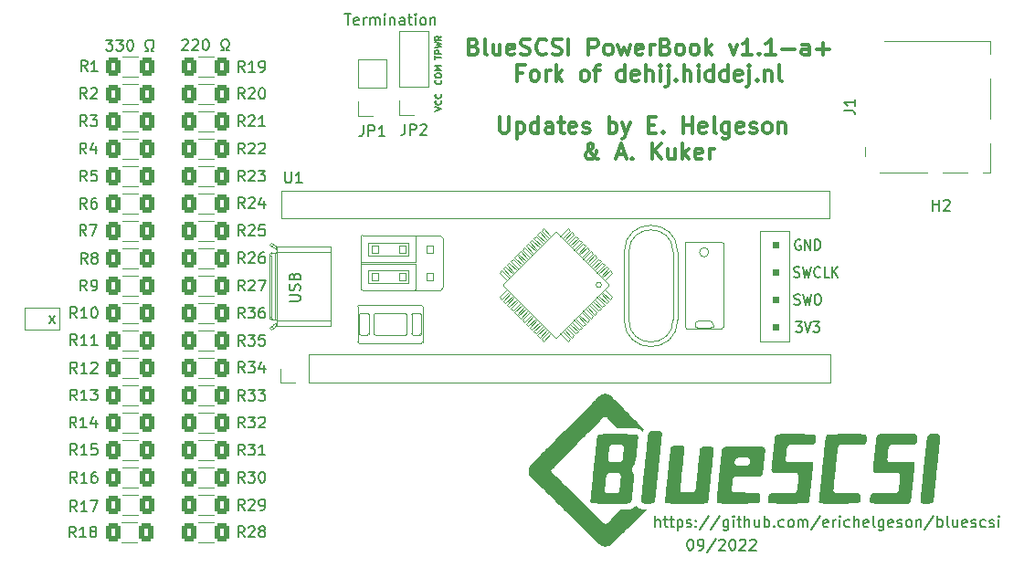
<source format=gto>
G04 #@! TF.GenerationSoftware,KiCad,Pcbnew,(6.0.4)*
G04 #@! TF.CreationDate,2022-09-09T10:41:32-05:00*
G04 #@! TF.ProjectId,v2-PowerBook-BLUESCSI-dehij,76322d50-6f77-4657-9242-6f6f6b2d424c,rev?*
G04 #@! TF.SameCoordinates,Original*
G04 #@! TF.FileFunction,Legend,Top*
G04 #@! TF.FilePolarity,Positive*
%FSLAX46Y46*%
G04 Gerber Fmt 4.6, Leading zero omitted, Abs format (unit mm)*
G04 Created by KiCad (PCBNEW (6.0.4)) date 2022-09-09 10:41:32*
%MOMM*%
%LPD*%
G01*
G04 APERTURE LIST*
G04 Aperture macros list*
%AMRoundRect*
0 Rectangle with rounded corners*
0 $1 Rounding radius*
0 $2 $3 $4 $5 $6 $7 $8 $9 X,Y pos of 4 corners*
0 Add a 4 corners polygon primitive as box body*
4,1,4,$2,$3,$4,$5,$6,$7,$8,$9,$2,$3,0*
0 Add four circle primitives for the rounded corners*
1,1,$1+$1,$2,$3*
1,1,$1+$1,$4,$5*
1,1,$1+$1,$6,$7*
1,1,$1+$1,$8,$9*
0 Add four rect primitives between the rounded corners*
20,1,$1+$1,$2,$3,$4,$5,0*
20,1,$1+$1,$4,$5,$6,$7,0*
20,1,$1+$1,$6,$7,$8,$9,0*
20,1,$1+$1,$8,$9,$2,$3,0*%
G04 Aperture macros list end*
%ADD10C,0.120000*%
%ADD11C,0.150000*%
%ADD12C,0.200000*%
%ADD13C,0.300000*%
%ADD14C,0.100000*%
%ADD15R,1.100000X0.850000*%
%ADD16R,1.100000X0.750000*%
%ADD17R,1.000000X1.200000*%
%ADD18R,1.350000X1.550000*%
%ADD19R,1.350000X1.900000*%
%ADD20R,1.800000X1.170000*%
%ADD21R,1.700000X1.700000*%
%ADD22O,1.700000X1.700000*%
%ADD23RoundRect,0.250000X0.400000X0.625000X-0.400000X0.625000X-0.400000X-0.625000X0.400000X-0.625000X0*%
%ADD24RoundRect,0.250000X-0.400000X-0.625000X0.400000X-0.625000X0.400000X0.625000X-0.400000X0.625000X0*%
%ADD25C,1.700000*%
%ADD26C,0.800000*%
%ADD27C,5.000000*%
%ADD28R,1.350000X1.350000*%
%ADD29O,1.350000X1.350000*%
G04 APERTURE END LIST*
D10*
X77760000Y-103630000D02*
X80980000Y-103630000D01*
X80980000Y-103630000D02*
X80980000Y-105690000D01*
X80980000Y-105690000D02*
X77760000Y-105690000D01*
X77760000Y-105690000D02*
X77760000Y-103630000D01*
D11*
X92309523Y-78847619D02*
X92357142Y-78800000D01*
X92452380Y-78752380D01*
X92690476Y-78752380D01*
X92785714Y-78800000D01*
X92833333Y-78847619D01*
X92880952Y-78942857D01*
X92880952Y-79038095D01*
X92833333Y-79180952D01*
X92261904Y-79752380D01*
X92880952Y-79752380D01*
X93261904Y-78847619D02*
X93309523Y-78800000D01*
X93404761Y-78752380D01*
X93642857Y-78752380D01*
X93738095Y-78800000D01*
X93785714Y-78847619D01*
X93833333Y-78942857D01*
X93833333Y-79038095D01*
X93785714Y-79180952D01*
X93214285Y-79752380D01*
X93833333Y-79752380D01*
X94452380Y-78752380D02*
X94547619Y-78752380D01*
X94642857Y-78800000D01*
X94690476Y-78847619D01*
X94738095Y-78942857D01*
X94785714Y-79133333D01*
X94785714Y-79371428D01*
X94738095Y-79561904D01*
X94690476Y-79657142D01*
X94642857Y-79704761D01*
X94547619Y-79752380D01*
X94452380Y-79752380D01*
X94357142Y-79704761D01*
X94309523Y-79657142D01*
X94261904Y-79561904D01*
X94214285Y-79371428D01*
X94214285Y-79133333D01*
X94261904Y-78942857D01*
X94309523Y-78847619D01*
X94357142Y-78800000D01*
X94452380Y-78752380D01*
X95928571Y-79752380D02*
X96166666Y-79752380D01*
X96166666Y-79561904D01*
X96071428Y-79514285D01*
X95976190Y-79419047D01*
X95928571Y-79276190D01*
X95928571Y-79038095D01*
X95976190Y-78895238D01*
X96071428Y-78800000D01*
X96214285Y-78752380D01*
X96404761Y-78752380D01*
X96547619Y-78800000D01*
X96642857Y-78895238D01*
X96690476Y-79038095D01*
X96690476Y-79276190D01*
X96642857Y-79419047D01*
X96547619Y-79514285D01*
X96452380Y-79561904D01*
X96452380Y-79752380D01*
X96690476Y-79752380D01*
X116314285Y-82521428D02*
X116342857Y-82550000D01*
X116371428Y-82635714D01*
X116371428Y-82692857D01*
X116342857Y-82778571D01*
X116285714Y-82835714D01*
X116228571Y-82864285D01*
X116114285Y-82892857D01*
X116028571Y-82892857D01*
X115914285Y-82864285D01*
X115857142Y-82835714D01*
X115800000Y-82778571D01*
X115771428Y-82692857D01*
X115771428Y-82635714D01*
X115800000Y-82550000D01*
X115828571Y-82521428D01*
X115771428Y-82150000D02*
X115771428Y-82035714D01*
X115800000Y-81978571D01*
X115857142Y-81921428D01*
X115971428Y-81892857D01*
X116171428Y-81892857D01*
X116285714Y-81921428D01*
X116342857Y-81978571D01*
X116371428Y-82035714D01*
X116371428Y-82150000D01*
X116342857Y-82207142D01*
X116285714Y-82264285D01*
X116171428Y-82292857D01*
X115971428Y-82292857D01*
X115857142Y-82264285D01*
X115800000Y-82207142D01*
X115771428Y-82150000D01*
X116371428Y-81635714D02*
X115771428Y-81635714D01*
X116200000Y-81435714D01*
X115771428Y-81235714D01*
X116371428Y-81235714D01*
X80511904Y-105052380D02*
X79988095Y-104385714D01*
X80511904Y-104385714D02*
X79988095Y-105052380D01*
X139377619Y-125112380D02*
X139472857Y-125112380D01*
X139568095Y-125160000D01*
X139615714Y-125207619D01*
X139663333Y-125302857D01*
X139710952Y-125493333D01*
X139710952Y-125731428D01*
X139663333Y-125921904D01*
X139615714Y-126017142D01*
X139568095Y-126064761D01*
X139472857Y-126112380D01*
X139377619Y-126112380D01*
X139282380Y-126064761D01*
X139234761Y-126017142D01*
X139187142Y-125921904D01*
X139139523Y-125731428D01*
X139139523Y-125493333D01*
X139187142Y-125302857D01*
X139234761Y-125207619D01*
X139282380Y-125160000D01*
X139377619Y-125112380D01*
X140187142Y-126112380D02*
X140377619Y-126112380D01*
X140472857Y-126064761D01*
X140520476Y-126017142D01*
X140615714Y-125874285D01*
X140663333Y-125683809D01*
X140663333Y-125302857D01*
X140615714Y-125207619D01*
X140568095Y-125160000D01*
X140472857Y-125112380D01*
X140282380Y-125112380D01*
X140187142Y-125160000D01*
X140139523Y-125207619D01*
X140091904Y-125302857D01*
X140091904Y-125540952D01*
X140139523Y-125636190D01*
X140187142Y-125683809D01*
X140282380Y-125731428D01*
X140472857Y-125731428D01*
X140568095Y-125683809D01*
X140615714Y-125636190D01*
X140663333Y-125540952D01*
X141806190Y-125064761D02*
X140949047Y-126350476D01*
X142091904Y-125207619D02*
X142139523Y-125160000D01*
X142234761Y-125112380D01*
X142472857Y-125112380D01*
X142568095Y-125160000D01*
X142615714Y-125207619D01*
X142663333Y-125302857D01*
X142663333Y-125398095D01*
X142615714Y-125540952D01*
X142044285Y-126112380D01*
X142663333Y-126112380D01*
X143282380Y-125112380D02*
X143377619Y-125112380D01*
X143472857Y-125160000D01*
X143520476Y-125207619D01*
X143568095Y-125302857D01*
X143615714Y-125493333D01*
X143615714Y-125731428D01*
X143568095Y-125921904D01*
X143520476Y-126017142D01*
X143472857Y-126064761D01*
X143377619Y-126112380D01*
X143282380Y-126112380D01*
X143187142Y-126064761D01*
X143139523Y-126017142D01*
X143091904Y-125921904D01*
X143044285Y-125731428D01*
X143044285Y-125493333D01*
X143091904Y-125302857D01*
X143139523Y-125207619D01*
X143187142Y-125160000D01*
X143282380Y-125112380D01*
X143996666Y-125207619D02*
X144044285Y-125160000D01*
X144139523Y-125112380D01*
X144377619Y-125112380D01*
X144472857Y-125160000D01*
X144520476Y-125207619D01*
X144568095Y-125302857D01*
X144568095Y-125398095D01*
X144520476Y-125540952D01*
X143949047Y-126112380D01*
X144568095Y-126112380D01*
X144949047Y-125207619D02*
X144996666Y-125160000D01*
X145091904Y-125112380D01*
X145330000Y-125112380D01*
X145425238Y-125160000D01*
X145472857Y-125207619D01*
X145520476Y-125302857D01*
X145520476Y-125398095D01*
X145472857Y-125540952D01*
X144901428Y-126112380D01*
X145520476Y-126112380D01*
X115771428Y-80624285D02*
X115771428Y-80281428D01*
X116371428Y-80452857D02*
X115771428Y-80452857D01*
X116371428Y-80081428D02*
X115771428Y-80081428D01*
X115771428Y-79852857D01*
X115800000Y-79795714D01*
X115828571Y-79767142D01*
X115885714Y-79738571D01*
X115971428Y-79738571D01*
X116028571Y-79767142D01*
X116057142Y-79795714D01*
X116085714Y-79852857D01*
X116085714Y-80081428D01*
X115771428Y-79538571D02*
X116371428Y-79395714D01*
X115942857Y-79281428D01*
X116371428Y-79167142D01*
X115771428Y-79024285D01*
X116371428Y-78452857D02*
X116085714Y-78652857D01*
X116371428Y-78795714D02*
X115771428Y-78795714D01*
X115771428Y-78567142D01*
X115800000Y-78510000D01*
X115828571Y-78481428D01*
X115885714Y-78452857D01*
X115971428Y-78452857D01*
X116028571Y-78481428D01*
X116057142Y-78510000D01*
X116085714Y-78567142D01*
X116085714Y-78795714D01*
D12*
X136185238Y-123962380D02*
X136185238Y-122962380D01*
X136613809Y-123962380D02*
X136613809Y-123438571D01*
X136566190Y-123343333D01*
X136470952Y-123295714D01*
X136328095Y-123295714D01*
X136232857Y-123343333D01*
X136185238Y-123390952D01*
X136947142Y-123295714D02*
X137328095Y-123295714D01*
X137090000Y-122962380D02*
X137090000Y-123819523D01*
X137137619Y-123914761D01*
X137232857Y-123962380D01*
X137328095Y-123962380D01*
X137518571Y-123295714D02*
X137899523Y-123295714D01*
X137661428Y-122962380D02*
X137661428Y-123819523D01*
X137709047Y-123914761D01*
X137804285Y-123962380D01*
X137899523Y-123962380D01*
X138232857Y-123295714D02*
X138232857Y-124295714D01*
X138232857Y-123343333D02*
X138328095Y-123295714D01*
X138518571Y-123295714D01*
X138613809Y-123343333D01*
X138661428Y-123390952D01*
X138709047Y-123486190D01*
X138709047Y-123771904D01*
X138661428Y-123867142D01*
X138613809Y-123914761D01*
X138518571Y-123962380D01*
X138328095Y-123962380D01*
X138232857Y-123914761D01*
X139090000Y-123914761D02*
X139185238Y-123962380D01*
X139375714Y-123962380D01*
X139470952Y-123914761D01*
X139518571Y-123819523D01*
X139518571Y-123771904D01*
X139470952Y-123676666D01*
X139375714Y-123629047D01*
X139232857Y-123629047D01*
X139137619Y-123581428D01*
X139090000Y-123486190D01*
X139090000Y-123438571D01*
X139137619Y-123343333D01*
X139232857Y-123295714D01*
X139375714Y-123295714D01*
X139470952Y-123343333D01*
X139947142Y-123867142D02*
X139994761Y-123914761D01*
X139947142Y-123962380D01*
X139899523Y-123914761D01*
X139947142Y-123867142D01*
X139947142Y-123962380D01*
X139947142Y-123343333D02*
X139994761Y-123390952D01*
X139947142Y-123438571D01*
X139899523Y-123390952D01*
X139947142Y-123343333D01*
X139947142Y-123438571D01*
X141137619Y-122914761D02*
X140280476Y-124200476D01*
X142185238Y-122914761D02*
X141328095Y-124200476D01*
X142947142Y-123295714D02*
X142947142Y-124105238D01*
X142899523Y-124200476D01*
X142851904Y-124248095D01*
X142756666Y-124295714D01*
X142613809Y-124295714D01*
X142518571Y-124248095D01*
X142947142Y-123914761D02*
X142851904Y-123962380D01*
X142661428Y-123962380D01*
X142566190Y-123914761D01*
X142518571Y-123867142D01*
X142470952Y-123771904D01*
X142470952Y-123486190D01*
X142518571Y-123390952D01*
X142566190Y-123343333D01*
X142661428Y-123295714D01*
X142851904Y-123295714D01*
X142947142Y-123343333D01*
X143423333Y-123962380D02*
X143423333Y-123295714D01*
X143423333Y-122962380D02*
X143375714Y-123010000D01*
X143423333Y-123057619D01*
X143470952Y-123010000D01*
X143423333Y-122962380D01*
X143423333Y-123057619D01*
X143756666Y-123295714D02*
X144137619Y-123295714D01*
X143899523Y-122962380D02*
X143899523Y-123819523D01*
X143947142Y-123914761D01*
X144042380Y-123962380D01*
X144137619Y-123962380D01*
X144470952Y-123962380D02*
X144470952Y-122962380D01*
X144899523Y-123962380D02*
X144899523Y-123438571D01*
X144851904Y-123343333D01*
X144756666Y-123295714D01*
X144613809Y-123295714D01*
X144518571Y-123343333D01*
X144470952Y-123390952D01*
X145804285Y-123295714D02*
X145804285Y-123962380D01*
X145375714Y-123295714D02*
X145375714Y-123819523D01*
X145423333Y-123914761D01*
X145518571Y-123962380D01*
X145661428Y-123962380D01*
X145756666Y-123914761D01*
X145804285Y-123867142D01*
X146280476Y-123962380D02*
X146280476Y-122962380D01*
X146280476Y-123343333D02*
X146375714Y-123295714D01*
X146566190Y-123295714D01*
X146661428Y-123343333D01*
X146709047Y-123390952D01*
X146756666Y-123486190D01*
X146756666Y-123771904D01*
X146709047Y-123867142D01*
X146661428Y-123914761D01*
X146566190Y-123962380D01*
X146375714Y-123962380D01*
X146280476Y-123914761D01*
X147185238Y-123867142D02*
X147232857Y-123914761D01*
X147185238Y-123962380D01*
X147137619Y-123914761D01*
X147185238Y-123867142D01*
X147185238Y-123962380D01*
X148090000Y-123914761D02*
X147994761Y-123962380D01*
X147804285Y-123962380D01*
X147709047Y-123914761D01*
X147661428Y-123867142D01*
X147613809Y-123771904D01*
X147613809Y-123486190D01*
X147661428Y-123390952D01*
X147709047Y-123343333D01*
X147804285Y-123295714D01*
X147994761Y-123295714D01*
X148090000Y-123343333D01*
X148661428Y-123962380D02*
X148566190Y-123914761D01*
X148518571Y-123867142D01*
X148470952Y-123771904D01*
X148470952Y-123486190D01*
X148518571Y-123390952D01*
X148566190Y-123343333D01*
X148661428Y-123295714D01*
X148804285Y-123295714D01*
X148899523Y-123343333D01*
X148947142Y-123390952D01*
X148994761Y-123486190D01*
X148994761Y-123771904D01*
X148947142Y-123867142D01*
X148899523Y-123914761D01*
X148804285Y-123962380D01*
X148661428Y-123962380D01*
X149423333Y-123962380D02*
X149423333Y-123295714D01*
X149423333Y-123390952D02*
X149470952Y-123343333D01*
X149566190Y-123295714D01*
X149709047Y-123295714D01*
X149804285Y-123343333D01*
X149851904Y-123438571D01*
X149851904Y-123962380D01*
X149851904Y-123438571D02*
X149899523Y-123343333D01*
X149994761Y-123295714D01*
X150137619Y-123295714D01*
X150232857Y-123343333D01*
X150280476Y-123438571D01*
X150280476Y-123962380D01*
X151470952Y-122914761D02*
X150613809Y-124200476D01*
X152185238Y-123914761D02*
X152090000Y-123962380D01*
X151899523Y-123962380D01*
X151804285Y-123914761D01*
X151756666Y-123819523D01*
X151756666Y-123438571D01*
X151804285Y-123343333D01*
X151899523Y-123295714D01*
X152090000Y-123295714D01*
X152185238Y-123343333D01*
X152232857Y-123438571D01*
X152232857Y-123533809D01*
X151756666Y-123629047D01*
X152661428Y-123962380D02*
X152661428Y-123295714D01*
X152661428Y-123486190D02*
X152709047Y-123390952D01*
X152756666Y-123343333D01*
X152851904Y-123295714D01*
X152947142Y-123295714D01*
X153280476Y-123962380D02*
X153280476Y-123295714D01*
X153280476Y-122962380D02*
X153232857Y-123010000D01*
X153280476Y-123057619D01*
X153328095Y-123010000D01*
X153280476Y-122962380D01*
X153280476Y-123057619D01*
X154185238Y-123914761D02*
X154090000Y-123962380D01*
X153899523Y-123962380D01*
X153804285Y-123914761D01*
X153756666Y-123867142D01*
X153709047Y-123771904D01*
X153709047Y-123486190D01*
X153756666Y-123390952D01*
X153804285Y-123343333D01*
X153899523Y-123295714D01*
X154090000Y-123295714D01*
X154185238Y-123343333D01*
X154613809Y-123962380D02*
X154613809Y-122962380D01*
X155042380Y-123962380D02*
X155042380Y-123438571D01*
X154994761Y-123343333D01*
X154899523Y-123295714D01*
X154756666Y-123295714D01*
X154661428Y-123343333D01*
X154613809Y-123390952D01*
X155899523Y-123914761D02*
X155804285Y-123962380D01*
X155613809Y-123962380D01*
X155518571Y-123914761D01*
X155470952Y-123819523D01*
X155470952Y-123438571D01*
X155518571Y-123343333D01*
X155613809Y-123295714D01*
X155804285Y-123295714D01*
X155899523Y-123343333D01*
X155947142Y-123438571D01*
X155947142Y-123533809D01*
X155470952Y-123629047D01*
X156518571Y-123962380D02*
X156423333Y-123914761D01*
X156375714Y-123819523D01*
X156375714Y-122962380D01*
X157328095Y-123295714D02*
X157328095Y-124105238D01*
X157280476Y-124200476D01*
X157232857Y-124248095D01*
X157137619Y-124295714D01*
X156994761Y-124295714D01*
X156899523Y-124248095D01*
X157328095Y-123914761D02*
X157232857Y-123962380D01*
X157042380Y-123962380D01*
X156947142Y-123914761D01*
X156899523Y-123867142D01*
X156851904Y-123771904D01*
X156851904Y-123486190D01*
X156899523Y-123390952D01*
X156947142Y-123343333D01*
X157042380Y-123295714D01*
X157232857Y-123295714D01*
X157328095Y-123343333D01*
X158185238Y-123914761D02*
X158090000Y-123962380D01*
X157899523Y-123962380D01*
X157804285Y-123914761D01*
X157756666Y-123819523D01*
X157756666Y-123438571D01*
X157804285Y-123343333D01*
X157899523Y-123295714D01*
X158090000Y-123295714D01*
X158185238Y-123343333D01*
X158232857Y-123438571D01*
X158232857Y-123533809D01*
X157756666Y-123629047D01*
X158613809Y-123914761D02*
X158709047Y-123962380D01*
X158899523Y-123962380D01*
X158994761Y-123914761D01*
X159042380Y-123819523D01*
X159042380Y-123771904D01*
X158994761Y-123676666D01*
X158899523Y-123629047D01*
X158756666Y-123629047D01*
X158661428Y-123581428D01*
X158613809Y-123486190D01*
X158613809Y-123438571D01*
X158661428Y-123343333D01*
X158756666Y-123295714D01*
X158899523Y-123295714D01*
X158994761Y-123343333D01*
X159613809Y-123962380D02*
X159518571Y-123914761D01*
X159470952Y-123867142D01*
X159423333Y-123771904D01*
X159423333Y-123486190D01*
X159470952Y-123390952D01*
X159518571Y-123343333D01*
X159613809Y-123295714D01*
X159756666Y-123295714D01*
X159851904Y-123343333D01*
X159899523Y-123390952D01*
X159947142Y-123486190D01*
X159947142Y-123771904D01*
X159899523Y-123867142D01*
X159851904Y-123914761D01*
X159756666Y-123962380D01*
X159613809Y-123962380D01*
X160375714Y-123295714D02*
X160375714Y-123962380D01*
X160375714Y-123390952D02*
X160423333Y-123343333D01*
X160518571Y-123295714D01*
X160661428Y-123295714D01*
X160756666Y-123343333D01*
X160804285Y-123438571D01*
X160804285Y-123962380D01*
X161994761Y-122914761D02*
X161137619Y-124200476D01*
X162328095Y-123962380D02*
X162328095Y-122962380D01*
X162328095Y-123343333D02*
X162423333Y-123295714D01*
X162613809Y-123295714D01*
X162709047Y-123343333D01*
X162756666Y-123390952D01*
X162804285Y-123486190D01*
X162804285Y-123771904D01*
X162756666Y-123867142D01*
X162709047Y-123914761D01*
X162613809Y-123962380D01*
X162423333Y-123962380D01*
X162328095Y-123914761D01*
X163375714Y-123962380D02*
X163280476Y-123914761D01*
X163232857Y-123819523D01*
X163232857Y-122962380D01*
X164185238Y-123295714D02*
X164185238Y-123962380D01*
X163756666Y-123295714D02*
X163756666Y-123819523D01*
X163804285Y-123914761D01*
X163899523Y-123962380D01*
X164042380Y-123962380D01*
X164137619Y-123914761D01*
X164185238Y-123867142D01*
X165042380Y-123914761D02*
X164947142Y-123962380D01*
X164756666Y-123962380D01*
X164661428Y-123914761D01*
X164613809Y-123819523D01*
X164613809Y-123438571D01*
X164661428Y-123343333D01*
X164756666Y-123295714D01*
X164947142Y-123295714D01*
X165042380Y-123343333D01*
X165090000Y-123438571D01*
X165090000Y-123533809D01*
X164613809Y-123629047D01*
X165470952Y-123914761D02*
X165566190Y-123962380D01*
X165756666Y-123962380D01*
X165851904Y-123914761D01*
X165899523Y-123819523D01*
X165899523Y-123771904D01*
X165851904Y-123676666D01*
X165756666Y-123629047D01*
X165613809Y-123629047D01*
X165518571Y-123581428D01*
X165470952Y-123486190D01*
X165470952Y-123438571D01*
X165518571Y-123343333D01*
X165613809Y-123295714D01*
X165756666Y-123295714D01*
X165851904Y-123343333D01*
X166756666Y-123914761D02*
X166661428Y-123962380D01*
X166470952Y-123962380D01*
X166375714Y-123914761D01*
X166328095Y-123867142D01*
X166280476Y-123771904D01*
X166280476Y-123486190D01*
X166328095Y-123390952D01*
X166375714Y-123343333D01*
X166470952Y-123295714D01*
X166661428Y-123295714D01*
X166756666Y-123343333D01*
X167137619Y-123914761D02*
X167232857Y-123962380D01*
X167423333Y-123962380D01*
X167518571Y-123914761D01*
X167566190Y-123819523D01*
X167566190Y-123771904D01*
X167518571Y-123676666D01*
X167423333Y-123629047D01*
X167280476Y-123629047D01*
X167185238Y-123581428D01*
X167137619Y-123486190D01*
X167137619Y-123438571D01*
X167185238Y-123343333D01*
X167280476Y-123295714D01*
X167423333Y-123295714D01*
X167518571Y-123343333D01*
X167994761Y-123962380D02*
X167994761Y-123295714D01*
X167994761Y-122962380D02*
X167947142Y-123010000D01*
X167994761Y-123057619D01*
X168042380Y-123010000D01*
X167994761Y-122962380D01*
X167994761Y-123057619D01*
D11*
X115771428Y-85390000D02*
X116371428Y-85190000D01*
X115771428Y-84990000D01*
X116314285Y-84447142D02*
X116342857Y-84475714D01*
X116371428Y-84561428D01*
X116371428Y-84618571D01*
X116342857Y-84704285D01*
X116285714Y-84761428D01*
X116228571Y-84790000D01*
X116114285Y-84818571D01*
X116028571Y-84818571D01*
X115914285Y-84790000D01*
X115857142Y-84761428D01*
X115800000Y-84704285D01*
X115771428Y-84618571D01*
X115771428Y-84561428D01*
X115800000Y-84475714D01*
X115828571Y-84447142D01*
X116314285Y-83847142D02*
X116342857Y-83875714D01*
X116371428Y-83961428D01*
X116371428Y-84018571D01*
X116342857Y-84104285D01*
X116285714Y-84161428D01*
X116228571Y-84190000D01*
X116114285Y-84218571D01*
X116028571Y-84218571D01*
X115914285Y-84190000D01*
X115857142Y-84161428D01*
X115800000Y-84104285D01*
X115771428Y-84018571D01*
X115771428Y-83961428D01*
X115800000Y-83875714D01*
X115828571Y-83847142D01*
X107388095Y-76402380D02*
X107959523Y-76402380D01*
X107673809Y-77402380D02*
X107673809Y-76402380D01*
X108673809Y-77354761D02*
X108578571Y-77402380D01*
X108388095Y-77402380D01*
X108292857Y-77354761D01*
X108245238Y-77259523D01*
X108245238Y-76878571D01*
X108292857Y-76783333D01*
X108388095Y-76735714D01*
X108578571Y-76735714D01*
X108673809Y-76783333D01*
X108721428Y-76878571D01*
X108721428Y-76973809D01*
X108245238Y-77069047D01*
X109150000Y-77402380D02*
X109150000Y-76735714D01*
X109150000Y-76926190D02*
X109197619Y-76830952D01*
X109245238Y-76783333D01*
X109340476Y-76735714D01*
X109435714Y-76735714D01*
X109769047Y-77402380D02*
X109769047Y-76735714D01*
X109769047Y-76830952D02*
X109816666Y-76783333D01*
X109911904Y-76735714D01*
X110054761Y-76735714D01*
X110150000Y-76783333D01*
X110197619Y-76878571D01*
X110197619Y-77402380D01*
X110197619Y-76878571D02*
X110245238Y-76783333D01*
X110340476Y-76735714D01*
X110483333Y-76735714D01*
X110578571Y-76783333D01*
X110626190Y-76878571D01*
X110626190Y-77402380D01*
X111102380Y-77402380D02*
X111102380Y-76735714D01*
X111102380Y-76402380D02*
X111054761Y-76450000D01*
X111102380Y-76497619D01*
X111150000Y-76450000D01*
X111102380Y-76402380D01*
X111102380Y-76497619D01*
X111578571Y-76735714D02*
X111578571Y-77402380D01*
X111578571Y-76830952D02*
X111626190Y-76783333D01*
X111721428Y-76735714D01*
X111864285Y-76735714D01*
X111959523Y-76783333D01*
X112007142Y-76878571D01*
X112007142Y-77402380D01*
X112911904Y-77402380D02*
X112911904Y-76878571D01*
X112864285Y-76783333D01*
X112769047Y-76735714D01*
X112578571Y-76735714D01*
X112483333Y-76783333D01*
X112911904Y-77354761D02*
X112816666Y-77402380D01*
X112578571Y-77402380D01*
X112483333Y-77354761D01*
X112435714Y-77259523D01*
X112435714Y-77164285D01*
X112483333Y-77069047D01*
X112578571Y-77021428D01*
X112816666Y-77021428D01*
X112911904Y-76973809D01*
X113245238Y-76735714D02*
X113626190Y-76735714D01*
X113388095Y-76402380D02*
X113388095Y-77259523D01*
X113435714Y-77354761D01*
X113530952Y-77402380D01*
X113626190Y-77402380D01*
X113959523Y-77402380D02*
X113959523Y-76735714D01*
X113959523Y-76402380D02*
X113911904Y-76450000D01*
X113959523Y-76497619D01*
X114007142Y-76450000D01*
X113959523Y-76402380D01*
X113959523Y-76497619D01*
X114578571Y-77402380D02*
X114483333Y-77354761D01*
X114435714Y-77307142D01*
X114388095Y-77211904D01*
X114388095Y-76926190D01*
X114435714Y-76830952D01*
X114483333Y-76783333D01*
X114578571Y-76735714D01*
X114721428Y-76735714D01*
X114816666Y-76783333D01*
X114864285Y-76830952D01*
X114911904Y-76926190D01*
X114911904Y-77211904D01*
X114864285Y-77307142D01*
X114816666Y-77354761D01*
X114721428Y-77402380D01*
X114578571Y-77402380D01*
X115340476Y-76735714D02*
X115340476Y-77402380D01*
X115340476Y-76830952D02*
X115388095Y-76783333D01*
X115483333Y-76735714D01*
X115626190Y-76735714D01*
X115721428Y-76783333D01*
X115769047Y-76878571D01*
X115769047Y-77402380D01*
D13*
X119355714Y-79422857D02*
X119570000Y-79494285D01*
X119641428Y-79565714D01*
X119712857Y-79708571D01*
X119712857Y-79922857D01*
X119641428Y-80065714D01*
X119570000Y-80137142D01*
X119427142Y-80208571D01*
X118855714Y-80208571D01*
X118855714Y-78708571D01*
X119355714Y-78708571D01*
X119498571Y-78780000D01*
X119570000Y-78851428D01*
X119641428Y-78994285D01*
X119641428Y-79137142D01*
X119570000Y-79280000D01*
X119498571Y-79351428D01*
X119355714Y-79422857D01*
X118855714Y-79422857D01*
X120570000Y-80208571D02*
X120427142Y-80137142D01*
X120355714Y-79994285D01*
X120355714Y-78708571D01*
X121784285Y-79208571D02*
X121784285Y-80208571D01*
X121141428Y-79208571D02*
X121141428Y-79994285D01*
X121212857Y-80137142D01*
X121355714Y-80208571D01*
X121570000Y-80208571D01*
X121712857Y-80137142D01*
X121784285Y-80065714D01*
X123070000Y-80137142D02*
X122927142Y-80208571D01*
X122641428Y-80208571D01*
X122498571Y-80137142D01*
X122427142Y-79994285D01*
X122427142Y-79422857D01*
X122498571Y-79280000D01*
X122641428Y-79208571D01*
X122927142Y-79208571D01*
X123070000Y-79280000D01*
X123141428Y-79422857D01*
X123141428Y-79565714D01*
X122427142Y-79708571D01*
X123712857Y-80137142D02*
X123927142Y-80208571D01*
X124284285Y-80208571D01*
X124427142Y-80137142D01*
X124498571Y-80065714D01*
X124570000Y-79922857D01*
X124570000Y-79780000D01*
X124498571Y-79637142D01*
X124427142Y-79565714D01*
X124284285Y-79494285D01*
X123998571Y-79422857D01*
X123855714Y-79351428D01*
X123784285Y-79280000D01*
X123712857Y-79137142D01*
X123712857Y-78994285D01*
X123784285Y-78851428D01*
X123855714Y-78780000D01*
X123998571Y-78708571D01*
X124355714Y-78708571D01*
X124570000Y-78780000D01*
X126070000Y-80065714D02*
X125998571Y-80137142D01*
X125784285Y-80208571D01*
X125641428Y-80208571D01*
X125427142Y-80137142D01*
X125284285Y-79994285D01*
X125212857Y-79851428D01*
X125141428Y-79565714D01*
X125141428Y-79351428D01*
X125212857Y-79065714D01*
X125284285Y-78922857D01*
X125427142Y-78780000D01*
X125641428Y-78708571D01*
X125784285Y-78708571D01*
X125998571Y-78780000D01*
X126070000Y-78851428D01*
X126641428Y-80137142D02*
X126855714Y-80208571D01*
X127212857Y-80208571D01*
X127355714Y-80137142D01*
X127427142Y-80065714D01*
X127498571Y-79922857D01*
X127498571Y-79780000D01*
X127427142Y-79637142D01*
X127355714Y-79565714D01*
X127212857Y-79494285D01*
X126927142Y-79422857D01*
X126784285Y-79351428D01*
X126712857Y-79280000D01*
X126641428Y-79137142D01*
X126641428Y-78994285D01*
X126712857Y-78851428D01*
X126784285Y-78780000D01*
X126927142Y-78708571D01*
X127284285Y-78708571D01*
X127498571Y-78780000D01*
X128141428Y-80208571D02*
X128141428Y-78708571D01*
X129998571Y-80208571D02*
X129998571Y-78708571D01*
X130570000Y-78708571D01*
X130712857Y-78780000D01*
X130784285Y-78851428D01*
X130855714Y-78994285D01*
X130855714Y-79208571D01*
X130784285Y-79351428D01*
X130712857Y-79422857D01*
X130570000Y-79494285D01*
X129998571Y-79494285D01*
X131712857Y-80208571D02*
X131570000Y-80137142D01*
X131498571Y-80065714D01*
X131427142Y-79922857D01*
X131427142Y-79494285D01*
X131498571Y-79351428D01*
X131570000Y-79280000D01*
X131712857Y-79208571D01*
X131927142Y-79208571D01*
X132070000Y-79280000D01*
X132141428Y-79351428D01*
X132212857Y-79494285D01*
X132212857Y-79922857D01*
X132141428Y-80065714D01*
X132070000Y-80137142D01*
X131927142Y-80208571D01*
X131712857Y-80208571D01*
X132712857Y-79208571D02*
X132998571Y-80208571D01*
X133284285Y-79494285D01*
X133570000Y-80208571D01*
X133855714Y-79208571D01*
X134998571Y-80137142D02*
X134855714Y-80208571D01*
X134570000Y-80208571D01*
X134427142Y-80137142D01*
X134355714Y-79994285D01*
X134355714Y-79422857D01*
X134427142Y-79280000D01*
X134570000Y-79208571D01*
X134855714Y-79208571D01*
X134998571Y-79280000D01*
X135070000Y-79422857D01*
X135070000Y-79565714D01*
X134355714Y-79708571D01*
X135712857Y-80208571D02*
X135712857Y-79208571D01*
X135712857Y-79494285D02*
X135784285Y-79351428D01*
X135855714Y-79280000D01*
X135998571Y-79208571D01*
X136141428Y-79208571D01*
X137141428Y-79422857D02*
X137355714Y-79494285D01*
X137427142Y-79565714D01*
X137498571Y-79708571D01*
X137498571Y-79922857D01*
X137427142Y-80065714D01*
X137355714Y-80137142D01*
X137212857Y-80208571D01*
X136641428Y-80208571D01*
X136641428Y-78708571D01*
X137141428Y-78708571D01*
X137284285Y-78780000D01*
X137355714Y-78851428D01*
X137427142Y-78994285D01*
X137427142Y-79137142D01*
X137355714Y-79280000D01*
X137284285Y-79351428D01*
X137141428Y-79422857D01*
X136641428Y-79422857D01*
X138355714Y-80208571D02*
X138212857Y-80137142D01*
X138141428Y-80065714D01*
X138070000Y-79922857D01*
X138070000Y-79494285D01*
X138141428Y-79351428D01*
X138212857Y-79280000D01*
X138355714Y-79208571D01*
X138570000Y-79208571D01*
X138712857Y-79280000D01*
X138784285Y-79351428D01*
X138855714Y-79494285D01*
X138855714Y-79922857D01*
X138784285Y-80065714D01*
X138712857Y-80137142D01*
X138570000Y-80208571D01*
X138355714Y-80208571D01*
X139712857Y-80208571D02*
X139570000Y-80137142D01*
X139498571Y-80065714D01*
X139427142Y-79922857D01*
X139427142Y-79494285D01*
X139498571Y-79351428D01*
X139570000Y-79280000D01*
X139712857Y-79208571D01*
X139927142Y-79208571D01*
X140070000Y-79280000D01*
X140141428Y-79351428D01*
X140212857Y-79494285D01*
X140212857Y-79922857D01*
X140141428Y-80065714D01*
X140070000Y-80137142D01*
X139927142Y-80208571D01*
X139712857Y-80208571D01*
X140855714Y-80208571D02*
X140855714Y-78708571D01*
X140998571Y-79637142D02*
X141427142Y-80208571D01*
X141427142Y-79208571D02*
X140855714Y-79780000D01*
X143070000Y-79208571D02*
X143427142Y-80208571D01*
X143784285Y-79208571D01*
X145141428Y-80208571D02*
X144284285Y-80208571D01*
X144712857Y-80208571D02*
X144712857Y-78708571D01*
X144570000Y-78922857D01*
X144427142Y-79065714D01*
X144284285Y-79137142D01*
X145784285Y-80065714D02*
X145855714Y-80137142D01*
X145784285Y-80208571D01*
X145712857Y-80137142D01*
X145784285Y-80065714D01*
X145784285Y-80208571D01*
X147284285Y-80208571D02*
X146427142Y-80208571D01*
X146855714Y-80208571D02*
X146855714Y-78708571D01*
X146712857Y-78922857D01*
X146570000Y-79065714D01*
X146427142Y-79137142D01*
X147927142Y-79637142D02*
X149070000Y-79637142D01*
X150427142Y-80208571D02*
X150427142Y-79422857D01*
X150355714Y-79280000D01*
X150212857Y-79208571D01*
X149927142Y-79208571D01*
X149784285Y-79280000D01*
X150427142Y-80137142D02*
X150284285Y-80208571D01*
X149927142Y-80208571D01*
X149784285Y-80137142D01*
X149712857Y-79994285D01*
X149712857Y-79851428D01*
X149784285Y-79708571D01*
X149927142Y-79637142D01*
X150284285Y-79637142D01*
X150427142Y-79565714D01*
X151141428Y-79637142D02*
X152284285Y-79637142D01*
X151712857Y-80208571D02*
X151712857Y-79065714D01*
X123891428Y-81837857D02*
X123391428Y-81837857D01*
X123391428Y-82623571D02*
X123391428Y-81123571D01*
X124105714Y-81123571D01*
X124891428Y-82623571D02*
X124748571Y-82552142D01*
X124677142Y-82480714D01*
X124605714Y-82337857D01*
X124605714Y-81909285D01*
X124677142Y-81766428D01*
X124748571Y-81695000D01*
X124891428Y-81623571D01*
X125105714Y-81623571D01*
X125248571Y-81695000D01*
X125320000Y-81766428D01*
X125391428Y-81909285D01*
X125391428Y-82337857D01*
X125320000Y-82480714D01*
X125248571Y-82552142D01*
X125105714Y-82623571D01*
X124891428Y-82623571D01*
X126034285Y-82623571D02*
X126034285Y-81623571D01*
X126034285Y-81909285D02*
X126105714Y-81766428D01*
X126177142Y-81695000D01*
X126320000Y-81623571D01*
X126462857Y-81623571D01*
X126962857Y-82623571D02*
X126962857Y-81123571D01*
X127105714Y-82052142D02*
X127534285Y-82623571D01*
X127534285Y-81623571D02*
X126962857Y-82195000D01*
X129534285Y-82623571D02*
X129391428Y-82552142D01*
X129320000Y-82480714D01*
X129248571Y-82337857D01*
X129248571Y-81909285D01*
X129320000Y-81766428D01*
X129391428Y-81695000D01*
X129534285Y-81623571D01*
X129748571Y-81623571D01*
X129891428Y-81695000D01*
X129962857Y-81766428D01*
X130034285Y-81909285D01*
X130034285Y-82337857D01*
X129962857Y-82480714D01*
X129891428Y-82552142D01*
X129748571Y-82623571D01*
X129534285Y-82623571D01*
X130462857Y-81623571D02*
X131034285Y-81623571D01*
X130677142Y-82623571D02*
X130677142Y-81337857D01*
X130748571Y-81195000D01*
X130891428Y-81123571D01*
X131034285Y-81123571D01*
X133320000Y-82623571D02*
X133320000Y-81123571D01*
X133320000Y-82552142D02*
X133177142Y-82623571D01*
X132891428Y-82623571D01*
X132748571Y-82552142D01*
X132677142Y-82480714D01*
X132605714Y-82337857D01*
X132605714Y-81909285D01*
X132677142Y-81766428D01*
X132748571Y-81695000D01*
X132891428Y-81623571D01*
X133177142Y-81623571D01*
X133320000Y-81695000D01*
X134605714Y-82552142D02*
X134462857Y-82623571D01*
X134177142Y-82623571D01*
X134034285Y-82552142D01*
X133962857Y-82409285D01*
X133962857Y-81837857D01*
X134034285Y-81695000D01*
X134177142Y-81623571D01*
X134462857Y-81623571D01*
X134605714Y-81695000D01*
X134677142Y-81837857D01*
X134677142Y-81980714D01*
X133962857Y-82123571D01*
X135320000Y-82623571D02*
X135320000Y-81123571D01*
X135962857Y-82623571D02*
X135962857Y-81837857D01*
X135891428Y-81695000D01*
X135748571Y-81623571D01*
X135534285Y-81623571D01*
X135391428Y-81695000D01*
X135320000Y-81766428D01*
X136677142Y-82623571D02*
X136677142Y-81623571D01*
X136677142Y-81123571D02*
X136605714Y-81195000D01*
X136677142Y-81266428D01*
X136748571Y-81195000D01*
X136677142Y-81123571D01*
X136677142Y-81266428D01*
X137391428Y-81623571D02*
X137391428Y-82909285D01*
X137320000Y-83052142D01*
X137177142Y-83123571D01*
X137105714Y-83123571D01*
X137391428Y-81123571D02*
X137320000Y-81195000D01*
X137391428Y-81266428D01*
X137462857Y-81195000D01*
X137391428Y-81123571D01*
X137391428Y-81266428D01*
X138105714Y-82480714D02*
X138177142Y-82552142D01*
X138105714Y-82623571D01*
X138034285Y-82552142D01*
X138105714Y-82480714D01*
X138105714Y-82623571D01*
X138820000Y-82623571D02*
X138820000Y-81123571D01*
X139462857Y-82623571D02*
X139462857Y-81837857D01*
X139391428Y-81695000D01*
X139248571Y-81623571D01*
X139034285Y-81623571D01*
X138891428Y-81695000D01*
X138820000Y-81766428D01*
X140177142Y-82623571D02*
X140177142Y-81623571D01*
X140177142Y-81123571D02*
X140105714Y-81195000D01*
X140177142Y-81266428D01*
X140248571Y-81195000D01*
X140177142Y-81123571D01*
X140177142Y-81266428D01*
X141534285Y-82623571D02*
X141534285Y-81123571D01*
X141534285Y-82552142D02*
X141391428Y-82623571D01*
X141105714Y-82623571D01*
X140962857Y-82552142D01*
X140891428Y-82480714D01*
X140820000Y-82337857D01*
X140820000Y-81909285D01*
X140891428Y-81766428D01*
X140962857Y-81695000D01*
X141105714Y-81623571D01*
X141391428Y-81623571D01*
X141534285Y-81695000D01*
X142891428Y-82623571D02*
X142891428Y-81123571D01*
X142891428Y-82552142D02*
X142748571Y-82623571D01*
X142462857Y-82623571D01*
X142320000Y-82552142D01*
X142248571Y-82480714D01*
X142177142Y-82337857D01*
X142177142Y-81909285D01*
X142248571Y-81766428D01*
X142320000Y-81695000D01*
X142462857Y-81623571D01*
X142748571Y-81623571D01*
X142891428Y-81695000D01*
X144177142Y-82552142D02*
X144034285Y-82623571D01*
X143748571Y-82623571D01*
X143605714Y-82552142D01*
X143534285Y-82409285D01*
X143534285Y-81837857D01*
X143605714Y-81695000D01*
X143748571Y-81623571D01*
X144034285Y-81623571D01*
X144177142Y-81695000D01*
X144248571Y-81837857D01*
X144248571Y-81980714D01*
X143534285Y-82123571D01*
X144891428Y-81623571D02*
X144891428Y-82909285D01*
X144820000Y-83052142D01*
X144677142Y-83123571D01*
X144605714Y-83123571D01*
X144891428Y-81123571D02*
X144820000Y-81195000D01*
X144891428Y-81266428D01*
X144962857Y-81195000D01*
X144891428Y-81123571D01*
X144891428Y-81266428D01*
X145605714Y-82480714D02*
X145677142Y-82552142D01*
X145605714Y-82623571D01*
X145534285Y-82552142D01*
X145605714Y-82480714D01*
X145605714Y-82623571D01*
X146320000Y-81623571D02*
X146320000Y-82623571D01*
X146320000Y-81766428D02*
X146391428Y-81695000D01*
X146534285Y-81623571D01*
X146748571Y-81623571D01*
X146891428Y-81695000D01*
X146962857Y-81837857D01*
X146962857Y-82623571D01*
X147891428Y-82623571D02*
X147748571Y-82552142D01*
X147677142Y-82409285D01*
X147677142Y-81123571D01*
X121748571Y-85953571D02*
X121748571Y-87167857D01*
X121820000Y-87310714D01*
X121891428Y-87382142D01*
X122034285Y-87453571D01*
X122320000Y-87453571D01*
X122462857Y-87382142D01*
X122534285Y-87310714D01*
X122605714Y-87167857D01*
X122605714Y-85953571D01*
X123320000Y-86453571D02*
X123320000Y-87953571D01*
X123320000Y-86525000D02*
X123462857Y-86453571D01*
X123748571Y-86453571D01*
X123891428Y-86525000D01*
X123962857Y-86596428D01*
X124034285Y-86739285D01*
X124034285Y-87167857D01*
X123962857Y-87310714D01*
X123891428Y-87382142D01*
X123748571Y-87453571D01*
X123462857Y-87453571D01*
X123320000Y-87382142D01*
X125320000Y-87453571D02*
X125320000Y-85953571D01*
X125320000Y-87382142D02*
X125177142Y-87453571D01*
X124891428Y-87453571D01*
X124748571Y-87382142D01*
X124677142Y-87310714D01*
X124605714Y-87167857D01*
X124605714Y-86739285D01*
X124677142Y-86596428D01*
X124748571Y-86525000D01*
X124891428Y-86453571D01*
X125177142Y-86453571D01*
X125320000Y-86525000D01*
X126677142Y-87453571D02*
X126677142Y-86667857D01*
X126605714Y-86525000D01*
X126462857Y-86453571D01*
X126177142Y-86453571D01*
X126034285Y-86525000D01*
X126677142Y-87382142D02*
X126534285Y-87453571D01*
X126177142Y-87453571D01*
X126034285Y-87382142D01*
X125962857Y-87239285D01*
X125962857Y-87096428D01*
X126034285Y-86953571D01*
X126177142Y-86882142D01*
X126534285Y-86882142D01*
X126677142Y-86810714D01*
X127177142Y-86453571D02*
X127748571Y-86453571D01*
X127391428Y-85953571D02*
X127391428Y-87239285D01*
X127462857Y-87382142D01*
X127605714Y-87453571D01*
X127748571Y-87453571D01*
X128820000Y-87382142D02*
X128677142Y-87453571D01*
X128391428Y-87453571D01*
X128248571Y-87382142D01*
X128177142Y-87239285D01*
X128177142Y-86667857D01*
X128248571Y-86525000D01*
X128391428Y-86453571D01*
X128677142Y-86453571D01*
X128820000Y-86525000D01*
X128891428Y-86667857D01*
X128891428Y-86810714D01*
X128177142Y-86953571D01*
X129462857Y-87382142D02*
X129605714Y-87453571D01*
X129891428Y-87453571D01*
X130034285Y-87382142D01*
X130105714Y-87239285D01*
X130105714Y-87167857D01*
X130034285Y-87025000D01*
X129891428Y-86953571D01*
X129677142Y-86953571D01*
X129534285Y-86882142D01*
X129462857Y-86739285D01*
X129462857Y-86667857D01*
X129534285Y-86525000D01*
X129677142Y-86453571D01*
X129891428Y-86453571D01*
X130034285Y-86525000D01*
X131891428Y-87453571D02*
X131891428Y-85953571D01*
X131891428Y-86525000D02*
X132034285Y-86453571D01*
X132320000Y-86453571D01*
X132462857Y-86525000D01*
X132534285Y-86596428D01*
X132605714Y-86739285D01*
X132605714Y-87167857D01*
X132534285Y-87310714D01*
X132462857Y-87382142D01*
X132320000Y-87453571D01*
X132034285Y-87453571D01*
X131891428Y-87382142D01*
X133105714Y-86453571D02*
X133462857Y-87453571D01*
X133820000Y-86453571D02*
X133462857Y-87453571D01*
X133320000Y-87810714D01*
X133248571Y-87882142D01*
X133105714Y-87953571D01*
X135534285Y-86667857D02*
X136034285Y-86667857D01*
X136248571Y-87453571D02*
X135534285Y-87453571D01*
X135534285Y-85953571D01*
X136248571Y-85953571D01*
X136891428Y-87310714D02*
X136962857Y-87382142D01*
X136891428Y-87453571D01*
X136820000Y-87382142D01*
X136891428Y-87310714D01*
X136891428Y-87453571D01*
X138748571Y-87453571D02*
X138748571Y-85953571D01*
X138748571Y-86667857D02*
X139605714Y-86667857D01*
X139605714Y-87453571D02*
X139605714Y-85953571D01*
X140891428Y-87382142D02*
X140748571Y-87453571D01*
X140462857Y-87453571D01*
X140320000Y-87382142D01*
X140248571Y-87239285D01*
X140248571Y-86667857D01*
X140320000Y-86525000D01*
X140462857Y-86453571D01*
X140748571Y-86453571D01*
X140891428Y-86525000D01*
X140962857Y-86667857D01*
X140962857Y-86810714D01*
X140248571Y-86953571D01*
X141820000Y-87453571D02*
X141677142Y-87382142D01*
X141605714Y-87239285D01*
X141605714Y-85953571D01*
X143034285Y-86453571D02*
X143034285Y-87667857D01*
X142962857Y-87810714D01*
X142891428Y-87882142D01*
X142748571Y-87953571D01*
X142534285Y-87953571D01*
X142391428Y-87882142D01*
X143034285Y-87382142D02*
X142891428Y-87453571D01*
X142605714Y-87453571D01*
X142462857Y-87382142D01*
X142391428Y-87310714D01*
X142320000Y-87167857D01*
X142320000Y-86739285D01*
X142391428Y-86596428D01*
X142462857Y-86525000D01*
X142605714Y-86453571D01*
X142891428Y-86453571D01*
X143034285Y-86525000D01*
X144320000Y-87382142D02*
X144177142Y-87453571D01*
X143891428Y-87453571D01*
X143748571Y-87382142D01*
X143677142Y-87239285D01*
X143677142Y-86667857D01*
X143748571Y-86525000D01*
X143891428Y-86453571D01*
X144177142Y-86453571D01*
X144320000Y-86525000D01*
X144391428Y-86667857D01*
X144391428Y-86810714D01*
X143677142Y-86953571D01*
X144962857Y-87382142D02*
X145105714Y-87453571D01*
X145391428Y-87453571D01*
X145534285Y-87382142D01*
X145605714Y-87239285D01*
X145605714Y-87167857D01*
X145534285Y-87025000D01*
X145391428Y-86953571D01*
X145177142Y-86953571D01*
X145034285Y-86882142D01*
X144962857Y-86739285D01*
X144962857Y-86667857D01*
X145034285Y-86525000D01*
X145177142Y-86453571D01*
X145391428Y-86453571D01*
X145534285Y-86525000D01*
X146462857Y-87453571D02*
X146320000Y-87382142D01*
X146248571Y-87310714D01*
X146177142Y-87167857D01*
X146177142Y-86739285D01*
X146248571Y-86596428D01*
X146320000Y-86525000D01*
X146462857Y-86453571D01*
X146677142Y-86453571D01*
X146820000Y-86525000D01*
X146891428Y-86596428D01*
X146962857Y-86739285D01*
X146962857Y-87167857D01*
X146891428Y-87310714D01*
X146820000Y-87382142D01*
X146677142Y-87453571D01*
X146462857Y-87453571D01*
X147605714Y-86453571D02*
X147605714Y-87453571D01*
X147605714Y-86596428D02*
X147677142Y-86525000D01*
X147820000Y-86453571D01*
X148034285Y-86453571D01*
X148177142Y-86525000D01*
X148248571Y-86667857D01*
X148248571Y-87453571D01*
X130927142Y-89868571D02*
X130855714Y-89868571D01*
X130712857Y-89797142D01*
X130498571Y-89582857D01*
X130141428Y-89154285D01*
X129998571Y-88940000D01*
X129927142Y-88725714D01*
X129927142Y-88582857D01*
X129998571Y-88440000D01*
X130141428Y-88368571D01*
X130212857Y-88368571D01*
X130355714Y-88440000D01*
X130427142Y-88582857D01*
X130427142Y-88654285D01*
X130355714Y-88797142D01*
X130284285Y-88868571D01*
X129855714Y-89154285D01*
X129784285Y-89225714D01*
X129712857Y-89368571D01*
X129712857Y-89582857D01*
X129784285Y-89725714D01*
X129855714Y-89797142D01*
X129998571Y-89868571D01*
X130212857Y-89868571D01*
X130355714Y-89797142D01*
X130427142Y-89725714D01*
X130641428Y-89440000D01*
X130712857Y-89225714D01*
X130712857Y-89082857D01*
X132641428Y-89440000D02*
X133355714Y-89440000D01*
X132498571Y-89868571D02*
X132998571Y-88368571D01*
X133498571Y-89868571D01*
X133998571Y-89725714D02*
X134070000Y-89797142D01*
X133998571Y-89868571D01*
X133927142Y-89797142D01*
X133998571Y-89725714D01*
X133998571Y-89868571D01*
X135855714Y-89868571D02*
X135855714Y-88368571D01*
X136712857Y-89868571D02*
X136070000Y-89011428D01*
X136712857Y-88368571D02*
X135855714Y-89225714D01*
X137998571Y-88868571D02*
X137998571Y-89868571D01*
X137355714Y-88868571D02*
X137355714Y-89654285D01*
X137427142Y-89797142D01*
X137570000Y-89868571D01*
X137784285Y-89868571D01*
X137927142Y-89797142D01*
X137998571Y-89725714D01*
X138712857Y-89868571D02*
X138712857Y-88368571D01*
X138855714Y-89297142D02*
X139284285Y-89868571D01*
X139284285Y-88868571D02*
X138712857Y-89440000D01*
X140498571Y-89797142D02*
X140355714Y-89868571D01*
X140070000Y-89868571D01*
X139927142Y-89797142D01*
X139855714Y-89654285D01*
X139855714Y-89082857D01*
X139927142Y-88940000D01*
X140070000Y-88868571D01*
X140355714Y-88868571D01*
X140498571Y-88940000D01*
X140570000Y-89082857D01*
X140570000Y-89225714D01*
X139855714Y-89368571D01*
X141212857Y-89868571D02*
X141212857Y-88868571D01*
X141212857Y-89154285D02*
X141284285Y-89011428D01*
X141355714Y-88940000D01*
X141498571Y-88868571D01*
X141641428Y-88868571D01*
D11*
X85261904Y-78802380D02*
X85880952Y-78802380D01*
X85547619Y-79183333D01*
X85690476Y-79183333D01*
X85785714Y-79230952D01*
X85833333Y-79278571D01*
X85880952Y-79373809D01*
X85880952Y-79611904D01*
X85833333Y-79707142D01*
X85785714Y-79754761D01*
X85690476Y-79802380D01*
X85404761Y-79802380D01*
X85309523Y-79754761D01*
X85261904Y-79707142D01*
X86214285Y-78802380D02*
X86833333Y-78802380D01*
X86500000Y-79183333D01*
X86642857Y-79183333D01*
X86738095Y-79230952D01*
X86785714Y-79278571D01*
X86833333Y-79373809D01*
X86833333Y-79611904D01*
X86785714Y-79707142D01*
X86738095Y-79754761D01*
X86642857Y-79802380D01*
X86357142Y-79802380D01*
X86261904Y-79754761D01*
X86214285Y-79707142D01*
X87452380Y-78802380D02*
X87547619Y-78802380D01*
X87642857Y-78850000D01*
X87690476Y-78897619D01*
X87738095Y-78992857D01*
X87785714Y-79183333D01*
X87785714Y-79421428D01*
X87738095Y-79611904D01*
X87690476Y-79707142D01*
X87642857Y-79754761D01*
X87547619Y-79802380D01*
X87452380Y-79802380D01*
X87357142Y-79754761D01*
X87309523Y-79707142D01*
X87261904Y-79611904D01*
X87214285Y-79421428D01*
X87214285Y-79183333D01*
X87261904Y-78992857D01*
X87309523Y-78897619D01*
X87357142Y-78850000D01*
X87452380Y-78802380D01*
X88928571Y-79802380D02*
X89166666Y-79802380D01*
X89166666Y-79611904D01*
X89071428Y-79564285D01*
X88976190Y-79469047D01*
X88928571Y-79326190D01*
X88928571Y-79088095D01*
X88976190Y-78945238D01*
X89071428Y-78850000D01*
X89214285Y-78802380D01*
X89404761Y-78802380D01*
X89547619Y-78850000D01*
X89642857Y-78945238D01*
X89690476Y-79088095D01*
X89690476Y-79326190D01*
X89642857Y-79469047D01*
X89547619Y-79564285D01*
X89452380Y-79611904D01*
X89452380Y-79802380D01*
X89690476Y-79802380D01*
X153684880Y-85333333D02*
X154399166Y-85333333D01*
X154542023Y-85380952D01*
X154637261Y-85476190D01*
X154684880Y-85619047D01*
X154684880Y-85714285D01*
X154684880Y-84333333D02*
X154684880Y-84904761D01*
X154684880Y-84619047D02*
X153684880Y-84619047D01*
X153827738Y-84714285D01*
X153922976Y-84809523D01*
X153970595Y-84904761D01*
X109116666Y-86722380D02*
X109116666Y-87436666D01*
X109069047Y-87579523D01*
X108973809Y-87674761D01*
X108830952Y-87722380D01*
X108735714Y-87722380D01*
X109592857Y-87722380D02*
X109592857Y-86722380D01*
X109973809Y-86722380D01*
X110069047Y-86770000D01*
X110116666Y-86817619D01*
X110164285Y-86912857D01*
X110164285Y-87055714D01*
X110116666Y-87150952D01*
X110069047Y-87198571D01*
X109973809Y-87246190D01*
X109592857Y-87246190D01*
X111116666Y-87722380D02*
X110545238Y-87722380D01*
X110830952Y-87722380D02*
X110830952Y-86722380D01*
X110735714Y-86865238D01*
X110640476Y-86960476D01*
X110545238Y-87008095D01*
X112966666Y-86622380D02*
X112966666Y-87336666D01*
X112919047Y-87479523D01*
X112823809Y-87574761D01*
X112680952Y-87622380D01*
X112585714Y-87622380D01*
X113442857Y-87622380D02*
X113442857Y-86622380D01*
X113823809Y-86622380D01*
X113919047Y-86670000D01*
X113966666Y-86717619D01*
X114014285Y-86812857D01*
X114014285Y-86955714D01*
X113966666Y-87050952D01*
X113919047Y-87098571D01*
X113823809Y-87146190D01*
X113442857Y-87146190D01*
X114395238Y-86717619D02*
X114442857Y-86670000D01*
X114538095Y-86622380D01*
X114776190Y-86622380D01*
X114871428Y-86670000D01*
X114919047Y-86717619D01*
X114966666Y-86812857D01*
X114966666Y-86908095D01*
X114919047Y-87050952D01*
X114347619Y-87622380D01*
X114966666Y-87622380D01*
X83533333Y-81702380D02*
X83200000Y-81226190D01*
X82961904Y-81702380D02*
X82961904Y-80702380D01*
X83342857Y-80702380D01*
X83438095Y-80750000D01*
X83485714Y-80797619D01*
X83533333Y-80892857D01*
X83533333Y-81035714D01*
X83485714Y-81130952D01*
X83438095Y-81178571D01*
X83342857Y-81226190D01*
X82961904Y-81226190D01*
X84485714Y-81702380D02*
X83914285Y-81702380D01*
X84200000Y-81702380D02*
X84200000Y-80702380D01*
X84104761Y-80845238D01*
X84009523Y-80940476D01*
X83914285Y-80988095D01*
X83483333Y-84252380D02*
X83150000Y-83776190D01*
X82911904Y-84252380D02*
X82911904Y-83252380D01*
X83292857Y-83252380D01*
X83388095Y-83300000D01*
X83435714Y-83347619D01*
X83483333Y-83442857D01*
X83483333Y-83585714D01*
X83435714Y-83680952D01*
X83388095Y-83728571D01*
X83292857Y-83776190D01*
X82911904Y-83776190D01*
X83864285Y-83347619D02*
X83911904Y-83300000D01*
X84007142Y-83252380D01*
X84245238Y-83252380D01*
X84340476Y-83300000D01*
X84388095Y-83347619D01*
X84435714Y-83442857D01*
X84435714Y-83538095D01*
X84388095Y-83680952D01*
X83816666Y-84252380D01*
X84435714Y-84252380D01*
X83483333Y-86802380D02*
X83150000Y-86326190D01*
X82911904Y-86802380D02*
X82911904Y-85802380D01*
X83292857Y-85802380D01*
X83388095Y-85850000D01*
X83435714Y-85897619D01*
X83483333Y-85992857D01*
X83483333Y-86135714D01*
X83435714Y-86230952D01*
X83388095Y-86278571D01*
X83292857Y-86326190D01*
X82911904Y-86326190D01*
X83816666Y-85802380D02*
X84435714Y-85802380D01*
X84102380Y-86183333D01*
X84245238Y-86183333D01*
X84340476Y-86230952D01*
X84388095Y-86278571D01*
X84435714Y-86373809D01*
X84435714Y-86611904D01*
X84388095Y-86707142D01*
X84340476Y-86754761D01*
X84245238Y-86802380D01*
X83959523Y-86802380D01*
X83864285Y-86754761D01*
X83816666Y-86707142D01*
X83433333Y-89352380D02*
X83100000Y-88876190D01*
X82861904Y-89352380D02*
X82861904Y-88352380D01*
X83242857Y-88352380D01*
X83338095Y-88400000D01*
X83385714Y-88447619D01*
X83433333Y-88542857D01*
X83433333Y-88685714D01*
X83385714Y-88780952D01*
X83338095Y-88828571D01*
X83242857Y-88876190D01*
X82861904Y-88876190D01*
X84290476Y-88685714D02*
X84290476Y-89352380D01*
X84052380Y-88304761D02*
X83814285Y-89019047D01*
X84433333Y-89019047D01*
X83483333Y-91902380D02*
X83150000Y-91426190D01*
X82911904Y-91902380D02*
X82911904Y-90902380D01*
X83292857Y-90902380D01*
X83388095Y-90950000D01*
X83435714Y-90997619D01*
X83483333Y-91092857D01*
X83483333Y-91235714D01*
X83435714Y-91330952D01*
X83388095Y-91378571D01*
X83292857Y-91426190D01*
X82911904Y-91426190D01*
X84388095Y-90902380D02*
X83911904Y-90902380D01*
X83864285Y-91378571D01*
X83911904Y-91330952D01*
X84007142Y-91283333D01*
X84245238Y-91283333D01*
X84340476Y-91330952D01*
X84388095Y-91378571D01*
X84435714Y-91473809D01*
X84435714Y-91711904D01*
X84388095Y-91807142D01*
X84340476Y-91854761D01*
X84245238Y-91902380D01*
X84007142Y-91902380D01*
X83911904Y-91854761D01*
X83864285Y-91807142D01*
X83483333Y-94452380D02*
X83150000Y-93976190D01*
X82911904Y-94452380D02*
X82911904Y-93452380D01*
X83292857Y-93452380D01*
X83388095Y-93500000D01*
X83435714Y-93547619D01*
X83483333Y-93642857D01*
X83483333Y-93785714D01*
X83435714Y-93880952D01*
X83388095Y-93928571D01*
X83292857Y-93976190D01*
X82911904Y-93976190D01*
X84340476Y-93452380D02*
X84150000Y-93452380D01*
X84054761Y-93500000D01*
X84007142Y-93547619D01*
X83911904Y-93690476D01*
X83864285Y-93880952D01*
X83864285Y-94261904D01*
X83911904Y-94357142D01*
X83959523Y-94404761D01*
X84054761Y-94452380D01*
X84245238Y-94452380D01*
X84340476Y-94404761D01*
X84388095Y-94357142D01*
X84435714Y-94261904D01*
X84435714Y-94023809D01*
X84388095Y-93928571D01*
X84340476Y-93880952D01*
X84245238Y-93833333D01*
X84054761Y-93833333D01*
X83959523Y-93880952D01*
X83911904Y-93928571D01*
X83864285Y-94023809D01*
X83533333Y-99552380D02*
X83200000Y-99076190D01*
X82961904Y-99552380D02*
X82961904Y-98552380D01*
X83342857Y-98552380D01*
X83438095Y-98600000D01*
X83485714Y-98647619D01*
X83533333Y-98742857D01*
X83533333Y-98885714D01*
X83485714Y-98980952D01*
X83438095Y-99028571D01*
X83342857Y-99076190D01*
X82961904Y-99076190D01*
X84104761Y-98980952D02*
X84009523Y-98933333D01*
X83961904Y-98885714D01*
X83914285Y-98790476D01*
X83914285Y-98742857D01*
X83961904Y-98647619D01*
X84009523Y-98600000D01*
X84104761Y-98552380D01*
X84295238Y-98552380D01*
X84390476Y-98600000D01*
X84438095Y-98647619D01*
X84485714Y-98742857D01*
X84485714Y-98790476D01*
X84438095Y-98885714D01*
X84390476Y-98933333D01*
X84295238Y-98980952D01*
X84104761Y-98980952D01*
X84009523Y-99028571D01*
X83961904Y-99076190D01*
X83914285Y-99171428D01*
X83914285Y-99361904D01*
X83961904Y-99457142D01*
X84009523Y-99504761D01*
X84104761Y-99552380D01*
X84295238Y-99552380D01*
X84390476Y-99504761D01*
X84438095Y-99457142D01*
X84485714Y-99361904D01*
X84485714Y-99171428D01*
X84438095Y-99076190D01*
X84390476Y-99028571D01*
X84295238Y-98980952D01*
X83483333Y-102052380D02*
X83150000Y-101576190D01*
X82911904Y-102052380D02*
X82911904Y-101052380D01*
X83292857Y-101052380D01*
X83388095Y-101100000D01*
X83435714Y-101147619D01*
X83483333Y-101242857D01*
X83483333Y-101385714D01*
X83435714Y-101480952D01*
X83388095Y-101528571D01*
X83292857Y-101576190D01*
X82911904Y-101576190D01*
X83959523Y-102052380D02*
X84150000Y-102052380D01*
X84245238Y-102004761D01*
X84292857Y-101957142D01*
X84388095Y-101814285D01*
X84435714Y-101623809D01*
X84435714Y-101242857D01*
X84388095Y-101147619D01*
X84340476Y-101100000D01*
X84245238Y-101052380D01*
X84054761Y-101052380D01*
X83959523Y-101100000D01*
X83911904Y-101147619D01*
X83864285Y-101242857D01*
X83864285Y-101480952D01*
X83911904Y-101576190D01*
X83959523Y-101623809D01*
X84054761Y-101671428D01*
X84245238Y-101671428D01*
X84340476Y-101623809D01*
X84388095Y-101576190D01*
X84435714Y-101480952D01*
X82557142Y-104582380D02*
X82223809Y-104106190D01*
X81985714Y-104582380D02*
X81985714Y-103582380D01*
X82366666Y-103582380D01*
X82461904Y-103630000D01*
X82509523Y-103677619D01*
X82557142Y-103772857D01*
X82557142Y-103915714D01*
X82509523Y-104010952D01*
X82461904Y-104058571D01*
X82366666Y-104106190D01*
X81985714Y-104106190D01*
X83509523Y-104582380D02*
X82938095Y-104582380D01*
X83223809Y-104582380D02*
X83223809Y-103582380D01*
X83128571Y-103725238D01*
X83033333Y-103820476D01*
X82938095Y-103868095D01*
X84128571Y-103582380D02*
X84223809Y-103582380D01*
X84319047Y-103630000D01*
X84366666Y-103677619D01*
X84414285Y-103772857D01*
X84461904Y-103963333D01*
X84461904Y-104201428D01*
X84414285Y-104391904D01*
X84366666Y-104487142D01*
X84319047Y-104534761D01*
X84223809Y-104582380D01*
X84128571Y-104582380D01*
X84033333Y-104534761D01*
X83985714Y-104487142D01*
X83938095Y-104391904D01*
X83890476Y-104201428D01*
X83890476Y-103963333D01*
X83938095Y-103772857D01*
X83985714Y-103677619D01*
X84033333Y-103630000D01*
X84128571Y-103582380D01*
X82557142Y-107112380D02*
X82223809Y-106636190D01*
X81985714Y-107112380D02*
X81985714Y-106112380D01*
X82366666Y-106112380D01*
X82461904Y-106160000D01*
X82509523Y-106207619D01*
X82557142Y-106302857D01*
X82557142Y-106445714D01*
X82509523Y-106540952D01*
X82461904Y-106588571D01*
X82366666Y-106636190D01*
X81985714Y-106636190D01*
X83509523Y-107112380D02*
X82938095Y-107112380D01*
X83223809Y-107112380D02*
X83223809Y-106112380D01*
X83128571Y-106255238D01*
X83033333Y-106350476D01*
X82938095Y-106398095D01*
X84461904Y-107112380D02*
X83890476Y-107112380D01*
X84176190Y-107112380D02*
X84176190Y-106112380D01*
X84080952Y-106255238D01*
X83985714Y-106350476D01*
X83890476Y-106398095D01*
X82557142Y-109692380D02*
X82223809Y-109216190D01*
X81985714Y-109692380D02*
X81985714Y-108692380D01*
X82366666Y-108692380D01*
X82461904Y-108740000D01*
X82509523Y-108787619D01*
X82557142Y-108882857D01*
X82557142Y-109025714D01*
X82509523Y-109120952D01*
X82461904Y-109168571D01*
X82366666Y-109216190D01*
X81985714Y-109216190D01*
X83509523Y-109692380D02*
X82938095Y-109692380D01*
X83223809Y-109692380D02*
X83223809Y-108692380D01*
X83128571Y-108835238D01*
X83033333Y-108930476D01*
X82938095Y-108978095D01*
X83890476Y-108787619D02*
X83938095Y-108740000D01*
X84033333Y-108692380D01*
X84271428Y-108692380D01*
X84366666Y-108740000D01*
X84414285Y-108787619D01*
X84461904Y-108882857D01*
X84461904Y-108978095D01*
X84414285Y-109120952D01*
X83842857Y-109692380D01*
X84461904Y-109692380D01*
X82557142Y-112222380D02*
X82223809Y-111746190D01*
X81985714Y-112222380D02*
X81985714Y-111222380D01*
X82366666Y-111222380D01*
X82461904Y-111270000D01*
X82509523Y-111317619D01*
X82557142Y-111412857D01*
X82557142Y-111555714D01*
X82509523Y-111650952D01*
X82461904Y-111698571D01*
X82366666Y-111746190D01*
X81985714Y-111746190D01*
X83509523Y-112222380D02*
X82938095Y-112222380D01*
X83223809Y-112222380D02*
X83223809Y-111222380D01*
X83128571Y-111365238D01*
X83033333Y-111460476D01*
X82938095Y-111508095D01*
X83842857Y-111222380D02*
X84461904Y-111222380D01*
X84128571Y-111603333D01*
X84271428Y-111603333D01*
X84366666Y-111650952D01*
X84414285Y-111698571D01*
X84461904Y-111793809D01*
X84461904Y-112031904D01*
X84414285Y-112127142D01*
X84366666Y-112174761D01*
X84271428Y-112222380D01*
X83985714Y-112222380D01*
X83890476Y-112174761D01*
X83842857Y-112127142D01*
X82507142Y-114752380D02*
X82173809Y-114276190D01*
X81935714Y-114752380D02*
X81935714Y-113752380D01*
X82316666Y-113752380D01*
X82411904Y-113800000D01*
X82459523Y-113847619D01*
X82507142Y-113942857D01*
X82507142Y-114085714D01*
X82459523Y-114180952D01*
X82411904Y-114228571D01*
X82316666Y-114276190D01*
X81935714Y-114276190D01*
X83459523Y-114752380D02*
X82888095Y-114752380D01*
X83173809Y-114752380D02*
X83173809Y-113752380D01*
X83078571Y-113895238D01*
X82983333Y-113990476D01*
X82888095Y-114038095D01*
X84316666Y-114085714D02*
X84316666Y-114752380D01*
X84078571Y-113704761D02*
X83840476Y-114419047D01*
X84459523Y-114419047D01*
X82557142Y-117282380D02*
X82223809Y-116806190D01*
X81985714Y-117282380D02*
X81985714Y-116282380D01*
X82366666Y-116282380D01*
X82461904Y-116330000D01*
X82509523Y-116377619D01*
X82557142Y-116472857D01*
X82557142Y-116615714D01*
X82509523Y-116710952D01*
X82461904Y-116758571D01*
X82366666Y-116806190D01*
X81985714Y-116806190D01*
X83509523Y-117282380D02*
X82938095Y-117282380D01*
X83223809Y-117282380D02*
X83223809Y-116282380D01*
X83128571Y-116425238D01*
X83033333Y-116520476D01*
X82938095Y-116568095D01*
X84414285Y-116282380D02*
X83938095Y-116282380D01*
X83890476Y-116758571D01*
X83938095Y-116710952D01*
X84033333Y-116663333D01*
X84271428Y-116663333D01*
X84366666Y-116710952D01*
X84414285Y-116758571D01*
X84461904Y-116853809D01*
X84461904Y-117091904D01*
X84414285Y-117187142D01*
X84366666Y-117234761D01*
X84271428Y-117282380D01*
X84033333Y-117282380D01*
X83938095Y-117234761D01*
X83890476Y-117187142D01*
X82557142Y-119862380D02*
X82223809Y-119386190D01*
X81985714Y-119862380D02*
X81985714Y-118862380D01*
X82366666Y-118862380D01*
X82461904Y-118910000D01*
X82509523Y-118957619D01*
X82557142Y-119052857D01*
X82557142Y-119195714D01*
X82509523Y-119290952D01*
X82461904Y-119338571D01*
X82366666Y-119386190D01*
X81985714Y-119386190D01*
X83509523Y-119862380D02*
X82938095Y-119862380D01*
X83223809Y-119862380D02*
X83223809Y-118862380D01*
X83128571Y-119005238D01*
X83033333Y-119100476D01*
X82938095Y-119148095D01*
X84366666Y-118862380D02*
X84176190Y-118862380D01*
X84080952Y-118910000D01*
X84033333Y-118957619D01*
X83938095Y-119100476D01*
X83890476Y-119290952D01*
X83890476Y-119671904D01*
X83938095Y-119767142D01*
X83985714Y-119814761D01*
X84080952Y-119862380D01*
X84271428Y-119862380D01*
X84366666Y-119814761D01*
X84414285Y-119767142D01*
X84461904Y-119671904D01*
X84461904Y-119433809D01*
X84414285Y-119338571D01*
X84366666Y-119290952D01*
X84271428Y-119243333D01*
X84080952Y-119243333D01*
X83985714Y-119290952D01*
X83938095Y-119338571D01*
X83890476Y-119433809D01*
X82557142Y-122532380D02*
X82223809Y-122056190D01*
X81985714Y-122532380D02*
X81985714Y-121532380D01*
X82366666Y-121532380D01*
X82461904Y-121580000D01*
X82509523Y-121627619D01*
X82557142Y-121722857D01*
X82557142Y-121865714D01*
X82509523Y-121960952D01*
X82461904Y-122008571D01*
X82366666Y-122056190D01*
X81985714Y-122056190D01*
X83509523Y-122532380D02*
X82938095Y-122532380D01*
X83223809Y-122532380D02*
X83223809Y-121532380D01*
X83128571Y-121675238D01*
X83033333Y-121770476D01*
X82938095Y-121818095D01*
X83842857Y-121532380D02*
X84509523Y-121532380D01*
X84080952Y-122532380D01*
X82457142Y-124922380D02*
X82123809Y-124446190D01*
X81885714Y-124922380D02*
X81885714Y-123922380D01*
X82266666Y-123922380D01*
X82361904Y-123970000D01*
X82409523Y-124017619D01*
X82457142Y-124112857D01*
X82457142Y-124255714D01*
X82409523Y-124350952D01*
X82361904Y-124398571D01*
X82266666Y-124446190D01*
X81885714Y-124446190D01*
X83409523Y-124922380D02*
X82838095Y-124922380D01*
X83123809Y-124922380D02*
X83123809Y-123922380D01*
X83028571Y-124065238D01*
X82933333Y-124160476D01*
X82838095Y-124208095D01*
X83980952Y-124350952D02*
X83885714Y-124303333D01*
X83838095Y-124255714D01*
X83790476Y-124160476D01*
X83790476Y-124112857D01*
X83838095Y-124017619D01*
X83885714Y-123970000D01*
X83980952Y-123922380D01*
X84171428Y-123922380D01*
X84266666Y-123970000D01*
X84314285Y-124017619D01*
X84361904Y-124112857D01*
X84361904Y-124160476D01*
X84314285Y-124255714D01*
X84266666Y-124303333D01*
X84171428Y-124350952D01*
X83980952Y-124350952D01*
X83885714Y-124398571D01*
X83838095Y-124446190D01*
X83790476Y-124541428D01*
X83790476Y-124731904D01*
X83838095Y-124827142D01*
X83885714Y-124874761D01*
X83980952Y-124922380D01*
X84171428Y-124922380D01*
X84266666Y-124874761D01*
X84314285Y-124827142D01*
X84361904Y-124731904D01*
X84361904Y-124541428D01*
X84314285Y-124446190D01*
X84266666Y-124398571D01*
X84171428Y-124350952D01*
X98107142Y-81752380D02*
X97773809Y-81276190D01*
X97535714Y-81752380D02*
X97535714Y-80752380D01*
X97916666Y-80752380D01*
X98011904Y-80800000D01*
X98059523Y-80847619D01*
X98107142Y-80942857D01*
X98107142Y-81085714D01*
X98059523Y-81180952D01*
X98011904Y-81228571D01*
X97916666Y-81276190D01*
X97535714Y-81276190D01*
X99059523Y-81752380D02*
X98488095Y-81752380D01*
X98773809Y-81752380D02*
X98773809Y-80752380D01*
X98678571Y-80895238D01*
X98583333Y-80990476D01*
X98488095Y-81038095D01*
X99535714Y-81752380D02*
X99726190Y-81752380D01*
X99821428Y-81704761D01*
X99869047Y-81657142D01*
X99964285Y-81514285D01*
X100011904Y-81323809D01*
X100011904Y-80942857D01*
X99964285Y-80847619D01*
X99916666Y-80800000D01*
X99821428Y-80752380D01*
X99630952Y-80752380D01*
X99535714Y-80800000D01*
X99488095Y-80847619D01*
X99440476Y-80942857D01*
X99440476Y-81180952D01*
X99488095Y-81276190D01*
X99535714Y-81323809D01*
X99630952Y-81371428D01*
X99821428Y-81371428D01*
X99916666Y-81323809D01*
X99964285Y-81276190D01*
X100011904Y-81180952D01*
X98107142Y-84252380D02*
X97773809Y-83776190D01*
X97535714Y-84252380D02*
X97535714Y-83252380D01*
X97916666Y-83252380D01*
X98011904Y-83300000D01*
X98059523Y-83347619D01*
X98107142Y-83442857D01*
X98107142Y-83585714D01*
X98059523Y-83680952D01*
X98011904Y-83728571D01*
X97916666Y-83776190D01*
X97535714Y-83776190D01*
X98488095Y-83347619D02*
X98535714Y-83300000D01*
X98630952Y-83252380D01*
X98869047Y-83252380D01*
X98964285Y-83300000D01*
X99011904Y-83347619D01*
X99059523Y-83442857D01*
X99059523Y-83538095D01*
X99011904Y-83680952D01*
X98440476Y-84252380D01*
X99059523Y-84252380D01*
X99678571Y-83252380D02*
X99773809Y-83252380D01*
X99869047Y-83300000D01*
X99916666Y-83347619D01*
X99964285Y-83442857D01*
X100011904Y-83633333D01*
X100011904Y-83871428D01*
X99964285Y-84061904D01*
X99916666Y-84157142D01*
X99869047Y-84204761D01*
X99773809Y-84252380D01*
X99678571Y-84252380D01*
X99583333Y-84204761D01*
X99535714Y-84157142D01*
X99488095Y-84061904D01*
X99440476Y-83871428D01*
X99440476Y-83633333D01*
X99488095Y-83442857D01*
X99535714Y-83347619D01*
X99583333Y-83300000D01*
X99678571Y-83252380D01*
X98107142Y-86802380D02*
X97773809Y-86326190D01*
X97535714Y-86802380D02*
X97535714Y-85802380D01*
X97916666Y-85802380D01*
X98011904Y-85850000D01*
X98059523Y-85897619D01*
X98107142Y-85992857D01*
X98107142Y-86135714D01*
X98059523Y-86230952D01*
X98011904Y-86278571D01*
X97916666Y-86326190D01*
X97535714Y-86326190D01*
X98488095Y-85897619D02*
X98535714Y-85850000D01*
X98630952Y-85802380D01*
X98869047Y-85802380D01*
X98964285Y-85850000D01*
X99011904Y-85897619D01*
X99059523Y-85992857D01*
X99059523Y-86088095D01*
X99011904Y-86230952D01*
X98440476Y-86802380D01*
X99059523Y-86802380D01*
X100011904Y-86802380D02*
X99440476Y-86802380D01*
X99726190Y-86802380D02*
X99726190Y-85802380D01*
X99630952Y-85945238D01*
X99535714Y-86040476D01*
X99440476Y-86088095D01*
X98107142Y-89352380D02*
X97773809Y-88876190D01*
X97535714Y-89352380D02*
X97535714Y-88352380D01*
X97916666Y-88352380D01*
X98011904Y-88400000D01*
X98059523Y-88447619D01*
X98107142Y-88542857D01*
X98107142Y-88685714D01*
X98059523Y-88780952D01*
X98011904Y-88828571D01*
X97916666Y-88876190D01*
X97535714Y-88876190D01*
X98488095Y-88447619D02*
X98535714Y-88400000D01*
X98630952Y-88352380D01*
X98869047Y-88352380D01*
X98964285Y-88400000D01*
X99011904Y-88447619D01*
X99059523Y-88542857D01*
X99059523Y-88638095D01*
X99011904Y-88780952D01*
X98440476Y-89352380D01*
X99059523Y-89352380D01*
X99440476Y-88447619D02*
X99488095Y-88400000D01*
X99583333Y-88352380D01*
X99821428Y-88352380D01*
X99916666Y-88400000D01*
X99964285Y-88447619D01*
X100011904Y-88542857D01*
X100011904Y-88638095D01*
X99964285Y-88780952D01*
X99392857Y-89352380D01*
X100011904Y-89352380D01*
X98107142Y-91902380D02*
X97773809Y-91426190D01*
X97535714Y-91902380D02*
X97535714Y-90902380D01*
X97916666Y-90902380D01*
X98011904Y-90950000D01*
X98059523Y-90997619D01*
X98107142Y-91092857D01*
X98107142Y-91235714D01*
X98059523Y-91330952D01*
X98011904Y-91378571D01*
X97916666Y-91426190D01*
X97535714Y-91426190D01*
X98488095Y-90997619D02*
X98535714Y-90950000D01*
X98630952Y-90902380D01*
X98869047Y-90902380D01*
X98964285Y-90950000D01*
X99011904Y-90997619D01*
X99059523Y-91092857D01*
X99059523Y-91188095D01*
X99011904Y-91330952D01*
X98440476Y-91902380D01*
X99059523Y-91902380D01*
X99392857Y-90902380D02*
X100011904Y-90902380D01*
X99678571Y-91283333D01*
X99821428Y-91283333D01*
X99916666Y-91330952D01*
X99964285Y-91378571D01*
X100011904Y-91473809D01*
X100011904Y-91711904D01*
X99964285Y-91807142D01*
X99916666Y-91854761D01*
X99821428Y-91902380D01*
X99535714Y-91902380D01*
X99440476Y-91854761D01*
X99392857Y-91807142D01*
X98107142Y-94402380D02*
X97773809Y-93926190D01*
X97535714Y-94402380D02*
X97535714Y-93402380D01*
X97916666Y-93402380D01*
X98011904Y-93450000D01*
X98059523Y-93497619D01*
X98107142Y-93592857D01*
X98107142Y-93735714D01*
X98059523Y-93830952D01*
X98011904Y-93878571D01*
X97916666Y-93926190D01*
X97535714Y-93926190D01*
X98488095Y-93497619D02*
X98535714Y-93450000D01*
X98630952Y-93402380D01*
X98869047Y-93402380D01*
X98964285Y-93450000D01*
X99011904Y-93497619D01*
X99059523Y-93592857D01*
X99059523Y-93688095D01*
X99011904Y-93830952D01*
X98440476Y-94402380D01*
X99059523Y-94402380D01*
X99916666Y-93735714D02*
X99916666Y-94402380D01*
X99678571Y-93354761D02*
X99440476Y-94069047D01*
X100059523Y-94069047D01*
X98107142Y-96952380D02*
X97773809Y-96476190D01*
X97535714Y-96952380D02*
X97535714Y-95952380D01*
X97916666Y-95952380D01*
X98011904Y-96000000D01*
X98059523Y-96047619D01*
X98107142Y-96142857D01*
X98107142Y-96285714D01*
X98059523Y-96380952D01*
X98011904Y-96428571D01*
X97916666Y-96476190D01*
X97535714Y-96476190D01*
X98488095Y-96047619D02*
X98535714Y-96000000D01*
X98630952Y-95952380D01*
X98869047Y-95952380D01*
X98964285Y-96000000D01*
X99011904Y-96047619D01*
X99059523Y-96142857D01*
X99059523Y-96238095D01*
X99011904Y-96380952D01*
X98440476Y-96952380D01*
X99059523Y-96952380D01*
X99964285Y-95952380D02*
X99488095Y-95952380D01*
X99440476Y-96428571D01*
X99488095Y-96380952D01*
X99583333Y-96333333D01*
X99821428Y-96333333D01*
X99916666Y-96380952D01*
X99964285Y-96428571D01*
X100011904Y-96523809D01*
X100011904Y-96761904D01*
X99964285Y-96857142D01*
X99916666Y-96904761D01*
X99821428Y-96952380D01*
X99583333Y-96952380D01*
X99488095Y-96904761D01*
X99440476Y-96857142D01*
X98107142Y-99502380D02*
X97773809Y-99026190D01*
X97535714Y-99502380D02*
X97535714Y-98502380D01*
X97916666Y-98502380D01*
X98011904Y-98550000D01*
X98059523Y-98597619D01*
X98107142Y-98692857D01*
X98107142Y-98835714D01*
X98059523Y-98930952D01*
X98011904Y-98978571D01*
X97916666Y-99026190D01*
X97535714Y-99026190D01*
X98488095Y-98597619D02*
X98535714Y-98550000D01*
X98630952Y-98502380D01*
X98869047Y-98502380D01*
X98964285Y-98550000D01*
X99011904Y-98597619D01*
X99059523Y-98692857D01*
X99059523Y-98788095D01*
X99011904Y-98930952D01*
X98440476Y-99502380D01*
X99059523Y-99502380D01*
X99916666Y-98502380D02*
X99726190Y-98502380D01*
X99630952Y-98550000D01*
X99583333Y-98597619D01*
X99488095Y-98740476D01*
X99440476Y-98930952D01*
X99440476Y-99311904D01*
X99488095Y-99407142D01*
X99535714Y-99454761D01*
X99630952Y-99502380D01*
X99821428Y-99502380D01*
X99916666Y-99454761D01*
X99964285Y-99407142D01*
X100011904Y-99311904D01*
X100011904Y-99073809D01*
X99964285Y-98978571D01*
X99916666Y-98930952D01*
X99821428Y-98883333D01*
X99630952Y-98883333D01*
X99535714Y-98930952D01*
X99488095Y-98978571D01*
X99440476Y-99073809D01*
X98107142Y-102052380D02*
X97773809Y-101576190D01*
X97535714Y-102052380D02*
X97535714Y-101052380D01*
X97916666Y-101052380D01*
X98011904Y-101100000D01*
X98059523Y-101147619D01*
X98107142Y-101242857D01*
X98107142Y-101385714D01*
X98059523Y-101480952D01*
X98011904Y-101528571D01*
X97916666Y-101576190D01*
X97535714Y-101576190D01*
X98488095Y-101147619D02*
X98535714Y-101100000D01*
X98630952Y-101052380D01*
X98869047Y-101052380D01*
X98964285Y-101100000D01*
X99011904Y-101147619D01*
X99059523Y-101242857D01*
X99059523Y-101338095D01*
X99011904Y-101480952D01*
X98440476Y-102052380D01*
X99059523Y-102052380D01*
X99392857Y-101052380D02*
X100059523Y-101052380D01*
X99630952Y-102052380D01*
X98107142Y-124902380D02*
X97773809Y-124426190D01*
X97535714Y-124902380D02*
X97535714Y-123902380D01*
X97916666Y-123902380D01*
X98011904Y-123950000D01*
X98059523Y-123997619D01*
X98107142Y-124092857D01*
X98107142Y-124235714D01*
X98059523Y-124330952D01*
X98011904Y-124378571D01*
X97916666Y-124426190D01*
X97535714Y-124426190D01*
X98488095Y-123997619D02*
X98535714Y-123950000D01*
X98630952Y-123902380D01*
X98869047Y-123902380D01*
X98964285Y-123950000D01*
X99011904Y-123997619D01*
X99059523Y-124092857D01*
X99059523Y-124188095D01*
X99011904Y-124330952D01*
X98440476Y-124902380D01*
X99059523Y-124902380D01*
X99630952Y-124330952D02*
X99535714Y-124283333D01*
X99488095Y-124235714D01*
X99440476Y-124140476D01*
X99440476Y-124092857D01*
X99488095Y-123997619D01*
X99535714Y-123950000D01*
X99630952Y-123902380D01*
X99821428Y-123902380D01*
X99916666Y-123950000D01*
X99964285Y-123997619D01*
X100011904Y-124092857D01*
X100011904Y-124140476D01*
X99964285Y-124235714D01*
X99916666Y-124283333D01*
X99821428Y-124330952D01*
X99630952Y-124330952D01*
X99535714Y-124378571D01*
X99488095Y-124426190D01*
X99440476Y-124521428D01*
X99440476Y-124711904D01*
X99488095Y-124807142D01*
X99535714Y-124854761D01*
X99630952Y-124902380D01*
X99821428Y-124902380D01*
X99916666Y-124854761D01*
X99964285Y-124807142D01*
X100011904Y-124711904D01*
X100011904Y-124521428D01*
X99964285Y-124426190D01*
X99916666Y-124378571D01*
X99821428Y-124330952D01*
X98107142Y-122402380D02*
X97773809Y-121926190D01*
X97535714Y-122402380D02*
X97535714Y-121402380D01*
X97916666Y-121402380D01*
X98011904Y-121450000D01*
X98059523Y-121497619D01*
X98107142Y-121592857D01*
X98107142Y-121735714D01*
X98059523Y-121830952D01*
X98011904Y-121878571D01*
X97916666Y-121926190D01*
X97535714Y-121926190D01*
X98488095Y-121497619D02*
X98535714Y-121450000D01*
X98630952Y-121402380D01*
X98869047Y-121402380D01*
X98964285Y-121450000D01*
X99011904Y-121497619D01*
X99059523Y-121592857D01*
X99059523Y-121688095D01*
X99011904Y-121830952D01*
X98440476Y-122402380D01*
X99059523Y-122402380D01*
X99535714Y-122402380D02*
X99726190Y-122402380D01*
X99821428Y-122354761D01*
X99869047Y-122307142D01*
X99964285Y-122164285D01*
X100011904Y-121973809D01*
X100011904Y-121592857D01*
X99964285Y-121497619D01*
X99916666Y-121450000D01*
X99821428Y-121402380D01*
X99630952Y-121402380D01*
X99535714Y-121450000D01*
X99488095Y-121497619D01*
X99440476Y-121592857D01*
X99440476Y-121830952D01*
X99488095Y-121926190D01*
X99535714Y-121973809D01*
X99630952Y-122021428D01*
X99821428Y-122021428D01*
X99916666Y-121973809D01*
X99964285Y-121926190D01*
X100011904Y-121830952D01*
X98107142Y-119852380D02*
X97773809Y-119376190D01*
X97535714Y-119852380D02*
X97535714Y-118852380D01*
X97916666Y-118852380D01*
X98011904Y-118900000D01*
X98059523Y-118947619D01*
X98107142Y-119042857D01*
X98107142Y-119185714D01*
X98059523Y-119280952D01*
X98011904Y-119328571D01*
X97916666Y-119376190D01*
X97535714Y-119376190D01*
X98440476Y-118852380D02*
X99059523Y-118852380D01*
X98726190Y-119233333D01*
X98869047Y-119233333D01*
X98964285Y-119280952D01*
X99011904Y-119328571D01*
X99059523Y-119423809D01*
X99059523Y-119661904D01*
X99011904Y-119757142D01*
X98964285Y-119804761D01*
X98869047Y-119852380D01*
X98583333Y-119852380D01*
X98488095Y-119804761D01*
X98440476Y-119757142D01*
X99678571Y-118852380D02*
X99773809Y-118852380D01*
X99869047Y-118900000D01*
X99916666Y-118947619D01*
X99964285Y-119042857D01*
X100011904Y-119233333D01*
X100011904Y-119471428D01*
X99964285Y-119661904D01*
X99916666Y-119757142D01*
X99869047Y-119804761D01*
X99773809Y-119852380D01*
X99678571Y-119852380D01*
X99583333Y-119804761D01*
X99535714Y-119757142D01*
X99488095Y-119661904D01*
X99440476Y-119471428D01*
X99440476Y-119233333D01*
X99488095Y-119042857D01*
X99535714Y-118947619D01*
X99583333Y-118900000D01*
X99678571Y-118852380D01*
X98107142Y-117302380D02*
X97773809Y-116826190D01*
X97535714Y-117302380D02*
X97535714Y-116302380D01*
X97916666Y-116302380D01*
X98011904Y-116350000D01*
X98059523Y-116397619D01*
X98107142Y-116492857D01*
X98107142Y-116635714D01*
X98059523Y-116730952D01*
X98011904Y-116778571D01*
X97916666Y-116826190D01*
X97535714Y-116826190D01*
X98440476Y-116302380D02*
X99059523Y-116302380D01*
X98726190Y-116683333D01*
X98869047Y-116683333D01*
X98964285Y-116730952D01*
X99011904Y-116778571D01*
X99059523Y-116873809D01*
X99059523Y-117111904D01*
X99011904Y-117207142D01*
X98964285Y-117254761D01*
X98869047Y-117302380D01*
X98583333Y-117302380D01*
X98488095Y-117254761D01*
X98440476Y-117207142D01*
X100011904Y-117302380D02*
X99440476Y-117302380D01*
X99726190Y-117302380D02*
X99726190Y-116302380D01*
X99630952Y-116445238D01*
X99535714Y-116540476D01*
X99440476Y-116588095D01*
X98107142Y-114752380D02*
X97773809Y-114276190D01*
X97535714Y-114752380D02*
X97535714Y-113752380D01*
X97916666Y-113752380D01*
X98011904Y-113800000D01*
X98059523Y-113847619D01*
X98107142Y-113942857D01*
X98107142Y-114085714D01*
X98059523Y-114180952D01*
X98011904Y-114228571D01*
X97916666Y-114276190D01*
X97535714Y-114276190D01*
X98440476Y-113752380D02*
X99059523Y-113752380D01*
X98726190Y-114133333D01*
X98869047Y-114133333D01*
X98964285Y-114180952D01*
X99011904Y-114228571D01*
X99059523Y-114323809D01*
X99059523Y-114561904D01*
X99011904Y-114657142D01*
X98964285Y-114704761D01*
X98869047Y-114752380D01*
X98583333Y-114752380D01*
X98488095Y-114704761D01*
X98440476Y-114657142D01*
X99440476Y-113847619D02*
X99488095Y-113800000D01*
X99583333Y-113752380D01*
X99821428Y-113752380D01*
X99916666Y-113800000D01*
X99964285Y-113847619D01*
X100011904Y-113942857D01*
X100011904Y-114038095D01*
X99964285Y-114180952D01*
X99392857Y-114752380D01*
X100011904Y-114752380D01*
X98107142Y-112252380D02*
X97773809Y-111776190D01*
X97535714Y-112252380D02*
X97535714Y-111252380D01*
X97916666Y-111252380D01*
X98011904Y-111300000D01*
X98059523Y-111347619D01*
X98107142Y-111442857D01*
X98107142Y-111585714D01*
X98059523Y-111680952D01*
X98011904Y-111728571D01*
X97916666Y-111776190D01*
X97535714Y-111776190D01*
X98440476Y-111252380D02*
X99059523Y-111252380D01*
X98726190Y-111633333D01*
X98869047Y-111633333D01*
X98964285Y-111680952D01*
X99011904Y-111728571D01*
X99059523Y-111823809D01*
X99059523Y-112061904D01*
X99011904Y-112157142D01*
X98964285Y-112204761D01*
X98869047Y-112252380D01*
X98583333Y-112252380D01*
X98488095Y-112204761D01*
X98440476Y-112157142D01*
X99392857Y-111252380D02*
X100011904Y-111252380D01*
X99678571Y-111633333D01*
X99821428Y-111633333D01*
X99916666Y-111680952D01*
X99964285Y-111728571D01*
X100011904Y-111823809D01*
X100011904Y-112061904D01*
X99964285Y-112157142D01*
X99916666Y-112204761D01*
X99821428Y-112252380D01*
X99535714Y-112252380D01*
X99440476Y-112204761D01*
X99392857Y-112157142D01*
X98107142Y-109652380D02*
X97773809Y-109176190D01*
X97535714Y-109652380D02*
X97535714Y-108652380D01*
X97916666Y-108652380D01*
X98011904Y-108700000D01*
X98059523Y-108747619D01*
X98107142Y-108842857D01*
X98107142Y-108985714D01*
X98059523Y-109080952D01*
X98011904Y-109128571D01*
X97916666Y-109176190D01*
X97535714Y-109176190D01*
X98440476Y-108652380D02*
X99059523Y-108652380D01*
X98726190Y-109033333D01*
X98869047Y-109033333D01*
X98964285Y-109080952D01*
X99011904Y-109128571D01*
X99059523Y-109223809D01*
X99059523Y-109461904D01*
X99011904Y-109557142D01*
X98964285Y-109604761D01*
X98869047Y-109652380D01*
X98583333Y-109652380D01*
X98488095Y-109604761D01*
X98440476Y-109557142D01*
X99916666Y-108985714D02*
X99916666Y-109652380D01*
X99678571Y-108604761D02*
X99440476Y-109319047D01*
X100059523Y-109319047D01*
X98107142Y-107152380D02*
X97773809Y-106676190D01*
X97535714Y-107152380D02*
X97535714Y-106152380D01*
X97916666Y-106152380D01*
X98011904Y-106200000D01*
X98059523Y-106247619D01*
X98107142Y-106342857D01*
X98107142Y-106485714D01*
X98059523Y-106580952D01*
X98011904Y-106628571D01*
X97916666Y-106676190D01*
X97535714Y-106676190D01*
X98440476Y-106152380D02*
X99059523Y-106152380D01*
X98726190Y-106533333D01*
X98869047Y-106533333D01*
X98964285Y-106580952D01*
X99011904Y-106628571D01*
X99059523Y-106723809D01*
X99059523Y-106961904D01*
X99011904Y-107057142D01*
X98964285Y-107104761D01*
X98869047Y-107152380D01*
X98583333Y-107152380D01*
X98488095Y-107104761D01*
X98440476Y-107057142D01*
X99964285Y-106152380D02*
X99488095Y-106152380D01*
X99440476Y-106628571D01*
X99488095Y-106580952D01*
X99583333Y-106533333D01*
X99821428Y-106533333D01*
X99916666Y-106580952D01*
X99964285Y-106628571D01*
X100011904Y-106723809D01*
X100011904Y-106961904D01*
X99964285Y-107057142D01*
X99916666Y-107104761D01*
X99821428Y-107152380D01*
X99583333Y-107152380D01*
X99488095Y-107104761D01*
X99440476Y-107057142D01*
X98107142Y-104602380D02*
X97773809Y-104126190D01*
X97535714Y-104602380D02*
X97535714Y-103602380D01*
X97916666Y-103602380D01*
X98011904Y-103650000D01*
X98059523Y-103697619D01*
X98107142Y-103792857D01*
X98107142Y-103935714D01*
X98059523Y-104030952D01*
X98011904Y-104078571D01*
X97916666Y-104126190D01*
X97535714Y-104126190D01*
X98440476Y-103602380D02*
X99059523Y-103602380D01*
X98726190Y-103983333D01*
X98869047Y-103983333D01*
X98964285Y-104030952D01*
X99011904Y-104078571D01*
X99059523Y-104173809D01*
X99059523Y-104411904D01*
X99011904Y-104507142D01*
X98964285Y-104554761D01*
X98869047Y-104602380D01*
X98583333Y-104602380D01*
X98488095Y-104554761D01*
X98440476Y-104507142D01*
X99916666Y-103602380D02*
X99726190Y-103602380D01*
X99630952Y-103650000D01*
X99583333Y-103697619D01*
X99488095Y-103840476D01*
X99440476Y-104030952D01*
X99440476Y-104411904D01*
X99488095Y-104507142D01*
X99535714Y-104554761D01*
X99630952Y-104602380D01*
X99821428Y-104602380D01*
X99916666Y-104554761D01*
X99964285Y-104507142D01*
X100011904Y-104411904D01*
X100011904Y-104173809D01*
X99964285Y-104078571D01*
X99916666Y-104030952D01*
X99821428Y-103983333D01*
X99630952Y-103983333D01*
X99535714Y-104030952D01*
X99488095Y-104078571D01*
X99440476Y-104173809D01*
X101878095Y-91042380D02*
X101878095Y-91851904D01*
X101925714Y-91947142D01*
X101973333Y-91994761D01*
X102068571Y-92042380D01*
X102259047Y-92042380D01*
X102354285Y-91994761D01*
X102401904Y-91947142D01*
X102449523Y-91851904D01*
X102449523Y-91042380D01*
X103449523Y-92042380D02*
X102878095Y-92042380D01*
X103163809Y-92042380D02*
X103163809Y-91042380D01*
X103068571Y-91185238D01*
X102973333Y-91280476D01*
X102878095Y-91328095D01*
X149024285Y-100784761D02*
X149152857Y-100832380D01*
X149367142Y-100832380D01*
X149452857Y-100784761D01*
X149495714Y-100737142D01*
X149538571Y-100641904D01*
X149538571Y-100546666D01*
X149495714Y-100451428D01*
X149452857Y-100403809D01*
X149367142Y-100356190D01*
X149195714Y-100308571D01*
X149110000Y-100260952D01*
X149067142Y-100213333D01*
X149024285Y-100118095D01*
X149024285Y-100022857D01*
X149067142Y-99927619D01*
X149110000Y-99880000D01*
X149195714Y-99832380D01*
X149410000Y-99832380D01*
X149538571Y-99880000D01*
X149838571Y-99832380D02*
X150052857Y-100832380D01*
X150224285Y-100118095D01*
X150395714Y-100832380D01*
X150610000Y-99832380D01*
X151467142Y-100737142D02*
X151424285Y-100784761D01*
X151295714Y-100832380D01*
X151210000Y-100832380D01*
X151081428Y-100784761D01*
X150995714Y-100689523D01*
X150952857Y-100594285D01*
X150910000Y-100403809D01*
X150910000Y-100260952D01*
X150952857Y-100070476D01*
X150995714Y-99975238D01*
X151081428Y-99880000D01*
X151210000Y-99832380D01*
X151295714Y-99832380D01*
X151424285Y-99880000D01*
X151467142Y-99927619D01*
X152281428Y-100832380D02*
X151852857Y-100832380D01*
X151852857Y-99832380D01*
X152581428Y-100832380D02*
X152581428Y-99832380D01*
X153095714Y-100832380D02*
X152710000Y-100260952D01*
X153095714Y-99832380D02*
X152581428Y-100403809D01*
X149055142Y-103324761D02*
X149183714Y-103372380D01*
X149398000Y-103372380D01*
X149483714Y-103324761D01*
X149526571Y-103277142D01*
X149569428Y-103181904D01*
X149569428Y-103086666D01*
X149526571Y-102991428D01*
X149483714Y-102943809D01*
X149398000Y-102896190D01*
X149226571Y-102848571D01*
X149140857Y-102800952D01*
X149098000Y-102753333D01*
X149055142Y-102658095D01*
X149055142Y-102562857D01*
X149098000Y-102467619D01*
X149140857Y-102420000D01*
X149226571Y-102372380D01*
X149440857Y-102372380D01*
X149569428Y-102420000D01*
X149869428Y-102372380D02*
X150083714Y-103372380D01*
X150255142Y-102658095D01*
X150426571Y-103372380D01*
X150640857Y-102372380D01*
X151155142Y-102372380D02*
X151326571Y-102372380D01*
X151412285Y-102420000D01*
X151498000Y-102515238D01*
X151540857Y-102705714D01*
X151540857Y-103039047D01*
X151498000Y-103229523D01*
X151412285Y-103324761D01*
X151326571Y-103372380D01*
X151155142Y-103372380D01*
X151069428Y-103324761D01*
X150983714Y-103229523D01*
X150940857Y-103039047D01*
X150940857Y-102705714D01*
X150983714Y-102515238D01*
X151069428Y-102420000D01*
X151155142Y-102372380D01*
X149183714Y-104912380D02*
X149740857Y-104912380D01*
X149440857Y-105293333D01*
X149569428Y-105293333D01*
X149655142Y-105340952D01*
X149698000Y-105388571D01*
X149740857Y-105483809D01*
X149740857Y-105721904D01*
X149698000Y-105817142D01*
X149655142Y-105864761D01*
X149569428Y-105912380D01*
X149312285Y-105912380D01*
X149226571Y-105864761D01*
X149183714Y-105817142D01*
X149998000Y-104912380D02*
X150298000Y-105912380D01*
X150598000Y-104912380D01*
X150812285Y-104912380D02*
X151369428Y-104912380D01*
X151069428Y-105293333D01*
X151198000Y-105293333D01*
X151283714Y-105340952D01*
X151326571Y-105388571D01*
X151369428Y-105483809D01*
X151369428Y-105721904D01*
X151326571Y-105817142D01*
X151283714Y-105864761D01*
X151198000Y-105912380D01*
X150940857Y-105912380D01*
X150855142Y-105864761D01*
X150812285Y-105817142D01*
X102252380Y-103031904D02*
X103061904Y-103031904D01*
X103157142Y-102984285D01*
X103204761Y-102936666D01*
X103252380Y-102841428D01*
X103252380Y-102650952D01*
X103204761Y-102555714D01*
X103157142Y-102508095D01*
X103061904Y-102460476D01*
X102252380Y-102460476D01*
X103204761Y-102031904D02*
X103252380Y-101889047D01*
X103252380Y-101650952D01*
X103204761Y-101555714D01*
X103157142Y-101508095D01*
X103061904Y-101460476D01*
X102966666Y-101460476D01*
X102871428Y-101508095D01*
X102823809Y-101555714D01*
X102776190Y-101650952D01*
X102728571Y-101841428D01*
X102680952Y-101936666D01*
X102633333Y-101984285D01*
X102538095Y-102031904D01*
X102442857Y-102031904D01*
X102347619Y-101984285D01*
X102300000Y-101936666D01*
X102252380Y-101841428D01*
X102252380Y-101603333D01*
X102300000Y-101460476D01*
X102728571Y-100698571D02*
X102776190Y-100555714D01*
X102823809Y-100508095D01*
X102919047Y-100460476D01*
X103061904Y-100460476D01*
X103157142Y-100508095D01*
X103204761Y-100555714D01*
X103252380Y-100650952D01*
X103252380Y-101031904D01*
X102252380Y-101031904D01*
X102252380Y-100698571D01*
X102300000Y-100603333D01*
X102347619Y-100555714D01*
X102442857Y-100508095D01*
X102538095Y-100508095D01*
X102633333Y-100555714D01*
X102680952Y-100603333D01*
X102728571Y-100698571D01*
X102728571Y-101031904D01*
X149612285Y-97340000D02*
X149526571Y-97292380D01*
X149398000Y-97292380D01*
X149269428Y-97340000D01*
X149183714Y-97435238D01*
X149140857Y-97530476D01*
X149098000Y-97720952D01*
X149098000Y-97863809D01*
X149140857Y-98054285D01*
X149183714Y-98149523D01*
X149269428Y-98244761D01*
X149398000Y-98292380D01*
X149483714Y-98292380D01*
X149612285Y-98244761D01*
X149655142Y-98197142D01*
X149655142Y-97863809D01*
X149483714Y-97863809D01*
X150040857Y-98292380D02*
X150040857Y-97292380D01*
X150555142Y-98292380D01*
X150555142Y-97292380D01*
X150983714Y-98292380D02*
X150983714Y-97292380D01*
X151198000Y-97292380D01*
X151326571Y-97340000D01*
X151412285Y-97435238D01*
X151455142Y-97530476D01*
X151498000Y-97720952D01*
X151498000Y-97863809D01*
X151455142Y-98054285D01*
X151412285Y-98149523D01*
X151326571Y-98244761D01*
X151198000Y-98292380D01*
X150983714Y-98292380D01*
X83433333Y-96952380D02*
X83100000Y-96476190D01*
X82861904Y-96952380D02*
X82861904Y-95952380D01*
X83242857Y-95952380D01*
X83338095Y-96000000D01*
X83385714Y-96047619D01*
X83433333Y-96142857D01*
X83433333Y-96285714D01*
X83385714Y-96380952D01*
X83338095Y-96428571D01*
X83242857Y-96476190D01*
X82861904Y-96476190D01*
X83766666Y-95952380D02*
X84433333Y-95952380D01*
X84004761Y-96952380D01*
X161912270Y-94626555D02*
X161912270Y-93626555D01*
X161912270Y-94102746D02*
X162483698Y-94102746D01*
X162483698Y-94626555D02*
X162483698Y-93626555D01*
X162912270Y-93721794D02*
X162959889Y-93674175D01*
X163055127Y-93626555D01*
X163293222Y-93626555D01*
X163388460Y-93674175D01*
X163436079Y-93721794D01*
X163483698Y-93817032D01*
X163483698Y-93912270D01*
X163436079Y-94055127D01*
X162864651Y-94626555D01*
X163483698Y-94626555D01*
D10*
X167232500Y-80120000D02*
X167232500Y-78890000D01*
X156962500Y-91070000D02*
X161412500Y-91070000D01*
X167232500Y-91070000D02*
X167232500Y-88390000D01*
X167232500Y-86090000D02*
X167232500Y-82420000D01*
X162812500Y-91070000D02*
X165112500Y-91070000D01*
X167232500Y-78890000D02*
X157412500Y-78890000D01*
X166512500Y-91070000D02*
X167232500Y-91070000D01*
X155592500Y-89590000D02*
X155592500Y-88730000D01*
X108620000Y-83230000D02*
X108620000Y-80630000D01*
X109950000Y-85830000D02*
X108620000Y-85830000D01*
X108620000Y-85830000D02*
X108620000Y-84500000D01*
X111280000Y-80630000D02*
X108620000Y-80630000D01*
X111280000Y-83230000D02*
X111280000Y-80630000D01*
X111280000Y-83230000D02*
X108620000Y-83230000D01*
X115130000Y-77990000D02*
X112470000Y-77990000D01*
X112470000Y-85730000D02*
X112470000Y-84400000D01*
X115130000Y-83130000D02*
X115130000Y-77990000D01*
X113800000Y-85730000D02*
X112470000Y-85730000D01*
X115130000Y-83130000D02*
X112470000Y-83130000D01*
X112470000Y-83130000D02*
X112470000Y-77990000D01*
X88207064Y-80370000D02*
X86752936Y-80370000D01*
X88207064Y-82190000D02*
X86752936Y-82190000D01*
X88207064Y-82910000D02*
X86752936Y-82910000D01*
X88207064Y-84730000D02*
X86752936Y-84730000D01*
X88207064Y-87270000D02*
X86752936Y-87270000D01*
X88207064Y-85450000D02*
X86752936Y-85450000D01*
X88207064Y-87990000D02*
X86752936Y-87990000D01*
X88207064Y-89810000D02*
X86752936Y-89810000D01*
X88207064Y-90530000D02*
X86752936Y-90530000D01*
X88207064Y-92350000D02*
X86752936Y-92350000D01*
X88207064Y-93070000D02*
X86752936Y-93070000D01*
X88207064Y-94890000D02*
X86752936Y-94890000D01*
X88207064Y-98150000D02*
X86752936Y-98150000D01*
X88207064Y-99970000D02*
X86752936Y-99970000D01*
X88207064Y-102510000D02*
X86752936Y-102510000D01*
X88207064Y-100690000D02*
X86752936Y-100690000D01*
X88227064Y-105050000D02*
X86772936Y-105050000D01*
X88227064Y-103230000D02*
X86772936Y-103230000D01*
X88227064Y-107590000D02*
X86772936Y-107590000D01*
X88227064Y-105770000D02*
X86772936Y-105770000D01*
X88227064Y-110130000D02*
X86772936Y-110130000D01*
X88227064Y-108310000D02*
X86772936Y-108310000D01*
X88227064Y-112670000D02*
X86772936Y-112670000D01*
X88227064Y-110850000D02*
X86772936Y-110850000D01*
X88227064Y-113390000D02*
X86772936Y-113390000D01*
X88227064Y-115210000D02*
X86772936Y-115210000D01*
X88227064Y-115930000D02*
X86772936Y-115930000D01*
X88227064Y-117750000D02*
X86772936Y-117750000D01*
X88227064Y-118470000D02*
X86772936Y-118470000D01*
X88227064Y-120290000D02*
X86772936Y-120290000D01*
X88227064Y-122820000D02*
X86772936Y-122820000D01*
X88227064Y-121000000D02*
X86772936Y-121000000D01*
X88177064Y-123550000D02*
X86722936Y-123550000D01*
X88177064Y-125370000D02*
X86722936Y-125370000D01*
X93772936Y-82190000D02*
X95227064Y-82190000D01*
X93772936Y-80370000D02*
X95227064Y-80370000D01*
X93772936Y-84730000D02*
X95227064Y-84730000D01*
X93772936Y-82910000D02*
X95227064Y-82910000D01*
X93772936Y-85450000D02*
X95227064Y-85450000D01*
X93772936Y-87270000D02*
X95227064Y-87270000D01*
X93772936Y-89810000D02*
X95227064Y-89810000D01*
X93772936Y-87990000D02*
X95227064Y-87990000D01*
X93772936Y-92350000D02*
X95227064Y-92350000D01*
X93772936Y-90530000D02*
X95227064Y-90530000D01*
X93772936Y-94890000D02*
X95227064Y-94890000D01*
X93772936Y-93070000D02*
X95227064Y-93070000D01*
X93772936Y-97430000D02*
X95227064Y-97430000D01*
X93772936Y-95610000D02*
X95227064Y-95610000D01*
X93772936Y-98150000D02*
X95227064Y-98150000D01*
X93772936Y-99970000D02*
X95227064Y-99970000D01*
X93772936Y-100690000D02*
X95227064Y-100690000D01*
X93772936Y-102510000D02*
X95227064Y-102510000D01*
X93772936Y-123550000D02*
X95227064Y-123550000D01*
X93772936Y-125370000D02*
X95227064Y-125370000D01*
X93772936Y-122830000D02*
X95227064Y-122830000D01*
X93772936Y-121010000D02*
X95227064Y-121010000D01*
X93772936Y-120290000D02*
X95227064Y-120290000D01*
X93772936Y-118470000D02*
X95227064Y-118470000D01*
X93772936Y-115930000D02*
X95227064Y-115930000D01*
X93772936Y-117750000D02*
X95227064Y-117750000D01*
X93772936Y-113390000D02*
X95227064Y-113390000D01*
X93772936Y-115210000D02*
X95227064Y-115210000D01*
X93772936Y-112670000D02*
X95227064Y-112670000D01*
X93772936Y-110850000D02*
X95227064Y-110850000D01*
X93772936Y-108310000D02*
X95227064Y-108310000D01*
X93772936Y-110130000D02*
X95227064Y-110130000D01*
X93772936Y-105770000D02*
X95227064Y-105770000D01*
X93772936Y-107590000D02*
X95227064Y-107590000D01*
X93772936Y-105050000D02*
X95227064Y-105050000D01*
X93772936Y-103230000D02*
X95227064Y-103230000D01*
X101079936Y-104846411D02*
X106090000Y-104846411D01*
X123130200Y-104061087D02*
X123342332Y-104273219D01*
X131474060Y-103353980D02*
X130766953Y-102646873D01*
X110202277Y-104162467D02*
X113002277Y-104162467D01*
X123342332Y-104273219D02*
X124049438Y-103566112D01*
X108702277Y-106912467D02*
X114502277Y-106912467D01*
X109861801Y-98528199D02*
X109861801Y-97891802D01*
X123130200Y-104061087D02*
X123837306Y-103353980D01*
X142452809Y-105442282D02*
X142452809Y-97642282D01*
X128999186Y-97202151D02*
X128292079Y-97909258D01*
X126898576Y-96615755D02*
X126998576Y-96615755D01*
X112401801Y-98528199D02*
X112401801Y-97891802D01*
X124544413Y-105475300D02*
X125251520Y-104768194D01*
X100745241Y-98075143D02*
X100430000Y-97797388D01*
X122423093Y-103353980D02*
X123130200Y-102646873D01*
X100573395Y-98800000D02*
X100573395Y-104500000D01*
X116530000Y-97240000D02*
X116230000Y-96940000D01*
X126998576Y-106415250D02*
X126898576Y-106415250D01*
X126898576Y-96615755D02*
X122048829Y-101465502D01*
X110031170Y-102021000D02*
X110065124Y-102021000D01*
X122635225Y-103566112D02*
X123342332Y-102859005D01*
X129706293Y-97909258D02*
X128999186Y-98616365D01*
X100592892Y-105687488D02*
X100909153Y-105408834D01*
X130059846Y-104768194D02*
X129847714Y-104980326D01*
X115578198Y-98528199D02*
X114941801Y-98528199D01*
X131120506Y-99323471D02*
X130413399Y-100030578D01*
X122635225Y-99464893D02*
X123342332Y-100172000D01*
X139052809Y-97542282D02*
X142352809Y-97542282D01*
X108852277Y-104162467D02*
X109502277Y-104162467D01*
X104070000Y-110600000D02*
X104070000Y-107940000D01*
X132181166Y-100384132D02*
X131474060Y-101091238D01*
X123483753Y-98616365D02*
X124190860Y-99323471D01*
X125251520Y-106182407D02*
X125958627Y-105475300D01*
X121715986Y-102646873D02*
X122423093Y-101939767D01*
X128292079Y-96495044D02*
X127584972Y-97202151D01*
X110498198Y-101068199D02*
X109861801Y-101068199D01*
X128079947Y-106748093D02*
X127372840Y-106040986D01*
X123695885Y-98404233D02*
X123483753Y-98616365D01*
X130554821Y-104273219D02*
X129847714Y-103566112D01*
X130201267Y-98404233D02*
X130413399Y-98616365D01*
X125463652Y-96636466D02*
X125251520Y-96848598D01*
X124544413Y-105475300D02*
X124756545Y-105687432D01*
X129352739Y-105475300D02*
X129140607Y-105687432D01*
X130413399Y-104414640D02*
X129706293Y-103707533D01*
X131261928Y-103566112D02*
X130554821Y-102859005D01*
X108602277Y-103512467D02*
X108602277Y-106812467D01*
X101074425Y-97953590D02*
X101071500Y-97953573D01*
X100430000Y-98800000D02*
X100430000Y-104500000D01*
X129140607Y-97343572D02*
X129352739Y-97555704D01*
X130908374Y-103919666D02*
X130201267Y-103212559D01*
X142452809Y-97642282D02*
X142452807Y-97641663D01*
X125605073Y-96495044D02*
X126312180Y-97202151D01*
X122069539Y-103000427D02*
X122776646Y-102293320D01*
X123342332Y-98757786D02*
X124049438Y-99464893D01*
X131120506Y-103707533D02*
X130413399Y-103000427D01*
X130908374Y-99111339D02*
X130201267Y-99818446D01*
X100780469Y-105522216D02*
X100617578Y-105337341D01*
X130201267Y-104626772D02*
X129494161Y-103919666D01*
X124897967Y-105828854D02*
X125110099Y-106040986D01*
X100573395Y-104500000D02*
X100430000Y-104500000D01*
X125817205Y-96282912D02*
X125605073Y-96495044D01*
X131615481Y-99818446D02*
X131827613Y-100030578D01*
X131827613Y-100030578D02*
X131120506Y-100737685D01*
X141343851Y-105458200D02*
X140061767Y-105458200D01*
X130554821Y-98757786D02*
X130766953Y-98969918D01*
X113320000Y-97610000D02*
X113320000Y-98810000D01*
X128787054Y-106040986D02*
X128079947Y-105333879D01*
X140261767Y-104849226D02*
X141143851Y-104849226D01*
X113890000Y-102020000D02*
X114290000Y-102020000D01*
X122988778Y-99111339D02*
X122776646Y-99323471D01*
X124402992Y-97697126D02*
X125110099Y-98404233D01*
X100634789Y-104750000D02*
X100980000Y-104750000D01*
X114941801Y-101068199D02*
X114941801Y-100431802D01*
X138952811Y-97641663D02*
X138952809Y-97642282D01*
X100745241Y-105224858D02*
X100430000Y-105502613D01*
X108909000Y-99938528D02*
X108909000Y-100127631D01*
X113702277Y-104162467D02*
X114352277Y-104162467D01*
X152390000Y-110600000D02*
X104070000Y-110600000D01*
X101079669Y-97958514D02*
X101080000Y-97960104D01*
X129706293Y-105121747D02*
X129494161Y-105333879D01*
X138942809Y-104042282D02*
X138942809Y-104542282D01*
X113320000Y-100150000D02*
X113320000Y-101350000D01*
X128292079Y-106535961D02*
X128079947Y-106748093D01*
X109580000Y-101350000D02*
X109580000Y-100150000D01*
X130413399Y-98616365D02*
X129706293Y-99323471D01*
X101071500Y-97953573D02*
X101079669Y-97958514D01*
X122069539Y-103000427D02*
X122281671Y-103212559D01*
X130766953Y-104061087D02*
X130554821Y-104273219D01*
X131848324Y-101565502D02*
X131848324Y-101465502D01*
X138942809Y-99042282D02*
X138942809Y-98542282D01*
X101074425Y-105346411D02*
X101071500Y-105346428D01*
X152330000Y-92760000D02*
X152330000Y-95300000D01*
X126998576Y-96615755D02*
X131848324Y-101465502D01*
X142452807Y-105442900D02*
X142452809Y-105442282D01*
X101074425Y-105346411D02*
X106080000Y-105346411D01*
X122776646Y-103707533D02*
X122988778Y-103919666D01*
X129847714Y-98050679D02*
X130059846Y-98262811D01*
X128079947Y-96282912D02*
X128292079Y-96495044D01*
X125817205Y-106748093D02*
X126524312Y-106040986D01*
X125110099Y-96990019D02*
X125817205Y-97697126D01*
X108752277Y-106062467D02*
X108752277Y-104262467D01*
X114941801Y-98528199D02*
X114941801Y-97891802D01*
X123695885Y-98404233D02*
X124402992Y-99111339D01*
X123342332Y-98757786D02*
X123130200Y-98969918D01*
X109502277Y-106162467D02*
X108852277Y-106162467D01*
X148580000Y-106790000D02*
X148580000Y-96510000D01*
X106080000Y-97953590D02*
X106080000Y-105346411D01*
X129494161Y-97697126D02*
X129706293Y-97909258D01*
X145920000Y-96510000D02*
X145920000Y-106790000D01*
X114452277Y-104262467D02*
X114452277Y-106062467D01*
X139861767Y-105249226D02*
X139861767Y-105435812D01*
X123837306Y-104768194D02*
X124049438Y-104980326D01*
X114290000Y-102020000D02*
X116230000Y-102020000D01*
X110498198Y-97891802D02*
X110498198Y-98528199D01*
X124756545Y-97343572D02*
X124544413Y-97555704D01*
X125251520Y-96848598D02*
X125958627Y-97555704D01*
X124402992Y-97697126D02*
X124190860Y-97909258D01*
X123130200Y-98969918D02*
X123837306Y-99677025D01*
X112401801Y-101068199D02*
X112401801Y-100431802D01*
X109010000Y-96940000D02*
X113890000Y-96940000D01*
X129352739Y-105475300D02*
X128645632Y-104768194D01*
X113990000Y-97040000D02*
X113990000Y-99380000D01*
X113602277Y-106062467D02*
X113602277Y-104262467D01*
X122048829Y-101565502D02*
X126898576Y-106415250D01*
X139052809Y-97542282D02*
X139052190Y-97542283D01*
X131969034Y-100172000D02*
X131261928Y-100879106D01*
X125463652Y-96636466D02*
X126170759Y-97343572D01*
X124897967Y-105828854D02*
X125605073Y-105121747D01*
X130766953Y-98969918D02*
X130059846Y-99677025D01*
X125605073Y-106535961D02*
X126312180Y-105828854D01*
X100980000Y-105109272D02*
X100980000Y-105364928D01*
X122776646Y-99323471D02*
X123483753Y-100030578D01*
X101470000Y-110600000D02*
X101470000Y-109270000D01*
X124544413Y-97555704D02*
X125251520Y-98262811D01*
X101074425Y-97953590D02*
X106080000Y-97953590D01*
X129494161Y-105333879D02*
X128787054Y-104626772D01*
X128999186Y-105828854D02*
X128292079Y-105121747D01*
X100592892Y-97612513D02*
X100909153Y-97891167D01*
X112401801Y-97891802D02*
X113038198Y-97891802D01*
X101079936Y-98453590D02*
X106090000Y-98453590D01*
X131120506Y-103707533D02*
X130908374Y-103919666D01*
X113320000Y-101350000D02*
X109580000Y-101350000D01*
X113320000Y-98810000D02*
X109580000Y-98810000D01*
X101080000Y-98199989D02*
X101075785Y-98199989D01*
X123837306Y-98262811D02*
X124544413Y-98969918D01*
X122776646Y-103707533D02*
X123483753Y-103000427D01*
X124049438Y-104980326D02*
X124756545Y-104273219D01*
X141543851Y-105435812D02*
X141543851Y-105249226D01*
X121928118Y-102859005D02*
X122635225Y-102151899D01*
X101530000Y-92760000D02*
X152330000Y-92760000D01*
X113002277Y-106162467D02*
X110202277Y-106162467D01*
X152390000Y-107940000D02*
X152390000Y-110600000D01*
X108910000Y-101920000D02*
X108910000Y-97040000D01*
X109580000Y-97610000D02*
X113320000Y-97610000D01*
X115578198Y-100431802D02*
X115578198Y-101068199D01*
X131969034Y-102859005D02*
X131261928Y-102151899D01*
X109861801Y-101068199D02*
X109861801Y-100431802D01*
X101080000Y-105339897D02*
X101080000Y-104850000D01*
X114352277Y-106162467D02*
X113702277Y-106162467D01*
X139052809Y-105542282D02*
X142352809Y-105542282D01*
X130766953Y-104061087D02*
X130059846Y-103353980D01*
X114602277Y-106812467D02*
X114602277Y-103512467D01*
X110498198Y-100431802D02*
X110498198Y-101068199D01*
X138247588Y-104762050D02*
X138247588Y-98462050D01*
X101080000Y-104850000D02*
X101079936Y-104846411D01*
X122635225Y-99464893D02*
X122423093Y-99677025D01*
X138952809Y-105442282D02*
X138952811Y-105442900D01*
X101058825Y-98511536D02*
X101058825Y-104788465D01*
X109861801Y-100431802D02*
X110498198Y-100431802D01*
X116230000Y-102020000D02*
X116530000Y-101720000D01*
X131474060Y-103353980D02*
X131261928Y-103566112D01*
X125110099Y-96990019D02*
X124897967Y-97202151D01*
X131969034Y-100172000D02*
X132181166Y-100384132D01*
X128433500Y-96636466D02*
X127726394Y-97343572D01*
X108602378Y-103507983D02*
X108602277Y-103512467D01*
X125817205Y-96282912D02*
X126524312Y-96990019D01*
X128787054Y-96990019D02*
X128079947Y-97697126D01*
X125251520Y-106182407D02*
X125463652Y-106394539D01*
X129847714Y-104980326D02*
X129140607Y-104273219D01*
X112401801Y-100431802D02*
X113038198Y-100431802D01*
X101080000Y-105100012D02*
X101075785Y-105100012D01*
X106090000Y-98199989D02*
X106090000Y-105100012D01*
X113102277Y-104262467D02*
X113102277Y-106062467D01*
X128645632Y-106182407D02*
X128433500Y-106394539D01*
X139052190Y-105542280D02*
X139052809Y-105542282D01*
X137822588Y-98462050D02*
X137822588Y-104762050D01*
X104070000Y-107940000D02*
X152390000Y-107940000D01*
X123837306Y-104768194D02*
X124544413Y-104061087D01*
X131827613Y-103000427D02*
X131615481Y-103212559D01*
X101071500Y-105346428D02*
X101079669Y-105341487D01*
X124897967Y-97202151D02*
X125605073Y-97909258D01*
X113990000Y-99580000D02*
X113990000Y-101920000D01*
X123483753Y-104414640D02*
X124190860Y-103707533D01*
X100430000Y-97797388D02*
X100592892Y-97612513D01*
X101530000Y-95300000D02*
X101530000Y-92760000D01*
X121928118Y-100172000D02*
X121715986Y-100384132D01*
X124190860Y-97909258D02*
X124897967Y-98616365D01*
X121715986Y-102646873D02*
X121928118Y-102859005D01*
X110498198Y-98528199D02*
X109861801Y-98528199D01*
X110114503Y-102021000D02*
X110159375Y-102021000D01*
X123695885Y-104626772D02*
X124402992Y-103919666D01*
X124190860Y-105121747D02*
X124402992Y-105333879D01*
X113038198Y-101068199D02*
X112401801Y-101068199D01*
X130413399Y-104414640D02*
X130201267Y-104626772D01*
X122988778Y-99111339D02*
X123695885Y-99818446D01*
X128292079Y-106535961D02*
X127584972Y-105828854D01*
X130059846Y-98262811D02*
X129352739Y-98969918D01*
X121715986Y-100384132D02*
X122423093Y-101091238D01*
X109502277Y-104162467D02*
X109602277Y-104262467D01*
X113990000Y-99580000D02*
X108921400Y-99580000D01*
X109602277Y-104262467D02*
X109602277Y-106062467D01*
X128645632Y-106182407D02*
X127938526Y-105475300D01*
X114502277Y-103412467D02*
X108702277Y-103412467D01*
X100430000Y-105502613D02*
X100592892Y-105687488D01*
X108921400Y-99380000D02*
X113990000Y-99380000D01*
X123483753Y-104414640D02*
X123695885Y-104626772D01*
X124049438Y-98050679D02*
X123837306Y-98262811D01*
X124756545Y-97343572D02*
X125463652Y-98050679D01*
X122281671Y-99818446D02*
X122988778Y-100525553D01*
X122069539Y-100030578D02*
X122776646Y-100737685D01*
X129140607Y-105687432D02*
X128433500Y-104980326D01*
X128433500Y-96636466D02*
X128645632Y-96848598D01*
X145920000Y-106790000D02*
X148580000Y-106790000D01*
X122988778Y-103919666D02*
X123695885Y-103212559D01*
X109302003Y-102021000D02*
X109491106Y-102021000D01*
X125110099Y-106040986D02*
X125817205Y-105333879D01*
X130201267Y-98404233D02*
X129494161Y-99111339D01*
X128433500Y-106394539D02*
X127726394Y-105687432D01*
X122423093Y-103353980D02*
X122635225Y-103566112D01*
X109580000Y-98810000D02*
X109580000Y-97610000D01*
X109861801Y-97891802D02*
X110498198Y-97891802D01*
X125463652Y-106394539D02*
X126170759Y-105687432D01*
X113038198Y-100431802D02*
X113038198Y-101068199D01*
X100980000Y-98190729D02*
X100980000Y-97935073D01*
X122048829Y-101465502D02*
X122048829Y-101565502D01*
X109580000Y-100150000D02*
X113320000Y-100150000D01*
X116230000Y-96940000D02*
X114290000Y-96940000D01*
X133297588Y-98462050D02*
X133297588Y-104762050D01*
X129140607Y-97343572D02*
X128433500Y-98050679D01*
X113890000Y-102020000D02*
X109010000Y-102020000D01*
X100780469Y-97777785D02*
X100617578Y-97962660D01*
X129494161Y-97697126D02*
X128787054Y-98404233D01*
X101079669Y-105341487D02*
X101080000Y-105339897D01*
X131261928Y-99464893D02*
X130554821Y-100172000D01*
X131615481Y-99818446D02*
X130908374Y-100525553D01*
X122281671Y-103212559D02*
X122988778Y-102505452D01*
X133722588Y-104762050D02*
X133722588Y-98462050D01*
X129847714Y-98050679D02*
X129140607Y-98757786D01*
X128787054Y-96990019D02*
X128999186Y-97202151D01*
X102800000Y-110600000D02*
X101470000Y-110600000D01*
X121928118Y-100172000D02*
X122635225Y-100879106D01*
X131261928Y-99464893D02*
X131474060Y-99677025D01*
X122423093Y-99677025D02*
X123130200Y-100384132D01*
X131615481Y-103212559D02*
X130908374Y-102505452D01*
X152330000Y-95300000D02*
X101530000Y-95300000D01*
X129706293Y-105121747D02*
X128999186Y-104414640D01*
X124049438Y-98050679D02*
X124756545Y-98757786D01*
X124402992Y-105333879D02*
X125110099Y-104626772D01*
X100573395Y-98800000D02*
X100430000Y-98800000D01*
X114290000Y-96940000D02*
X113890000Y-96940000D01*
X130554821Y-98757786D02*
X129847714Y-99464893D01*
X128999186Y-105828854D02*
X128787054Y-106040986D01*
X115578198Y-97891802D02*
X115578198Y-98528199D01*
X125605073Y-106535961D02*
X125817205Y-106748093D01*
X148580000Y-96510000D02*
X145920000Y-96510000D01*
X128079947Y-96282912D02*
X127372840Y-96990019D01*
X114941801Y-100431802D02*
X115578198Y-100431802D01*
X101080000Y-97960104D02*
X101080000Y-98450000D01*
X142452804Y-97641334D02*
X142452809Y-97642282D01*
X100634789Y-98550000D02*
X100980000Y-98550000D01*
X122281671Y-99818446D02*
X122069539Y-100030578D01*
X130908374Y-99111339D02*
X131120506Y-99323471D01*
X115578198Y-101068199D02*
X114941801Y-101068199D01*
X101080000Y-98450000D02*
X101079936Y-98453590D01*
X131474060Y-99677025D02*
X130766953Y-100384132D01*
X116530000Y-101720000D02*
X116530000Y-97240000D01*
X100915431Y-104750000D02*
X100915431Y-98550000D01*
X113038198Y-97891802D02*
X113038198Y-98528199D01*
X138952809Y-105442282D02*
X138952809Y-97642282D01*
X129352739Y-97555704D02*
X128645632Y-98262811D01*
X128645632Y-96848598D02*
X127938526Y-97555704D01*
X114941801Y-97891802D02*
X115578198Y-97891802D01*
X130059846Y-104768194D02*
X129352739Y-104061087D01*
X124190860Y-105121747D02*
X124897967Y-104414640D01*
X113038198Y-98528199D02*
X112401801Y-98528199D01*
X126998576Y-106415250D02*
X131848324Y-101565502D01*
X124756545Y-105687432D02*
X125463652Y-104980326D01*
X132181166Y-102646873D02*
X131969034Y-102859005D01*
X132181166Y-102646873D02*
X131474060Y-101939767D01*
X110102277Y-106062467D02*
X110102277Y-104262467D01*
X131827613Y-103000427D02*
X131120506Y-102293320D01*
X140261767Y-104849227D02*
G75*
G03*
X139861767Y-105249226I-67J-399933D01*
G01*
X113002277Y-106162477D02*
G75*
G03*
X113102277Y-106062467I23J99977D01*
G01*
X108752233Y-106062467D02*
G75*
G03*
X108852277Y-106162467I100067J67D01*
G01*
X109010000Y-96940000D02*
G75*
G03*
X108910000Y-97040000I0J-100000D01*
G01*
X108852277Y-104162477D02*
G75*
G03*
X108752277Y-104262467I23J-100023D01*
G01*
X141343850Y-105458210D02*
G75*
G03*
X141543851Y-105435812I51350J445610D01*
G01*
X110202277Y-104162477D02*
G75*
G03*
X110102277Y-104262467I23J-100023D01*
G01*
X142353428Y-105542307D02*
G75*
G03*
X142452807Y-105442901I-628J100007D01*
G01*
X114602233Y-103512467D02*
G75*
G03*
X114502277Y-103412467I-99933J67D01*
G01*
X100634793Y-98550039D02*
G75*
G03*
X100430001Y-98800000I25007J-229361D01*
G01*
X100778187Y-98550034D02*
G75*
G03*
X100573395Y-98800000I25013J-229366D01*
G01*
X108602273Y-106812467D02*
G75*
G03*
X108702277Y-106912467I100067J67D01*
G01*
X109502277Y-106162477D02*
G75*
G03*
X109602277Y-106062467I23J99977D01*
G01*
X108702277Y-103412477D02*
G75*
G03*
X108602277Y-103512467I23J-100023D01*
G01*
X138247592Y-98462050D02*
G75*
G03*
X133297588Y-98462050I-2475002J0D01*
G01*
X101079936Y-104846411D02*
G75*
G03*
X100980001Y-104750000I-99936J-3589D01*
G01*
X100909160Y-97891159D02*
G75*
G03*
X101071500Y-97953573I165240J187459D01*
G01*
X133297588Y-104762050D02*
G75*
G03*
X138247588Y-104762050I2475000J0D01*
G01*
X139861767Y-105435812D02*
G75*
G03*
X140061767Y-105458200I150633J441112D01*
G01*
X139052190Y-97542310D02*
G75*
G03*
X138952810Y-97641663I610J-99990D01*
G01*
X113989999Y-97040000D02*
G75*
G03*
X113890000Y-96940001I-99999J0D01*
G01*
X100980000Y-98550001D02*
G75*
G03*
X101079937Y-98453590I0J100001D01*
G01*
X100573397Y-104500000D02*
G75*
G03*
X100778182Y-104750000I229953J-20510D01*
G01*
X100745233Y-98075152D02*
G75*
G03*
X101075785Y-98199989I330567J375252D01*
G01*
X133722588Y-104762050D02*
G75*
G03*
X137822588Y-104762050I2050000J0D01*
G01*
X114352277Y-106162477D02*
G75*
G03*
X114452277Y-106062467I23J99977D01*
G01*
X141543854Y-105249226D02*
G75*
G03*
X141143851Y-104849226I-400004J-4D01*
G01*
X100429999Y-104500000D02*
G75*
G03*
X100634788Y-104750001I229941J-20520D01*
G01*
X108910000Y-101920000D02*
G75*
G03*
X109010000Y-102020000I100000J0D01*
G01*
X142452816Y-97641663D02*
G75*
G03*
X142353428Y-97542284I-100016J-637D01*
G01*
X113702277Y-104162477D02*
G75*
G03*
X113602277Y-104262467I23J-100023D01*
G01*
X137822592Y-98462050D02*
G75*
G03*
X133722588Y-98462050I-2050002J0D01*
G01*
X113890000Y-102020000D02*
G75*
G03*
X113990000Y-101920000I0J100000D01*
G01*
X101071500Y-105346402D02*
G75*
G03*
X100909153Y-105408834I3000J-250098D01*
G01*
X138952820Y-105442900D02*
G75*
G03*
X139052189Y-105542280I99980J600D01*
G01*
X114502277Y-106912477D02*
G75*
G03*
X114602277Y-106812467I23J99977D01*
G01*
X113602233Y-106062467D02*
G75*
G03*
X113702277Y-106162467I100067J67D01*
G01*
X101075785Y-105100040D02*
G75*
G03*
X100745241Y-105224858I-85J-499860D01*
G01*
X110102233Y-106062467D02*
G75*
G03*
X110202277Y-106162467I100067J67D01*
G01*
X114452233Y-104262467D02*
G75*
G03*
X114352277Y-104162467I-99933J67D01*
G01*
X113102233Y-104262467D02*
G75*
G03*
X113002277Y-104162467I-99933J67D01*
G01*
X131198576Y-101515502D02*
G75*
G03*
X131198576Y-101515502I-250000J0D01*
G01*
X141128685Y-98490855D02*
G75*
G03*
X141128685Y-98490855I-425876J0D01*
G01*
G36*
X147603060Y-100626380D02*
G01*
X147095060Y-100626380D01*
X147095060Y-100118380D01*
X147603060Y-100118380D01*
X147603060Y-100626380D01*
G37*
D14*
X147603060Y-100626380D02*
X147095060Y-100626380D01*
X147095060Y-100118380D01*
X147603060Y-100118380D01*
X147603060Y-100626380D01*
G36*
X147603060Y-105706380D02*
G01*
X147095060Y-105706380D01*
X147095060Y-105198380D01*
X147603060Y-105198380D01*
X147603060Y-105706380D01*
G37*
X147603060Y-105706380D02*
X147095060Y-105706380D01*
X147095060Y-105198380D01*
X147603060Y-105198380D01*
X147603060Y-105706380D01*
G36*
X147603060Y-98086380D02*
G01*
X147095060Y-98086380D01*
X147095060Y-97578380D01*
X147603060Y-97578380D01*
X147603060Y-98086380D01*
G37*
X147603060Y-98086380D02*
X147095060Y-98086380D01*
X147095060Y-97578380D01*
X147603060Y-97578380D01*
X147603060Y-98086380D01*
G36*
X147603060Y-103166380D02*
G01*
X147095060Y-103166380D01*
X147095060Y-102658380D01*
X147603060Y-102658380D01*
X147603060Y-103166380D01*
G37*
X147603060Y-103166380D02*
X147095060Y-103166380D01*
X147095060Y-102658380D01*
X147603060Y-102658380D01*
X147603060Y-103166380D01*
D10*
X88207064Y-95610000D02*
X86752936Y-95610000D01*
X88207064Y-97430000D02*
X86752936Y-97430000D01*
G36*
X136652828Y-115099453D02*
G01*
X136712746Y-115142974D01*
X136759625Y-115201765D01*
X136789606Y-115270613D01*
X136794414Y-115290814D01*
X136795381Y-115299056D01*
X136795763Y-115311657D01*
X136795482Y-115329379D01*
X136794464Y-115352978D01*
X136792634Y-115383216D01*
X136789914Y-115420850D01*
X136786230Y-115466640D01*
X136781506Y-115521346D01*
X136775666Y-115585726D01*
X136768634Y-115660539D01*
X136760335Y-115746545D01*
X136750693Y-115844502D01*
X136739633Y-115955171D01*
X136727078Y-116079309D01*
X136712954Y-116217677D01*
X136697183Y-116371032D01*
X136679691Y-116540136D01*
X136660403Y-116725745D01*
X136639241Y-116928621D01*
X136616131Y-117149521D01*
X136590996Y-117389205D01*
X136563762Y-117648433D01*
X136534352Y-117927962D01*
X136502691Y-118228553D01*
X136480511Y-118438984D01*
X136447338Y-118753512D01*
X136416412Y-119046475D01*
X136387647Y-119318636D01*
X136360959Y-119570754D01*
X136336263Y-119803594D01*
X136313475Y-120017915D01*
X136292509Y-120214481D01*
X136273281Y-120394053D01*
X136255706Y-120557392D01*
X136239699Y-120705261D01*
X136225176Y-120838421D01*
X136212051Y-120957634D01*
X136200241Y-121063662D01*
X136189659Y-121157267D01*
X136180222Y-121239210D01*
X136171845Y-121310254D01*
X136164442Y-121371160D01*
X136157930Y-121422689D01*
X136152222Y-121465605D01*
X136147236Y-121500667D01*
X136142885Y-121528640D01*
X136139085Y-121550283D01*
X136135751Y-121566359D01*
X136132799Y-121577630D01*
X136130535Y-121583980D01*
X136095148Y-121643126D01*
X136043866Y-121698953D01*
X135983084Y-121745515D01*
X135925367Y-121774653D01*
X135907029Y-121781165D01*
X135888779Y-121786384D01*
X135868005Y-121790447D01*
X135842094Y-121793491D01*
X135808435Y-121795650D01*
X135764415Y-121797063D01*
X135707421Y-121797865D01*
X135634843Y-121798191D01*
X135544067Y-121798180D01*
X135476689Y-121798061D01*
X135367169Y-121797647D01*
X135277885Y-121796843D01*
X135206628Y-121795561D01*
X135151189Y-121793716D01*
X135109358Y-121791218D01*
X135078925Y-121787983D01*
X135057681Y-121783921D01*
X135048809Y-121781193D01*
X134980173Y-121744974D01*
X134925340Y-121693230D01*
X134886898Y-121629258D01*
X134867440Y-121556350D01*
X134866726Y-121549646D01*
X134867465Y-121534123D01*
X134870459Y-121497386D01*
X134875592Y-121440545D01*
X134882749Y-121364707D01*
X134891814Y-121270983D01*
X134902671Y-121160481D01*
X134915206Y-121034309D01*
X134929303Y-120893578D01*
X134944845Y-120739395D01*
X134961718Y-120572871D01*
X134979806Y-120395112D01*
X134998994Y-120207230D01*
X135019166Y-120010331D01*
X135040206Y-119805526D01*
X135061999Y-119593924D01*
X135084430Y-119376633D01*
X135107383Y-119154762D01*
X135130742Y-118929420D01*
X135154393Y-118701716D01*
X135178218Y-118472758D01*
X135202104Y-118243657D01*
X135225934Y-118015521D01*
X135249593Y-117789458D01*
X135272965Y-117566578D01*
X135295936Y-117347989D01*
X135318388Y-117134801D01*
X135340208Y-116928123D01*
X135361279Y-116729062D01*
X135381485Y-116538729D01*
X135400712Y-116358232D01*
X135418844Y-116188681D01*
X135435765Y-116031183D01*
X135451360Y-115886848D01*
X135465513Y-115756785D01*
X135478108Y-115642103D01*
X135489031Y-115543910D01*
X135498166Y-115463316D01*
X135505397Y-115401430D01*
X135510608Y-115359360D01*
X135513685Y-115338215D01*
X135513840Y-115337440D01*
X135541016Y-115261885D01*
X135588615Y-115193648D01*
X135655370Y-115134258D01*
X135710009Y-115100273D01*
X135766129Y-115070040D01*
X136596708Y-115070040D01*
X136652828Y-115099453D01*
G37*
G36*
X134613390Y-118583557D02*
G01*
X134612417Y-118618441D01*
X134606486Y-118645289D01*
X134599215Y-118663027D01*
X134594656Y-118662212D01*
X134589278Y-118641253D01*
X134588371Y-118637137D01*
X134587804Y-118595509D01*
X134595276Y-118575405D01*
X134610053Y-118549492D01*
X134613390Y-118583557D01*
G37*
G36*
X142256426Y-117688584D02*
G01*
X142275872Y-117509079D01*
X142293345Y-117349723D01*
X142308892Y-117210075D01*
X142322564Y-117089698D01*
X142334410Y-116988155D01*
X142344478Y-116905006D01*
X142352818Y-116839814D01*
X142359480Y-116792140D01*
X142364512Y-116761547D01*
X142367651Y-116748350D01*
X142398049Y-116692308D01*
X142444556Y-116637108D01*
X142501402Y-116588630D01*
X142556672Y-116555593D01*
X142624017Y-116523571D01*
X144386191Y-116523672D01*
X146148365Y-116523772D01*
X146205109Y-116550196D01*
X146271703Y-116592780D01*
X146321866Y-116649763D01*
X146354136Y-116718816D01*
X146367052Y-116797609D01*
X146367234Y-116808582D01*
X146366077Y-116827089D01*
X146362715Y-116866295D01*
X146357311Y-116924577D01*
X146350027Y-117000311D01*
X146341025Y-117091874D01*
X146330468Y-117197643D01*
X146318517Y-117315992D01*
X146305337Y-117445300D01*
X146291088Y-117583943D01*
X146275933Y-117730296D01*
X146260035Y-117882737D01*
X146254528Y-117935296D01*
X146235761Y-118114121D01*
X146219152Y-118272019D01*
X146204521Y-118410391D01*
X146191690Y-118530635D01*
X146180481Y-118634152D01*
X146170714Y-118722341D01*
X146162210Y-118796602D01*
X146154791Y-118858335D01*
X146148278Y-118908938D01*
X146142491Y-118949813D01*
X146137252Y-118982358D01*
X146132383Y-119007973D01*
X146127703Y-119028058D01*
X146123035Y-119044013D01*
X146118199Y-119057237D01*
X146113017Y-119069129D01*
X146108385Y-119078868D01*
X146066638Y-119146870D01*
X146012436Y-119200637D01*
X145941397Y-119244369D01*
X145930008Y-119249860D01*
X145867764Y-119279055D01*
X143611732Y-119290279D01*
X143559020Y-119314635D01*
X143520539Y-119337066D01*
X143479291Y-119368036D01*
X143457415Y-119387884D01*
X143436196Y-119409483D01*
X143418262Y-119429659D01*
X143403099Y-119450589D01*
X143390191Y-119474445D01*
X143379024Y-119503402D01*
X143369084Y-119539634D01*
X143359855Y-119585314D01*
X143350823Y-119642616D01*
X143341473Y-119713715D01*
X143331291Y-119800784D01*
X143319761Y-119905997D01*
X143307469Y-120021173D01*
X143294912Y-120140243D01*
X143284736Y-120239185D01*
X143276789Y-120320175D01*
X143270916Y-120385391D01*
X143266965Y-120437007D01*
X143264782Y-120477202D01*
X143264212Y-120508150D01*
X143265104Y-120532030D01*
X143267302Y-120551017D01*
X143269336Y-120561660D01*
X143295759Y-120631546D01*
X143340455Y-120691870D01*
X143399776Y-120737909D01*
X143409493Y-120743179D01*
X143465199Y-120771852D01*
X145721851Y-120783076D01*
X145768348Y-120807943D01*
X145817790Y-120842911D01*
X145862035Y-120889503D01*
X145894723Y-120940345D01*
X145905246Y-120966684D01*
X145912430Y-120998181D01*
X145916425Y-121036215D01*
X145917157Y-121083753D01*
X145914553Y-121143764D01*
X145908539Y-121219213D01*
X145899041Y-121313068D01*
X145895925Y-121341452D01*
X145886751Y-121419505D01*
X145878435Y-121479008D01*
X145870227Y-121523803D01*
X145861378Y-121557731D01*
X145851137Y-121584633D01*
X145846633Y-121593993D01*
X145799413Y-121664209D01*
X145735821Y-121725194D01*
X145676955Y-121763491D01*
X145620835Y-121793239D01*
X143853049Y-121795326D01*
X143615997Y-121795584D01*
X143400384Y-121795765D01*
X143205202Y-121795863D01*
X143029443Y-121795869D01*
X142872098Y-121795775D01*
X142732158Y-121795575D01*
X142608616Y-121795259D01*
X142500463Y-121794820D01*
X142406689Y-121794250D01*
X142326288Y-121793541D01*
X142258250Y-121792686D01*
X142201566Y-121791677D01*
X142155229Y-121790506D01*
X142118230Y-121789165D01*
X142089561Y-121787646D01*
X142068212Y-121785941D01*
X142053176Y-121784043D01*
X142043444Y-121781944D01*
X142041385Y-121781265D01*
X141974269Y-121745713D01*
X141919477Y-121694825D01*
X141880286Y-121632557D01*
X141859974Y-121562863D01*
X141859890Y-121562238D01*
X141859626Y-121540032D01*
X141861750Y-121497512D01*
X141866091Y-121436665D01*
X141872480Y-121359477D01*
X141880747Y-121267936D01*
X141890723Y-121164029D01*
X141902237Y-121049743D01*
X141910143Y-120973885D01*
X141917830Y-120900979D01*
X141927684Y-120807430D01*
X141939527Y-120694918D01*
X141953184Y-120565123D01*
X141968477Y-120419728D01*
X141985230Y-120260414D01*
X142003266Y-120088861D01*
X142022408Y-119906751D01*
X142042480Y-119715765D01*
X142063305Y-119517585D01*
X142084706Y-119313890D01*
X142106506Y-119106364D01*
X142128529Y-118896686D01*
X142150598Y-118686539D01*
X142157917Y-118616836D01*
X142185752Y-118352362D01*
X142211415Y-118109786D01*
X142225371Y-117978708D01*
X143528283Y-117978708D01*
X143528984Y-118016949D01*
X143533423Y-118046432D01*
X143542358Y-118073947D01*
X143548919Y-118089477D01*
X143566615Y-118125403D01*
X143584524Y-118155498D01*
X143592519Y-118166115D01*
X143629039Y-118197624D01*
X143676985Y-118226965D01*
X143725707Y-118247898D01*
X143738084Y-118251414D01*
X143758393Y-118253612D01*
X143798467Y-118255549D01*
X143855626Y-118257180D01*
X143927187Y-118258460D01*
X144010471Y-118259343D01*
X144102796Y-118259785D01*
X144201480Y-118259742D01*
X144229054Y-118259640D01*
X144678016Y-118257667D01*
X144740260Y-118228472D01*
X144818904Y-118181895D01*
X144879460Y-118123749D01*
X144922851Y-118052591D01*
X144950000Y-117966981D01*
X144960864Y-117883867D01*
X144963354Y-117828063D01*
X144961900Y-117787249D01*
X144955886Y-117754213D01*
X144947655Y-117729263D01*
X144909520Y-117659426D01*
X144854808Y-117603649D01*
X144801562Y-117571332D01*
X144787389Y-117564906D01*
X144773594Y-117559628D01*
X144757921Y-117555384D01*
X144738114Y-117552062D01*
X144711917Y-117549548D01*
X144677074Y-117547727D01*
X144631330Y-117546487D01*
X144572428Y-117545715D01*
X144498112Y-117545295D01*
X144406127Y-117545116D01*
X144294217Y-117545062D01*
X144279562Y-117545059D01*
X143813765Y-117544958D01*
X143746420Y-117577148D01*
X143669671Y-117622848D01*
X143610920Y-117678906D01*
X143568935Y-117747304D01*
X143542487Y-117830026D01*
X143530563Y-117924920D01*
X143528283Y-117978708D01*
X142225371Y-117978708D01*
X142234957Y-117888673D01*
X142256426Y-117688584D01*
G37*
G36*
X130281320Y-120307598D02*
G01*
X130301990Y-120108364D01*
X130323842Y-119898219D01*
X130346780Y-119678114D01*
X130370704Y-119448999D01*
X130395517Y-119211827D01*
X130421120Y-118967546D01*
X130447417Y-118717110D01*
X130467041Y-118530504D01*
X130498780Y-118228926D01*
X130528266Y-117948858D01*
X130555592Y-117689487D01*
X130557099Y-117675194D01*
X131797771Y-117675194D01*
X131805255Y-117758588D01*
X131830438Y-117828465D01*
X131873997Y-117885944D01*
X131936610Y-117932146D01*
X131961180Y-117944922D01*
X132017300Y-117971760D01*
X132455037Y-117968801D01*
X132892775Y-117965842D01*
X132964610Y-117926902D01*
X133036631Y-117876824D01*
X133093450Y-117814168D01*
X133132097Y-117742433D01*
X133139241Y-117721250D01*
X133144156Y-117697200D01*
X133150827Y-117653668D01*
X133158947Y-117593525D01*
X133168208Y-117519641D01*
X133178303Y-117434887D01*
X133188923Y-117342133D01*
X133199762Y-117244251D01*
X133210512Y-117144111D01*
X133220866Y-117044584D01*
X133230515Y-116948541D01*
X133239152Y-116858852D01*
X133246469Y-116778388D01*
X133252160Y-116710020D01*
X133255916Y-116656618D01*
X133257430Y-116621054D01*
X133257446Y-116617990D01*
X133254023Y-116559818D01*
X133242460Y-116512124D01*
X133230872Y-116484269D01*
X133201877Y-116433242D01*
X133166874Y-116395624D01*
X133119071Y-116364866D01*
X133094668Y-116352935D01*
X133079861Y-116346337D01*
X133065339Y-116340973D01*
X133048718Y-116336713D01*
X133027614Y-116333432D01*
X132999643Y-116331000D01*
X132962422Y-116329292D01*
X132913566Y-116328179D01*
X132850693Y-116327534D01*
X132771418Y-116327230D01*
X132673357Y-116327138D01*
X132612174Y-116327133D01*
X132185660Y-116327133D01*
X132118316Y-116358585D01*
X132037387Y-116407614D01*
X131973329Y-116470972D01*
X131935951Y-116529165D01*
X131928907Y-116543996D01*
X131922595Y-116560724D01*
X131916701Y-116581484D01*
X131910907Y-116608410D01*
X131904899Y-116643639D01*
X131898360Y-116689305D01*
X131890974Y-116747544D01*
X131882425Y-116820491D01*
X131872398Y-116910281D01*
X131860575Y-117019049D01*
X131852912Y-117090367D01*
X131841575Y-117197691D01*
X131830998Y-117300815D01*
X131821438Y-117397028D01*
X131813150Y-117483619D01*
X131806390Y-117557875D01*
X131801412Y-117617086D01*
X131798474Y-117658539D01*
X131797771Y-117675194D01*
X130557099Y-117675194D01*
X130580851Y-117449997D01*
X130604133Y-117229575D01*
X130625532Y-117027406D01*
X130645139Y-116842674D01*
X130663048Y-116674567D01*
X130679349Y-116522268D01*
X130694136Y-116384964D01*
X130707500Y-116261841D01*
X130719534Y-116152083D01*
X130730330Y-116054876D01*
X130739980Y-115969406D01*
X130748577Y-115894858D01*
X130756212Y-115830418D01*
X130762978Y-115775271D01*
X130768967Y-115728603D01*
X130774272Y-115689598D01*
X130778984Y-115657443D01*
X130783196Y-115631324D01*
X130787000Y-115610425D01*
X130790488Y-115593931D01*
X130793753Y-115581030D01*
X130796886Y-115570905D01*
X130799981Y-115562744D01*
X130803128Y-115555730D01*
X130804097Y-115553727D01*
X130848937Y-115485825D01*
X130909882Y-115428091D01*
X130981139Y-115385754D01*
X130997778Y-115378967D01*
X131006323Y-115375867D01*
X131015312Y-115373063D01*
X131025844Y-115370540D01*
X131039019Y-115368287D01*
X131055938Y-115366291D01*
X131077700Y-115364539D01*
X131105405Y-115363019D01*
X131140153Y-115361718D01*
X131183045Y-115360623D01*
X131235180Y-115359721D01*
X131297658Y-115359000D01*
X131371579Y-115358447D01*
X131458043Y-115358050D01*
X131558150Y-115357796D01*
X131673000Y-115357672D01*
X131803694Y-115357665D01*
X131951330Y-115357763D01*
X132117009Y-115357953D01*
X132301831Y-115358222D01*
X132506896Y-115358558D01*
X132733304Y-115358949D01*
X132734425Y-115358951D01*
X134409784Y-115361865D01*
X134464726Y-115395834D01*
X134519316Y-115441422D01*
X134562881Y-115501064D01*
X134590368Y-115567428D01*
X134593963Y-115583291D01*
X134594111Y-115601264D01*
X134591992Y-115639618D01*
X134587804Y-115696425D01*
X134581744Y-115769755D01*
X134574010Y-115857677D01*
X134564798Y-115958261D01*
X134554306Y-116069578D01*
X134542731Y-116189697D01*
X134530271Y-116316689D01*
X134517122Y-116448623D01*
X134503483Y-116583569D01*
X134489551Y-116719597D01*
X134475522Y-116854778D01*
X134461594Y-116987181D01*
X134447965Y-117114876D01*
X134434831Y-117235934D01*
X134422391Y-117348424D01*
X134410841Y-117450416D01*
X134400378Y-117539980D01*
X134391200Y-117615187D01*
X134383505Y-117674106D01*
X134377489Y-117714807D01*
X134374343Y-117731597D01*
X134323334Y-117904618D01*
X134251566Y-118073869D01*
X134171394Y-118218383D01*
X134131756Y-118283456D01*
X134102306Y-118335838D01*
X134080398Y-118381255D01*
X134063387Y-118425435D01*
X134048629Y-118474105D01*
X134042283Y-118497973D01*
X134030705Y-118546285D01*
X134023702Y-118588107D01*
X134021846Y-118627520D01*
X134025709Y-118668604D01*
X134035863Y-118715440D01*
X134052879Y-118772107D01*
X134077331Y-118842687D01*
X134098903Y-118901812D01*
X134132088Y-118993948D01*
X134157351Y-119070060D01*
X134175704Y-119134718D01*
X134188161Y-119192489D01*
X134195733Y-119247943D01*
X134199433Y-119305649D01*
X134200291Y-119359271D01*
X134199145Y-119384115D01*
X134195819Y-119428897D01*
X134190511Y-119491681D01*
X134183422Y-119570525D01*
X134174749Y-119663494D01*
X134164694Y-119768647D01*
X134153454Y-119884046D01*
X134141231Y-120007754D01*
X134128222Y-120137830D01*
X134114629Y-120272338D01*
X134100649Y-120409339D01*
X134086483Y-120546893D01*
X134072331Y-120683063D01*
X134058390Y-120815910D01*
X134044862Y-120943495D01*
X134031945Y-121063881D01*
X134019839Y-121175128D01*
X134008744Y-121275298D01*
X133998858Y-121362453D01*
X133990382Y-121434655D01*
X133983514Y-121489964D01*
X133978454Y-121526442D01*
X133975814Y-121540871D01*
X133945880Y-121611654D01*
X133897680Y-121676396D01*
X133835321Y-121730868D01*
X133762912Y-121770839D01*
X133746295Y-121777178D01*
X133737365Y-121780134D01*
X133727485Y-121782807D01*
X133715545Y-121785211D01*
X133700434Y-121787360D01*
X133681043Y-121789266D01*
X133656260Y-121790943D01*
X133624976Y-121792405D01*
X133586081Y-121793665D01*
X133538465Y-121794737D01*
X133481016Y-121795634D01*
X133412626Y-121796369D01*
X133332183Y-121796956D01*
X133238578Y-121797408D01*
X133130700Y-121797740D01*
X133007440Y-121797963D01*
X132867686Y-121798092D01*
X132710330Y-121798141D01*
X132534259Y-121798122D01*
X132338366Y-121798049D01*
X132121538Y-121797935D01*
X132037222Y-121797887D01*
X131846273Y-121797718D01*
X131661216Y-121797442D01*
X131483318Y-121797066D01*
X131313849Y-121796597D01*
X131154078Y-121796044D01*
X131005274Y-121795412D01*
X130868704Y-121794710D01*
X130745638Y-121793944D01*
X130637345Y-121793121D01*
X130545093Y-121792249D01*
X130470151Y-121791336D01*
X130413788Y-121790387D01*
X130377273Y-121789411D01*
X130361873Y-121788414D01*
X130361681Y-121788364D01*
X130291979Y-121757054D01*
X130232826Y-121707592D01*
X130222535Y-121696057D01*
X130188265Y-121647296D01*
X130168383Y-121594903D01*
X130160474Y-121531568D01*
X130160079Y-121507026D01*
X130161263Y-121490585D01*
X130164709Y-121452772D01*
X130170319Y-121394536D01*
X130177994Y-121316830D01*
X130187637Y-121220605D01*
X130199149Y-121106811D01*
X130212433Y-120976399D01*
X130227390Y-120830321D01*
X130243922Y-120669527D01*
X130255269Y-120559547D01*
X131497628Y-120559547D01*
X131498344Y-120582863D01*
X131500195Y-120601676D01*
X131503057Y-120617767D01*
X131506803Y-120632918D01*
X131507677Y-120636097D01*
X131525572Y-120673143D01*
X131557178Y-120714945D01*
X131596557Y-120755406D01*
X131637771Y-120788426D01*
X131674882Y-120807905D01*
X131674967Y-120807933D01*
X131697260Y-120811633D01*
X131739061Y-120814563D01*
X131800919Y-120816734D01*
X131883385Y-120818159D01*
X131987009Y-120818849D01*
X132112342Y-120818817D01*
X132157600Y-120818655D01*
X132600950Y-120816748D01*
X132658278Y-120786503D01*
X132715684Y-120747498D01*
X132768640Y-120695775D01*
X132811074Y-120638089D01*
X132833676Y-120591313D01*
X132838755Y-120568988D01*
X132845650Y-120526811D01*
X132854092Y-120467280D01*
X132863813Y-120392893D01*
X132874544Y-120306150D01*
X132886016Y-120209549D01*
X132897960Y-120105589D01*
X132910109Y-119996768D01*
X132922193Y-119885585D01*
X132933945Y-119774538D01*
X132945094Y-119666126D01*
X132955373Y-119562849D01*
X132964513Y-119467203D01*
X132972246Y-119381689D01*
X132978302Y-119308805D01*
X132982413Y-119251048D01*
X132984311Y-119210919D01*
X132984019Y-119192836D01*
X132965043Y-119117250D01*
X132926824Y-119052431D01*
X132870699Y-119000183D01*
X132819819Y-118971302D01*
X132805953Y-118965469D01*
X132791124Y-118960718D01*
X132772985Y-118956937D01*
X132749192Y-118954015D01*
X132717398Y-118951838D01*
X132675260Y-118950295D01*
X132620430Y-118949273D01*
X132550565Y-118948660D01*
X132463319Y-118948344D01*
X132356347Y-118948212D01*
X132337185Y-118948201D01*
X131905059Y-118947963D01*
X131836523Y-118980387D01*
X131757403Y-119028744D01*
X131695906Y-119090365D01*
X131657094Y-119154700D01*
X131651223Y-119169209D01*
X131645628Y-119187337D01*
X131640064Y-119210908D01*
X131634287Y-119241744D01*
X131628051Y-119281670D01*
X131621111Y-119332507D01*
X131613222Y-119396080D01*
X131604138Y-119474212D01*
X131593614Y-119568726D01*
X131581405Y-119681444D01*
X131567265Y-119814191D01*
X131563151Y-119853072D01*
X131547960Y-119997093D01*
X131535040Y-120120576D01*
X131524267Y-120225302D01*
X131515514Y-120313054D01*
X131508654Y-120385612D01*
X131503562Y-120444759D01*
X131500111Y-120492276D01*
X131498175Y-120529945D01*
X131497628Y-120559547D01*
X130255269Y-120559547D01*
X130261932Y-120494970D01*
X130281320Y-120307598D01*
G37*
G36*
X138373041Y-116411453D02*
G01*
X138463660Y-116412076D01*
X138536858Y-116413487D01*
X138595148Y-116415992D01*
X138641044Y-116419896D01*
X138677058Y-116425503D01*
X138705704Y-116433118D01*
X138729494Y-116443047D01*
X138750942Y-116455596D01*
X138772562Y-116471068D01*
X138775956Y-116473646D01*
X138821712Y-116521107D01*
X138856229Y-116582035D01*
X138875268Y-116648566D01*
X138876723Y-116660518D01*
X138876276Y-116679667D01*
X138873442Y-116720509D01*
X138868282Y-116782421D01*
X138860859Y-116864784D01*
X138851233Y-116966974D01*
X138839468Y-117088372D01*
X138825624Y-117228354D01*
X138809763Y-117386301D01*
X138791948Y-117561590D01*
X138772240Y-117753600D01*
X138750701Y-117961709D01*
X138727393Y-118185297D01*
X138702377Y-118423741D01*
X138684387Y-118594388D01*
X138660036Y-118825601D01*
X138636968Y-119045926D01*
X138615270Y-119254496D01*
X138595029Y-119450443D01*
X138576331Y-119632899D01*
X138559262Y-119800996D01*
X138543910Y-119953868D01*
X138530360Y-120090645D01*
X138518700Y-120210460D01*
X138509014Y-120312446D01*
X138501391Y-120395733D01*
X138495917Y-120459456D01*
X138492677Y-120502745D01*
X138491759Y-120524734D01*
X138491840Y-120526297D01*
X138509674Y-120603231D01*
X138547114Y-120669780D01*
X138603178Y-120724504D01*
X138645095Y-120750928D01*
X138656185Y-120756107D01*
X138669650Y-120760391D01*
X138687666Y-120763884D01*
X138712412Y-120766690D01*
X138746063Y-120768913D01*
X138790798Y-120770657D01*
X138848794Y-120772026D01*
X138922228Y-120773124D01*
X139013276Y-120774055D01*
X139124118Y-120774924D01*
X139151336Y-120775116D01*
X139266282Y-120775881D01*
X139361073Y-120776358D01*
X139438001Y-120776460D01*
X139499359Y-120776099D01*
X139547438Y-120775188D01*
X139584531Y-120773638D01*
X139612930Y-120771363D01*
X139634927Y-120768275D01*
X139652814Y-120764286D01*
X139668884Y-120759308D01*
X139681129Y-120754871D01*
X139748643Y-120719815D01*
X139811078Y-120669418D01*
X139861819Y-120609680D01*
X139884646Y-120570282D01*
X139888389Y-120561690D01*
X139892061Y-120551377D01*
X139895781Y-120538318D01*
X139899668Y-120521489D01*
X139903843Y-120499866D01*
X139908424Y-120472425D01*
X139913531Y-120438140D01*
X139919284Y-120395987D01*
X139925802Y-120344943D01*
X139933205Y-120283981D01*
X139941613Y-120212079D01*
X139951145Y-120128212D01*
X139961920Y-120031354D01*
X139974059Y-119920482D01*
X139987680Y-119794572D01*
X140002904Y-119652598D01*
X140019849Y-119493537D01*
X140038636Y-119316363D01*
X140059384Y-119120054D01*
X140082213Y-118903583D01*
X140107242Y-118665926D01*
X140110236Y-118637476D01*
X140135653Y-118396165D01*
X140158864Y-118176172D01*
X140179988Y-117976485D01*
X140199140Y-117796095D01*
X140216438Y-117633991D01*
X140231998Y-117489163D01*
X140245938Y-117360601D01*
X140258374Y-117247294D01*
X140269423Y-117148231D01*
X140279201Y-117062403D01*
X140287827Y-116988799D01*
X140295415Y-116926409D01*
X140302085Y-116874222D01*
X140307951Y-116831228D01*
X140313131Y-116796417D01*
X140317743Y-116768778D01*
X140321902Y-116747301D01*
X140325725Y-116730975D01*
X140329330Y-116718790D01*
X140332834Y-116709737D01*
X140333282Y-116708750D01*
X140379173Y-116635793D01*
X140443031Y-116575224D01*
X140512947Y-116533432D01*
X140581242Y-116501123D01*
X140979695Y-116501224D01*
X141084799Y-116501281D01*
X141169945Y-116501492D01*
X141237622Y-116502002D01*
X141290320Y-116502955D01*
X141330529Y-116504496D01*
X141360738Y-116506772D01*
X141383436Y-116509926D01*
X141401115Y-116514104D01*
X141416263Y-116519450D01*
X141431369Y-116526111D01*
X141434893Y-116527748D01*
X141501296Y-116570319D01*
X141551610Y-116627390D01*
X141584062Y-116696165D01*
X141596876Y-116773853D01*
X141597011Y-116783008D01*
X141595850Y-116798821D01*
X141592439Y-116835899D01*
X141586889Y-116893183D01*
X141579309Y-116969614D01*
X141569807Y-117064133D01*
X141558492Y-117175681D01*
X141545473Y-117303199D01*
X141530860Y-117445629D01*
X141514761Y-117601910D01*
X141497287Y-117770985D01*
X141478544Y-117951794D01*
X141458644Y-118143278D01*
X141437694Y-118344378D01*
X141415803Y-118554036D01*
X141393082Y-118771192D01*
X141369638Y-118994788D01*
X141350004Y-119181704D01*
X141321599Y-119451828D01*
X141295424Y-119700534D01*
X141271377Y-119928732D01*
X141249353Y-120137330D01*
X141229247Y-120327238D01*
X141210958Y-120499364D01*
X141194379Y-120654618D01*
X141179408Y-120793908D01*
X141165941Y-120918143D01*
X141153872Y-121028232D01*
X141143100Y-121125084D01*
X141133519Y-121209608D01*
X141125026Y-121282714D01*
X141117517Y-121345309D01*
X141110888Y-121398303D01*
X141105035Y-121442605D01*
X141099853Y-121479123D01*
X141095240Y-121508767D01*
X141091091Y-121532446D01*
X141087302Y-121551068D01*
X141083770Y-121565543D01*
X141080390Y-121576779D01*
X141077058Y-121585686D01*
X141074459Y-121591532D01*
X141034605Y-121653779D01*
X140979060Y-121710608D01*
X140914572Y-121755876D01*
X140872103Y-121775800D01*
X140863773Y-121778827D01*
X140855016Y-121781575D01*
X140844769Y-121784059D01*
X140831966Y-121786290D01*
X140815543Y-121788282D01*
X140794435Y-121790048D01*
X140767577Y-121791599D01*
X140733906Y-121792950D01*
X140692355Y-121794112D01*
X140641861Y-121795099D01*
X140581360Y-121795923D01*
X140509785Y-121796598D01*
X140426074Y-121797135D01*
X140329161Y-121797549D01*
X140217981Y-121797851D01*
X140091470Y-121798054D01*
X139948564Y-121798172D01*
X139788197Y-121798216D01*
X139609305Y-121798200D01*
X139410824Y-121798137D01*
X139191689Y-121798039D01*
X139029097Y-121797959D01*
X138786453Y-121797807D01*
X138565304Y-121797598D01*
X138364696Y-121797324D01*
X138183676Y-121796978D01*
X138021290Y-121796551D01*
X137876586Y-121796035D01*
X137748609Y-121795422D01*
X137636407Y-121794703D01*
X137539025Y-121793871D01*
X137455511Y-121792917D01*
X137384911Y-121791834D01*
X137326271Y-121790612D01*
X137278639Y-121789244D01*
X137241061Y-121787722D01*
X137212584Y-121786038D01*
X137192254Y-121784183D01*
X137179117Y-121782149D01*
X137179002Y-121782124D01*
X137123385Y-121767565D01*
X137087348Y-121751559D01*
X137068024Y-121732311D01*
X137062536Y-121709165D01*
X137063699Y-121695496D01*
X137067112Y-121660516D01*
X137072670Y-121605239D01*
X137080266Y-121530680D01*
X137089796Y-121437851D01*
X137101153Y-121327767D01*
X137114233Y-121201441D01*
X137128929Y-121059887D01*
X137145137Y-120904119D01*
X137162750Y-120735151D01*
X137181664Y-120553996D01*
X137201773Y-120361668D01*
X137222970Y-120159180D01*
X137245151Y-119947548D01*
X137268211Y-119727783D01*
X137292043Y-119500901D01*
X137316542Y-119267915D01*
X137325612Y-119181721D01*
X137355330Y-118899514D01*
X137382822Y-118638786D01*
X137408184Y-118398688D01*
X137431511Y-118178371D01*
X137452899Y-117976987D01*
X137472444Y-117793686D01*
X137490240Y-117627620D01*
X137506384Y-117477940D01*
X137520970Y-117343797D01*
X137534094Y-117224343D01*
X137545852Y-117118727D01*
X137556338Y-117026103D01*
X137565649Y-116945620D01*
X137573879Y-116876430D01*
X137581125Y-116817684D01*
X137587481Y-116768533D01*
X137593044Y-116728129D01*
X137597908Y-116695622D01*
X137602169Y-116670164D01*
X137605922Y-116650906D01*
X137609263Y-116636998D01*
X137612287Y-116627593D01*
X137612944Y-116625987D01*
X137648207Y-116567068D01*
X137699353Y-116511379D01*
X137759982Y-116464865D01*
X137818027Y-116435511D01*
X137836512Y-116428961D01*
X137854982Y-116423712D01*
X137876069Y-116419619D01*
X137902406Y-116416539D01*
X137936625Y-116414330D01*
X137981358Y-116412847D01*
X138039238Y-116411948D01*
X138112897Y-116411489D01*
X138204969Y-116411327D01*
X138262487Y-116411313D01*
X138373041Y-116411453D01*
G37*
G36*
X154838142Y-115357971D02*
G01*
X154971840Y-115358113D01*
X155089334Y-115358383D01*
X155191663Y-115358791D01*
X155279869Y-115359345D01*
X155354992Y-115360052D01*
X155418072Y-115360920D01*
X155470151Y-115361959D01*
X155512268Y-115363176D01*
X155545465Y-115364578D01*
X155570781Y-115366175D01*
X155589258Y-115367974D01*
X155601935Y-115369984D01*
X155609854Y-115372213D01*
X155610242Y-115372371D01*
X155680418Y-115412317D01*
X155732795Y-115465862D01*
X155767089Y-115532565D01*
X155783018Y-115611985D01*
X155784202Y-115643224D01*
X155782693Y-115694584D01*
X155778551Y-115757425D01*
X155772358Y-115826696D01*
X155764696Y-115897347D01*
X155756145Y-115964327D01*
X155747286Y-116022586D01*
X155738700Y-116067075D01*
X155733081Y-116087554D01*
X155696918Y-116159315D01*
X155643791Y-116224046D01*
X155579154Y-116275811D01*
X155541083Y-116296420D01*
X155532509Y-116299717D01*
X155521314Y-116302643D01*
X155506120Y-116305230D01*
X155485551Y-116307509D01*
X155458228Y-116309513D01*
X155422775Y-116311272D01*
X155377814Y-116312819D01*
X155321967Y-116314185D01*
X155253857Y-116315401D01*
X155172107Y-116316499D01*
X155075340Y-116317511D01*
X154962177Y-116318468D01*
X154831242Y-116319402D01*
X154681157Y-116320344D01*
X154510544Y-116321327D01*
X154437318Y-116321732D01*
X154253329Y-116322687D01*
X154090394Y-116323499D01*
X153947119Y-116324299D01*
X153822111Y-116325218D01*
X153713976Y-116326389D01*
X153621323Y-116327943D01*
X153542756Y-116330011D01*
X153476884Y-116332725D01*
X153422313Y-116336216D01*
X153377650Y-116340615D01*
X153341502Y-116346055D01*
X153312475Y-116352667D01*
X153289177Y-116360582D01*
X153270214Y-116369931D01*
X153254193Y-116380847D01*
X153239721Y-116393461D01*
X153225405Y-116407904D01*
X153209852Y-116424307D01*
X153195571Y-116438941D01*
X153156366Y-116480842D01*
X153130636Y-116516387D01*
X153113746Y-116552484D01*
X153108344Y-116568900D01*
X153105335Y-116586124D01*
X153100185Y-116624277D01*
X153093042Y-116681958D01*
X153084055Y-116757766D01*
X153073372Y-116850299D01*
X153061141Y-116958156D01*
X153047512Y-117079935D01*
X153032633Y-117214235D01*
X153016653Y-117359654D01*
X152999719Y-117514791D01*
X152981981Y-117678245D01*
X152963587Y-117848614D01*
X152944686Y-118024496D01*
X152925426Y-118204490D01*
X152905956Y-118387195D01*
X152886425Y-118571209D01*
X152866980Y-118755131D01*
X152847771Y-118937559D01*
X152828946Y-119117092D01*
X152810654Y-119292329D01*
X152793043Y-119461867D01*
X152776261Y-119624306D01*
X152760458Y-119778244D01*
X152745782Y-119922280D01*
X152732381Y-120055011D01*
X152720405Y-120175038D01*
X152710000Y-120280957D01*
X152701317Y-120371369D01*
X152694504Y-120444871D01*
X152689709Y-120500062D01*
X152687081Y-120535540D01*
X152686605Y-120547371D01*
X152696250Y-120625127D01*
X152725184Y-120692282D01*
X152765709Y-120742838D01*
X152777432Y-120754970D01*
X152787789Y-120765696D01*
X152798158Y-120775109D01*
X152809920Y-120783302D01*
X152824454Y-120790369D01*
X152843139Y-120796402D01*
X152867354Y-120801495D01*
X152898479Y-120805741D01*
X152937893Y-120809233D01*
X152986975Y-120812064D01*
X153047105Y-120814328D01*
X153119661Y-120816116D01*
X153206024Y-120817524D01*
X153307572Y-120818642D01*
X153425685Y-120819566D01*
X153561742Y-120820388D01*
X153717123Y-120821200D01*
X153893206Y-120822097D01*
X153943460Y-120822360D01*
X155004131Y-120827972D01*
X155065864Y-120861644D01*
X155125866Y-120905655D01*
X155172248Y-120962786D01*
X155201347Y-121028021D01*
X155207375Y-121055567D01*
X155209419Y-121090508D01*
X155208316Y-121142502D01*
X155204572Y-121206590D01*
X155198691Y-121277813D01*
X155191181Y-121351214D01*
X155182545Y-121421833D01*
X155173290Y-121484712D01*
X155163922Y-121534892D01*
X155155268Y-121566576D01*
X155114939Y-121642087D01*
X155055936Y-121706416D01*
X154985430Y-121754696D01*
X154914339Y-121793239D01*
X153241957Y-121795755D01*
X153015247Y-121796087D01*
X152809885Y-121796360D01*
X152624774Y-121796564D01*
X152458815Y-121796685D01*
X152310909Y-121796714D01*
X152179956Y-121796637D01*
X152064859Y-121796445D01*
X151964518Y-121796124D01*
X151877834Y-121795665D01*
X151803709Y-121795054D01*
X151741044Y-121794281D01*
X151688741Y-121793335D01*
X151645699Y-121792202D01*
X151610822Y-121790873D01*
X151583008Y-121789335D01*
X151561161Y-121787578D01*
X151544181Y-121785588D01*
X151530969Y-121783356D01*
X151520427Y-121780869D01*
X151511455Y-121778116D01*
X151509893Y-121777581D01*
X151449112Y-121748127D01*
X151398508Y-121707284D01*
X151361582Y-121659043D01*
X151341839Y-121607400D01*
X151339492Y-121583346D01*
X151340652Y-121569245D01*
X151344051Y-121533948D01*
X151349571Y-121478585D01*
X151357093Y-121404283D01*
X151366500Y-121312172D01*
X151377673Y-121203380D01*
X151390493Y-121079035D01*
X151404842Y-120940267D01*
X151420602Y-120788203D01*
X151437655Y-120623973D01*
X151455881Y-120448704D01*
X151475164Y-120263526D01*
X151495383Y-120069568D01*
X151516422Y-119867957D01*
X151538162Y-119659822D01*
X151560483Y-119446292D01*
X151583269Y-119228496D01*
X151606401Y-119007561D01*
X151629759Y-118784618D01*
X151653227Y-118560793D01*
X151676685Y-118337217D01*
X151700016Y-118115016D01*
X151723100Y-117895321D01*
X151745820Y-117679259D01*
X151768057Y-117467960D01*
X151789693Y-117262551D01*
X151810609Y-117064162D01*
X151830688Y-116873920D01*
X151849810Y-116692955D01*
X151867858Y-116522395D01*
X151884712Y-116363369D01*
X151900256Y-116217005D01*
X151914370Y-116084432D01*
X151926936Y-115966778D01*
X151937835Y-115865173D01*
X151946950Y-115780744D01*
X151954162Y-115714620D01*
X151959352Y-115667930D01*
X151962403Y-115641802D01*
X151963080Y-115636854D01*
X151985209Y-115569259D01*
X152025849Y-115503307D01*
X152081273Y-115443691D01*
X152147752Y-115395103D01*
X152161138Y-115387605D01*
X152209346Y-115361865D01*
X153890162Y-115358916D01*
X154120492Y-115358533D01*
X154329414Y-115358240D01*
X154517970Y-115358043D01*
X154687199Y-115357950D01*
X154838142Y-115357971D01*
G37*
G36*
X162016771Y-115345139D02*
G01*
X162116454Y-115345208D01*
X162196335Y-115345463D01*
X162259060Y-115346071D01*
X162307273Y-115347201D01*
X162343622Y-115349023D01*
X162370751Y-115351704D01*
X162391307Y-115355414D01*
X162407935Y-115360321D01*
X162423280Y-115366594D01*
X162434445Y-115371779D01*
X162499930Y-115413998D01*
X162550359Y-115470015D01*
X162583415Y-115536322D01*
X162596779Y-115609415D01*
X162596947Y-115617597D01*
X162595809Y-115632297D01*
X162592441Y-115668184D01*
X162586960Y-115724119D01*
X162579486Y-115798965D01*
X162570137Y-115891584D01*
X162559033Y-116000838D01*
X162546291Y-116125588D01*
X162532030Y-116264697D01*
X162516370Y-116417026D01*
X162499429Y-116581438D01*
X162481325Y-116756795D01*
X162462178Y-116941958D01*
X162442105Y-117135789D01*
X162421226Y-117337152D01*
X162399660Y-117544906D01*
X162377525Y-117757915D01*
X162354939Y-117975041D01*
X162332022Y-118195145D01*
X162308892Y-118417089D01*
X162285669Y-118639736D01*
X162262470Y-118861947D01*
X162239414Y-119082585D01*
X162216620Y-119300510D01*
X162194207Y-119514586D01*
X162172294Y-119723675D01*
X162150998Y-119926637D01*
X162130440Y-120122336D01*
X162110737Y-120309633D01*
X162092009Y-120487390D01*
X162074373Y-120654470D01*
X162057949Y-120809733D01*
X162042856Y-120952043D01*
X162029211Y-121080260D01*
X162017135Y-121193248D01*
X162006745Y-121289868D01*
X161998160Y-121368982D01*
X161991500Y-121429452D01*
X161986881Y-121470139D01*
X161984425Y-121489907D01*
X161984382Y-121490190D01*
X161961010Y-121571255D01*
X161918676Y-121645511D01*
X161860695Y-121708903D01*
X161790383Y-121757372D01*
X161751880Y-121774653D01*
X161732785Y-121781402D01*
X161713726Y-121786766D01*
X161691953Y-121790902D01*
X161664718Y-121793967D01*
X161629269Y-121796119D01*
X161582857Y-121797515D01*
X161522731Y-121798314D01*
X161446142Y-121798671D01*
X161350340Y-121798746D01*
X161331262Y-121798742D01*
X161232428Y-121798671D01*
X161153370Y-121798409D01*
X161091414Y-121797784D01*
X161043889Y-121796623D01*
X161008122Y-121794752D01*
X160981440Y-121791999D01*
X160961170Y-121788190D01*
X160944641Y-121783153D01*
X160929179Y-121776713D01*
X160919200Y-121772056D01*
X160849867Y-121729091D01*
X160799679Y-121674632D01*
X160768258Y-121608057D01*
X160755226Y-121528743D01*
X160754861Y-121501414D01*
X160756152Y-121483486D01*
X160759708Y-121444193D01*
X160765431Y-121384494D01*
X160773223Y-121305347D01*
X160782985Y-121207710D01*
X160794618Y-121092542D01*
X160808022Y-120960802D01*
X160823100Y-120813447D01*
X160839752Y-120651436D01*
X160857880Y-120475727D01*
X160877385Y-120287280D01*
X160898167Y-120087051D01*
X160920128Y-119876000D01*
X160943170Y-119655086D01*
X160967193Y-119425265D01*
X160992099Y-119187498D01*
X161017788Y-118942742D01*
X161044162Y-118691955D01*
X161063432Y-118509035D01*
X161370595Y-115595224D01*
X161402672Y-115536288D01*
X161451796Y-115467279D01*
X161515579Y-115410232D01*
X161588389Y-115370102D01*
X161594218Y-115367851D01*
X161612474Y-115361513D01*
X161631445Y-115356466D01*
X161653830Y-115352567D01*
X161682328Y-115349670D01*
X161719639Y-115347629D01*
X161768460Y-115346301D01*
X161831491Y-115345540D01*
X161911430Y-115345200D01*
X162010978Y-115345137D01*
X162016771Y-115345139D01*
G37*
G36*
X131683200Y-111619691D02*
G01*
X131752503Y-111634739D01*
X131824804Y-111659661D01*
X131904254Y-111695665D01*
X131981915Y-111738177D01*
X132048850Y-111782625D01*
X132063045Y-111793652D01*
X132078544Y-111807796D01*
X132108870Y-111837045D01*
X132153118Y-111880491D01*
X132210385Y-111937225D01*
X132279766Y-112006339D01*
X132360355Y-112086925D01*
X132451250Y-112178073D01*
X132551545Y-112278875D01*
X132660336Y-112388424D01*
X132776718Y-112505810D01*
X132899788Y-112630125D01*
X133028641Y-112760461D01*
X133162372Y-112895909D01*
X133300077Y-113035560D01*
X133363778Y-113100221D01*
X133506899Y-113245526D01*
X133648799Y-113389559D01*
X133788374Y-113531204D01*
X133924524Y-113669343D01*
X134056147Y-113802860D01*
X134182142Y-113930637D01*
X134301405Y-114051560D01*
X134412837Y-114164509D01*
X134515335Y-114268369D01*
X134607797Y-114362023D01*
X134689122Y-114444354D01*
X134758208Y-114514245D01*
X134813954Y-114570579D01*
X134855258Y-114612240D01*
X134861239Y-114618261D01*
X134932918Y-114690467D01*
X134990209Y-114748532D01*
X135034593Y-114794192D01*
X135067550Y-114829186D01*
X135090559Y-114855252D01*
X135105101Y-114874127D01*
X135112656Y-114887549D01*
X135114702Y-114897255D01*
X135112721Y-114904984D01*
X135109771Y-114910086D01*
X135097760Y-114930757D01*
X135078798Y-114965785D01*
X135055951Y-115009440D01*
X135041665Y-115037370D01*
X134989949Y-115139388D01*
X134930829Y-115073550D01*
X134853670Y-115000733D01*
X134759973Y-114933842D01*
X134655531Y-114876520D01*
X134548321Y-114833131D01*
X134535879Y-114829384D01*
X134521478Y-114826096D01*
X134503578Y-114823223D01*
X134480641Y-114820723D01*
X134451132Y-114818554D01*
X134413510Y-114816674D01*
X134366239Y-114815041D01*
X134307781Y-114813613D01*
X134236597Y-114812347D01*
X134151151Y-114811201D01*
X134049904Y-114810134D01*
X133931319Y-114809103D01*
X133793858Y-114808066D01*
X133635982Y-114806982D01*
X133580458Y-114806614D01*
X132674327Y-114800663D01*
X132110335Y-114228237D01*
X132017465Y-114134027D01*
X131929185Y-114044567D01*
X131846759Y-113961133D01*
X131771451Y-113885001D01*
X131704526Y-113817445D01*
X131647249Y-113759740D01*
X131600883Y-113713163D01*
X131566692Y-113678988D01*
X131545942Y-113658492D01*
X131539840Y-113652784D01*
X131531370Y-113660309D01*
X131507803Y-113683034D01*
X131469865Y-113720234D01*
X131418277Y-113771181D01*
X131353764Y-113835149D01*
X131277050Y-113911412D01*
X131188857Y-113999244D01*
X131089910Y-114097917D01*
X130980932Y-114206707D01*
X130862647Y-114324885D01*
X130735777Y-114451727D01*
X130601048Y-114586505D01*
X130459182Y-114728494D01*
X130310902Y-114876966D01*
X130156933Y-115031196D01*
X129997998Y-115190457D01*
X129834821Y-115354022D01*
X129668124Y-115521166D01*
X129498632Y-115691162D01*
X129327069Y-115863284D01*
X129154157Y-116036804D01*
X128980621Y-116210998D01*
X128807183Y-116385138D01*
X128634568Y-116558498D01*
X128463499Y-116730351D01*
X128294700Y-116899972D01*
X128128893Y-117066634D01*
X127966804Y-117229611D01*
X127809154Y-117388176D01*
X127656669Y-117541602D01*
X127510071Y-117689164D01*
X127370084Y-117830135D01*
X127237431Y-117963789D01*
X127112837Y-118089399D01*
X126997024Y-118206239D01*
X126890716Y-118313582D01*
X126794637Y-118410703D01*
X126709511Y-118496874D01*
X126636060Y-118571370D01*
X126575009Y-118633464D01*
X126527080Y-118682430D01*
X126492999Y-118717541D01*
X126473487Y-118738070D01*
X126468850Y-118743500D01*
X126477097Y-118752150D01*
X126500582Y-118775810D01*
X126538553Y-118813734D01*
X126590258Y-118865178D01*
X126654944Y-118929399D01*
X126731859Y-119005652D01*
X126820249Y-119093191D01*
X126919362Y-119191274D01*
X127028445Y-119299154D01*
X127146747Y-119416089D01*
X127273513Y-119541333D01*
X127407992Y-119674142D01*
X127549430Y-119813771D01*
X127697076Y-119959476D01*
X127850176Y-120110513D01*
X128007978Y-120266138D01*
X128100110Y-120356976D01*
X128260869Y-120515514D01*
X128417675Y-120670261D01*
X128569754Y-120820445D01*
X128716328Y-120965297D01*
X128856622Y-121104046D01*
X128989861Y-121235924D01*
X129115269Y-121360160D01*
X129232070Y-121475983D01*
X129339488Y-121582625D01*
X129436747Y-121679315D01*
X129523073Y-121765284D01*
X129597688Y-121839761D01*
X129659818Y-121901976D01*
X129708686Y-121951160D01*
X129743518Y-121986543D01*
X129763536Y-122007354D01*
X129767865Y-122012201D01*
X129794950Y-122042990D01*
X129832646Y-122081562D01*
X129874365Y-122121275D01*
X129890423Y-122135745D01*
X129912198Y-122155300D01*
X129938466Y-122179471D01*
X129970081Y-122209089D01*
X130007895Y-122244984D01*
X130052764Y-122287986D01*
X130105540Y-122338927D01*
X130167076Y-122398637D01*
X130238228Y-122467947D01*
X130319848Y-122547688D01*
X130412790Y-122638690D01*
X130517907Y-122741785D01*
X130636054Y-122857802D01*
X130768083Y-122987572D01*
X130914849Y-123131927D01*
X130984286Y-123200249D01*
X131077592Y-123291905D01*
X131166289Y-123378718D01*
X131249077Y-123459435D01*
X131324652Y-123532802D01*
X131391713Y-123597564D01*
X131448959Y-123652466D01*
X131495086Y-123696255D01*
X131528795Y-123727676D01*
X131548782Y-123745474D01*
X131553949Y-123749148D01*
X131563092Y-123741012D01*
X131587069Y-123718251D01*
X131624723Y-123681992D01*
X131674898Y-123633364D01*
X131736436Y-123573495D01*
X131808181Y-123503514D01*
X131888975Y-123424549D01*
X131977663Y-123337729D01*
X132073086Y-123244181D01*
X132174087Y-123145035D01*
X132270462Y-123050317D01*
X132978111Y-122354441D01*
X133384404Y-122347618D01*
X133497937Y-122345618D01*
X133591825Y-122343544D01*
X133668872Y-122341023D01*
X133731879Y-122337680D01*
X133783648Y-122333141D01*
X133826981Y-122327034D01*
X133864680Y-122318984D01*
X133899548Y-122308618D01*
X133934386Y-122295562D01*
X133971997Y-122279441D01*
X134004020Y-122264975D01*
X134128765Y-122195880D01*
X134241913Y-122107844D01*
X134342354Y-122001776D01*
X134370856Y-121965214D01*
X134409933Y-121912708D01*
X134456272Y-121983188D01*
X134531865Y-122078651D01*
X134625110Y-122163675D01*
X134732684Y-122235818D01*
X134851262Y-122292635D01*
X134901878Y-122310800D01*
X134939553Y-122322149D01*
X134975813Y-122330577D01*
X135015689Y-122336733D01*
X135064214Y-122341266D01*
X135126418Y-122344823D01*
X135184450Y-122347218D01*
X135377231Y-122354441D01*
X133784172Y-123925807D01*
X133624601Y-124083160D01*
X133468605Y-124236899D01*
X133316994Y-124386229D01*
X133170576Y-124530359D01*
X133030161Y-124668492D01*
X132896558Y-124799836D01*
X132770576Y-124923597D01*
X132653026Y-125038980D01*
X132544715Y-125145191D01*
X132446454Y-125241438D01*
X132359052Y-125326926D01*
X132283318Y-125400860D01*
X132220061Y-125462448D01*
X132170091Y-125510895D01*
X132134217Y-125545408D01*
X132113248Y-125565192D01*
X132109839Y-125568264D01*
X132019544Y-125636373D01*
X131918145Y-125694186D01*
X131812394Y-125738402D01*
X131709041Y-125765720D01*
X131704363Y-125766532D01*
X131612386Y-125778699D01*
X131529445Y-125781278D01*
X131444264Y-125774236D01*
X131388754Y-125765619D01*
X131319933Y-125747970D01*
X131241843Y-125719008D01*
X131162057Y-125682263D01*
X131088149Y-125641263D01*
X131027693Y-125599537D01*
X131021554Y-125594525D01*
X131011076Y-125584589D01*
X130985272Y-125559547D01*
X130944803Y-125520048D01*
X130890331Y-125466746D01*
X130822516Y-125400290D01*
X130742020Y-125321332D01*
X130649505Y-125230523D01*
X130545632Y-125128514D01*
X130431062Y-125015957D01*
X130306457Y-124893502D01*
X130172477Y-124761801D01*
X130029785Y-124621505D01*
X129879042Y-124473265D01*
X129720909Y-124317732D01*
X129556047Y-124155557D01*
X129385118Y-123987392D01*
X129208784Y-123813887D01*
X129027704Y-123635694D01*
X128842542Y-123453465D01*
X128653958Y-123267849D01*
X128462614Y-123079499D01*
X128269171Y-122889065D01*
X128074290Y-122697198D01*
X127878632Y-122504551D01*
X127682860Y-122311773D01*
X127487635Y-122119516D01*
X127293617Y-121928432D01*
X127101468Y-121739171D01*
X126911850Y-121552384D01*
X126725424Y-121368723D01*
X126542851Y-121188839D01*
X126364793Y-121013383D01*
X126191911Y-120843006D01*
X126024866Y-120678360D01*
X125864321Y-120520094D01*
X125710935Y-120368862D01*
X125565371Y-120225313D01*
X125428289Y-120090099D01*
X125300352Y-119963872D01*
X125182220Y-119847281D01*
X125074556Y-119740979D01*
X124978020Y-119645617D01*
X124893273Y-119561845D01*
X124820978Y-119490315D01*
X124761795Y-119431678D01*
X124726766Y-119396907D01*
X124632508Y-119294690D01*
X124558090Y-119194113D01*
X124501495Y-119091689D01*
X124460710Y-118983932D01*
X124439895Y-118900563D01*
X124425792Y-118776059D01*
X124432240Y-118648235D01*
X124458426Y-118520656D01*
X124503535Y-118396886D01*
X124566752Y-118280491D01*
X124589062Y-118247633D01*
X124601256Y-118233674D01*
X124628486Y-118204683D01*
X124669919Y-118161506D01*
X124724722Y-118104989D01*
X124792061Y-118035977D01*
X124871102Y-117955316D01*
X124961013Y-117863850D01*
X125060959Y-117762426D01*
X125170108Y-117651888D01*
X125287626Y-117533083D01*
X125412680Y-117406855D01*
X125544436Y-117274050D01*
X125682060Y-117135514D01*
X125824720Y-116992091D01*
X125971582Y-116844628D01*
X126023112Y-116792930D01*
X126175197Y-116640381D01*
X126341470Y-116473600D01*
X126520267Y-116294255D01*
X126709928Y-116104013D01*
X126908791Y-115904539D01*
X127115194Y-115697501D01*
X127327476Y-115484566D01*
X127543974Y-115267400D01*
X127763028Y-115047670D01*
X127982976Y-114827043D01*
X128202156Y-114607186D01*
X128418907Y-114389765D01*
X128631566Y-114176447D01*
X128838473Y-113968899D01*
X129037965Y-113768787D01*
X129212541Y-113593668D01*
X129418084Y-113387582D01*
X129613500Y-113191845D01*
X129798410Y-113006833D01*
X129972433Y-112832922D01*
X130135190Y-112670490D01*
X130286302Y-112519913D01*
X130425387Y-112381568D01*
X130552067Y-112255831D01*
X130665961Y-112143078D01*
X130766690Y-112043686D01*
X130853874Y-111958033D01*
X130927133Y-111886493D01*
X130986088Y-111829444D01*
X131030358Y-111787263D01*
X131059564Y-111760326D01*
X131072662Y-111749423D01*
X131183189Y-111688531D01*
X131303901Y-111644370D01*
X131430403Y-111617682D01*
X131558301Y-111609209D01*
X131683200Y-111619691D01*
G37*
G36*
X148428219Y-115357763D02*
G01*
X148593898Y-115357953D01*
X148778720Y-115358222D01*
X148983785Y-115358558D01*
X149210193Y-115358949D01*
X149211314Y-115358951D01*
X150886673Y-115361865D01*
X150941615Y-115395834D01*
X150998939Y-115443963D01*
X151041757Y-115506489D01*
X151066732Y-115578336D01*
X151068630Y-115588946D01*
X151071535Y-115629986D01*
X151070695Y-115687017D01*
X151066668Y-115755112D01*
X151060010Y-115829344D01*
X151051280Y-115904783D01*
X151041035Y-115976501D01*
X151029833Y-116039571D01*
X151018231Y-116089065D01*
X151009052Y-116115536D01*
X150969968Y-116179524D01*
X150916607Y-116237195D01*
X150855784Y-116281609D01*
X150836075Y-116291786D01*
X150827041Y-116295836D01*
X150817604Y-116299413D01*
X150806364Y-116302555D01*
X150791921Y-116305300D01*
X150772878Y-116307685D01*
X150747834Y-116309747D01*
X150715391Y-116311525D01*
X150674149Y-116313055D01*
X150622708Y-116314375D01*
X150559670Y-116315523D01*
X150483636Y-116316537D01*
X150393206Y-116317453D01*
X150286980Y-116318309D01*
X150163561Y-116319143D01*
X150021548Y-116319992D01*
X149859542Y-116320895D01*
X149723221Y-116321633D01*
X149539462Y-116322568D01*
X149376752Y-116323359D01*
X149233694Y-116324138D01*
X149108892Y-116325039D01*
X149000949Y-116326195D01*
X148908467Y-116327739D01*
X148830051Y-116329803D01*
X148764302Y-116332521D01*
X148709824Y-116336026D01*
X148665220Y-116340450D01*
X148629094Y-116345927D01*
X148600047Y-116352589D01*
X148576684Y-116360569D01*
X148557607Y-116370001D01*
X148541420Y-116381017D01*
X148526725Y-116393751D01*
X148512125Y-116408335D01*
X148496224Y-116424902D01*
X148481475Y-116439824D01*
X148442641Y-116480716D01*
X148417222Y-116515237D01*
X148400543Y-116550313D01*
X148394413Y-116568900D01*
X148388239Y-116597201D01*
X148380635Y-116644196D01*
X148371872Y-116707172D01*
X148362223Y-116783414D01*
X148351960Y-116870208D01*
X148341354Y-116964842D01*
X148330677Y-117064601D01*
X148320200Y-117166771D01*
X148310196Y-117268640D01*
X148300937Y-117367492D01*
X148292694Y-117460614D01*
X148285738Y-117545293D01*
X148280343Y-117618814D01*
X148276779Y-117678464D01*
X148275318Y-117721529D01*
X148276232Y-117745296D01*
X148276469Y-117746524D01*
X148304009Y-117821762D01*
X148350125Y-117884529D01*
X148415038Y-117935108D01*
X148432457Y-117944944D01*
X148439653Y-117948339D01*
X148448619Y-117951359D01*
X148460681Y-117954033D01*
X148477164Y-117956393D01*
X148499394Y-117958466D01*
X148528696Y-117960283D01*
X148566395Y-117961873D01*
X148613817Y-117963267D01*
X148672287Y-117964493D01*
X148743132Y-117965582D01*
X148827675Y-117966563D01*
X148927243Y-117967466D01*
X149043162Y-117968321D01*
X149176756Y-117969156D01*
X149329350Y-117970003D01*
X149502272Y-117970890D01*
X149616443Y-117971454D01*
X150761146Y-117977066D01*
X150778037Y-118010738D01*
X150783530Y-118022742D01*
X150788261Y-118036151D01*
X150792147Y-118052031D01*
X150795105Y-118071443D01*
X150797054Y-118095451D01*
X150797911Y-118125118D01*
X150797592Y-118161507D01*
X150796017Y-118205681D01*
X150793102Y-118258704D01*
X150788765Y-118321638D01*
X150782923Y-118395546D01*
X150775493Y-118481493D01*
X150766395Y-118580540D01*
X150755543Y-118693751D01*
X150742858Y-118822189D01*
X150728255Y-118966918D01*
X150711652Y-119128999D01*
X150692967Y-119309498D01*
X150672118Y-119509475D01*
X150649021Y-119729996D01*
X150632177Y-119890441D01*
X150607754Y-120122537D01*
X150585490Y-120333253D01*
X150565273Y-120523544D01*
X150546996Y-120694364D01*
X150530548Y-120846665D01*
X150515821Y-120981402D01*
X150502705Y-121099529D01*
X150491091Y-121201999D01*
X150480870Y-121289767D01*
X150471932Y-121363786D01*
X150464168Y-121425010D01*
X150457470Y-121474393D01*
X150451727Y-121512889D01*
X150446830Y-121541451D01*
X150442671Y-121561034D01*
X150439619Y-121571370D01*
X150409112Y-121628744D01*
X150363380Y-121685363D01*
X150308818Y-121734443D01*
X150254141Y-121768134D01*
X150200243Y-121793239D01*
X148533473Y-121795155D01*
X148341396Y-121795318D01*
X148155206Y-121795364D01*
X147976166Y-121795298D01*
X147805536Y-121795123D01*
X147644576Y-121794847D01*
X147494548Y-121794473D01*
X147356714Y-121794006D01*
X147232333Y-121793452D01*
X147122668Y-121792816D01*
X147028979Y-121792102D01*
X146952526Y-121791316D01*
X146894572Y-121790462D01*
X146856377Y-121789546D01*
X146839201Y-121788572D01*
X146838571Y-121788439D01*
X146770631Y-121757622D01*
X146711874Y-121711664D01*
X146667594Y-121655165D01*
X146654015Y-121628045D01*
X146644127Y-121593514D01*
X146638831Y-121546877D01*
X146638148Y-121485981D01*
X146642100Y-121408670D01*
X146650707Y-121312791D01*
X146657720Y-121248874D01*
X146668175Y-121167079D01*
X146679297Y-121103425D01*
X146692649Y-121053621D01*
X146709795Y-121013376D01*
X146732301Y-120978401D01*
X146761730Y-120944406D01*
X146772910Y-120932989D01*
X146810088Y-120901810D01*
X146855503Y-120871747D01*
X146881879Y-120857693D01*
X146945272Y-120827972D01*
X148011555Y-120822360D01*
X149077839Y-120816748D01*
X149126657Y-120790697D01*
X149198829Y-120741777D01*
X149258177Y-120680468D01*
X149299864Y-120611881D01*
X149306065Y-120596721D01*
X149311806Y-120579357D01*
X149317336Y-120557953D01*
X149322901Y-120530674D01*
X149328750Y-120495685D01*
X149335130Y-120451152D01*
X149342289Y-120395240D01*
X149350475Y-120326113D01*
X149359935Y-120241937D01*
X149370918Y-120140877D01*
X149383671Y-120021098D01*
X149397970Y-119885259D01*
X149412640Y-119744862D01*
X149425006Y-119624980D01*
X149435210Y-119523812D01*
X149443391Y-119439557D01*
X149449689Y-119370416D01*
X149454245Y-119314588D01*
X149457199Y-119270274D01*
X149458692Y-119235671D01*
X149458862Y-119208981D01*
X149457852Y-119188403D01*
X149455800Y-119172137D01*
X149454163Y-119163856D01*
X149427977Y-119095067D01*
X149384099Y-119033907D01*
X149327213Y-118986674D01*
X149318632Y-118981618D01*
X149268648Y-118953558D01*
X147136080Y-118942334D01*
X147090418Y-118917892D01*
X147029757Y-118874179D01*
X146980595Y-118816448D01*
X146948065Y-118750917D01*
X146945324Y-118742141D01*
X146942882Y-118733195D01*
X146940846Y-118723553D01*
X146939318Y-118712074D01*
X146938403Y-118697616D01*
X146938202Y-118679036D01*
X146938819Y-118655192D01*
X146940357Y-118624943D01*
X146942918Y-118587145D01*
X146946606Y-118540658D01*
X146951524Y-118484338D01*
X146957775Y-118417044D01*
X146965461Y-118337634D01*
X146974686Y-118244965D01*
X146985552Y-118137896D01*
X146998164Y-118015284D01*
X147012622Y-117875987D01*
X147029032Y-117718863D01*
X147047495Y-117542769D01*
X147068115Y-117346565D01*
X147089497Y-117143336D01*
X147112233Y-116927333D01*
X147132760Y-116732514D01*
X147151217Y-116557740D01*
X147167742Y-116401871D01*
X147182472Y-116263766D01*
X147195548Y-116142286D01*
X147207106Y-116036289D01*
X147217285Y-115944638D01*
X147226223Y-115866190D01*
X147234059Y-115799806D01*
X147240931Y-115744346D01*
X147246977Y-115698669D01*
X147252335Y-115661636D01*
X147257144Y-115632107D01*
X147261543Y-115608941D01*
X147265668Y-115590998D01*
X147269660Y-115577138D01*
X147273655Y-115566221D01*
X147277793Y-115557107D01*
X147282211Y-115548655D01*
X147283130Y-115546963D01*
X147332201Y-115478180D01*
X147396108Y-115421217D01*
X147469114Y-115381107D01*
X147474667Y-115378967D01*
X147483213Y-115375867D01*
X147492201Y-115373063D01*
X147502733Y-115370540D01*
X147515908Y-115368287D01*
X147532827Y-115366291D01*
X147554589Y-115364539D01*
X147582294Y-115363019D01*
X147617042Y-115361718D01*
X147659934Y-115360623D01*
X147712069Y-115359721D01*
X147774547Y-115359000D01*
X147848468Y-115358447D01*
X147934932Y-115358050D01*
X148035039Y-115357796D01*
X148149889Y-115357672D01*
X148280583Y-115357665D01*
X148428219Y-115357763D01*
G37*
G36*
X158601436Y-115356372D02*
G01*
X160268206Y-115356472D01*
X160324326Y-115383003D01*
X160386050Y-115420658D01*
X160432338Y-115469887D01*
X160465562Y-115529708D01*
X160477207Y-115558914D01*
X160483826Y-115585980D01*
X160486162Y-115617802D01*
X160484956Y-115661277D01*
X160483064Y-115692456D01*
X160474455Y-115803460D01*
X160464249Y-115902072D01*
X160452772Y-115986077D01*
X160440352Y-116053258D01*
X160427316Y-116101397D01*
X160420182Y-116118603D01*
X160374460Y-116187833D01*
X160314939Y-116247476D01*
X160257694Y-116285914D01*
X160200861Y-116315908D01*
X159134578Y-116321520D01*
X158068294Y-116327133D01*
X158013068Y-116352601D01*
X157932914Y-116399547D01*
X157870937Y-116458591D01*
X157827719Y-116526653D01*
X157819822Y-116543392D01*
X157812948Y-116560084D01*
X157806779Y-116578836D01*
X157801000Y-116601755D01*
X157795296Y-116630947D01*
X157789351Y-116668517D01*
X157782850Y-116716573D01*
X157775476Y-116777222D01*
X157766914Y-116852568D01*
X157756848Y-116944719D01*
X157744964Y-117055782D01*
X157736522Y-117135263D01*
X157724234Y-117253440D01*
X157713291Y-117363340D01*
X157703875Y-117462860D01*
X157696165Y-117549903D01*
X157690344Y-117622366D01*
X157686591Y-117678149D01*
X157685088Y-117715153D01*
X157685439Y-117728481D01*
X157701611Y-117791177D01*
X157733286Y-117851491D01*
X157775561Y-117900609D01*
X157785908Y-117909121D01*
X157798789Y-117919100D01*
X157810634Y-117927954D01*
X157822791Y-117935751D01*
X157836610Y-117942557D01*
X157853441Y-117948440D01*
X157874632Y-117953467D01*
X157901532Y-117957706D01*
X157935492Y-117961222D01*
X157977860Y-117964084D01*
X158029986Y-117966358D01*
X158093218Y-117968112D01*
X158168906Y-117969413D01*
X158258400Y-117970327D01*
X158363048Y-117970923D01*
X158484200Y-117971266D01*
X158623205Y-117971425D01*
X158781412Y-117971466D01*
X158960170Y-117971457D01*
X159038845Y-117971454D01*
X159222431Y-117971471D01*
X159384882Y-117971536D01*
X159527510Y-117971673D01*
X159651629Y-117971903D01*
X159758551Y-117972251D01*
X159849588Y-117972739D01*
X159926054Y-117973390D01*
X159989261Y-117974227D01*
X160040523Y-117975272D01*
X160081151Y-117976549D01*
X160112459Y-117978080D01*
X160135760Y-117979888D01*
X160152366Y-117981996D01*
X160163589Y-117984427D01*
X160170744Y-117987204D01*
X160175142Y-117990350D01*
X160176024Y-117991262D01*
X160193473Y-118022535D01*
X160206927Y-118070625D01*
X160215190Y-118130075D01*
X160217260Y-118179099D01*
X160216111Y-118197972D01*
X160212723Y-118237866D01*
X160207229Y-118297480D01*
X160199760Y-118375511D01*
X160190447Y-118470658D01*
X160179421Y-118581620D01*
X160166815Y-118707095D01*
X160152759Y-118845780D01*
X160137385Y-118996375D01*
X160120824Y-119157578D01*
X160103207Y-119328087D01*
X160084667Y-119506600D01*
X160065334Y-119691816D01*
X160045339Y-119882433D01*
X160045044Y-119885239D01*
X160021221Y-120111576D01*
X159999578Y-120316654D01*
X159979992Y-120501546D01*
X159962337Y-120667321D01*
X159946490Y-120815053D01*
X159932325Y-120945811D01*
X159919719Y-121060667D01*
X159908545Y-121160691D01*
X159898681Y-121246957D01*
X159890000Y-121320533D01*
X159882379Y-121382493D01*
X159875694Y-121433906D01*
X159869818Y-121475844D01*
X159864628Y-121509379D01*
X159860000Y-121535581D01*
X159855808Y-121555522D01*
X159851928Y-121570273D01*
X159848235Y-121580905D01*
X159847637Y-121582334D01*
X159811221Y-121643390D01*
X159758797Y-121700362D01*
X159696729Y-121747306D01*
X159641761Y-121774653D01*
X159577085Y-121798851D01*
X157924767Y-121797965D01*
X157697499Y-121797824D01*
X157491605Y-121797649D01*
X157306008Y-121797428D01*
X157139632Y-121797150D01*
X156991404Y-121796802D01*
X156860246Y-121796374D01*
X156745085Y-121795854D01*
X156644844Y-121795229D01*
X156558448Y-121794489D01*
X156484822Y-121793623D01*
X156422891Y-121792617D01*
X156371578Y-121791461D01*
X156329809Y-121790143D01*
X156296509Y-121788651D01*
X156270601Y-121786974D01*
X156251011Y-121785100D01*
X156236664Y-121783018D01*
X156226483Y-121780716D01*
X156222900Y-121779579D01*
X156163584Y-121747678D01*
X156111927Y-121699128D01*
X156073168Y-121639595D01*
X156058493Y-121601690D01*
X156052231Y-121578590D01*
X156048064Y-121556907D01*
X156046056Y-121532866D01*
X156046271Y-121502691D01*
X156048775Y-121462606D01*
X156053630Y-121408833D01*
X156060903Y-121337598D01*
X156063411Y-121313727D01*
X156074467Y-121216924D01*
X156085057Y-121141281D01*
X156095392Y-121085523D01*
X156105684Y-121048371D01*
X156108569Y-121041171D01*
X156145546Y-120979768D01*
X156198068Y-120922062D01*
X156259444Y-120874852D01*
X156287680Y-120859084D01*
X156351016Y-120827972D01*
X157417300Y-120822360D01*
X157595798Y-120821415D01*
X157753244Y-120820550D01*
X157891034Y-120819728D01*
X158010562Y-120818911D01*
X158113225Y-120818062D01*
X158200418Y-120817143D01*
X158273537Y-120816118D01*
X158333977Y-120814948D01*
X158383133Y-120813597D01*
X158422402Y-120812026D01*
X158453179Y-120810200D01*
X158476859Y-120808079D01*
X158494839Y-120805627D01*
X158508513Y-120802807D01*
X158519277Y-120799581D01*
X158528527Y-120795912D01*
X158536296Y-120792391D01*
X158596245Y-120754995D01*
X158652425Y-120702522D01*
X158697765Y-120642101D01*
X158712485Y-120614777D01*
X158718449Y-120600465D01*
X158724089Y-120582728D01*
X158729657Y-120559710D01*
X158735405Y-120529555D01*
X158741586Y-120490406D01*
X158748452Y-120440406D01*
X158756256Y-120377698D01*
X158765248Y-120300427D01*
X158775682Y-120206736D01*
X158787810Y-120094768D01*
X158801883Y-119962665D01*
X158804736Y-119935723D01*
X158817139Y-119817098D01*
X158828784Y-119703011D01*
X158839450Y-119595813D01*
X158848915Y-119497856D01*
X158856959Y-119411494D01*
X158863361Y-119339077D01*
X158867899Y-119282959D01*
X158870352Y-119245491D01*
X158870733Y-119233556D01*
X158862388Y-119152236D01*
X158836357Y-119083694D01*
X158791419Y-119025872D01*
X158726349Y-118976712D01*
X158713676Y-118969337D01*
X158705808Y-118966613D01*
X158691576Y-118964169D01*
X158669716Y-118961979D01*
X158638963Y-118960020D01*
X158598053Y-118958267D01*
X158545721Y-118956694D01*
X158480703Y-118955278D01*
X158401734Y-118953993D01*
X158307550Y-118952814D01*
X158196887Y-118951718D01*
X158068479Y-118950679D01*
X157921063Y-118949672D01*
X157753375Y-118948674D01*
X157619333Y-118947946D01*
X156553049Y-118942334D01*
X156491317Y-118908661D01*
X156431330Y-118864691D01*
X156385013Y-118807675D01*
X156355997Y-118742598D01*
X156349945Y-118714739D01*
X156349858Y-118695174D01*
X156352109Y-118654998D01*
X156356531Y-118595796D01*
X156362956Y-118519157D01*
X156371216Y-118426666D01*
X156381143Y-118319910D01*
X156392570Y-118200476D01*
X156405329Y-118069950D01*
X156419252Y-117929920D01*
X156434171Y-117781971D01*
X156449920Y-117627691D01*
X156466328Y-117468666D01*
X156483231Y-117306483D01*
X156500458Y-117142728D01*
X156517843Y-116978988D01*
X156535218Y-116816850D01*
X156552415Y-116657900D01*
X156569267Y-116503726D01*
X156585605Y-116355913D01*
X156601262Y-116216049D01*
X156616071Y-116085720D01*
X156629863Y-115966512D01*
X156642470Y-115860014D01*
X156653725Y-115767810D01*
X156663461Y-115691488D01*
X156671509Y-115632634D01*
X156677702Y-115592835D01*
X156681871Y-115573678D01*
X156682083Y-115573150D01*
X156718317Y-115512713D01*
X156770335Y-115455528D01*
X156831699Y-115408022D01*
X156867322Y-115388242D01*
X156934666Y-115356271D01*
X158601436Y-115356372D01*
G37*
%LPC*%
D15*
X155962500Y-88105000D03*
X155962500Y-87005000D03*
X155962500Y-85905000D03*
X155962500Y-84805000D03*
X155962500Y-83705000D03*
X155962500Y-82605000D03*
X155962500Y-81505000D03*
D16*
X155962500Y-80455000D03*
D17*
X162112500Y-90740000D03*
X165812500Y-90740000D03*
D18*
X156087500Y-90565000D03*
D19*
X166787500Y-87240000D03*
D20*
X156312500Y-79245000D03*
D19*
X166787500Y-81270000D03*
D21*
X109950000Y-84500000D03*
D22*
X109950000Y-81960000D03*
D21*
X113800000Y-84400000D03*
D22*
X113800000Y-81860000D03*
X113800000Y-79320000D03*
D23*
X89030000Y-81280000D03*
X85930000Y-81280000D03*
X89030000Y-83820000D03*
X85930000Y-83820000D03*
X89030000Y-86360000D03*
X85930000Y-86360000D03*
X89030000Y-88900000D03*
X85930000Y-88900000D03*
X89030000Y-91440000D03*
X85930000Y-91440000D03*
X89030000Y-93980000D03*
X85930000Y-93980000D03*
X89030000Y-99060000D03*
X85930000Y-99060000D03*
X89030000Y-101600000D03*
X85930000Y-101600000D03*
X89050000Y-104140000D03*
X85950000Y-104140000D03*
X89050000Y-106680000D03*
X85950000Y-106680000D03*
X89050000Y-109220000D03*
X85950000Y-109220000D03*
X89050000Y-111760000D03*
X85950000Y-111760000D03*
X89050000Y-114300000D03*
X85950000Y-114300000D03*
X89050000Y-116840000D03*
X85950000Y-116840000D03*
X89050000Y-119380000D03*
X85950000Y-119380000D03*
X89050000Y-121910000D03*
X85950000Y-121910000D03*
X89000000Y-124460000D03*
X85900000Y-124460000D03*
D24*
X92950000Y-81280000D03*
X96050000Y-81280000D03*
X92950000Y-83820000D03*
X96050000Y-83820000D03*
X92950000Y-86360000D03*
X96050000Y-86360000D03*
X92950000Y-88900000D03*
X96050000Y-88900000D03*
X92950000Y-91440000D03*
X96050000Y-91440000D03*
X92950000Y-93980000D03*
X96050000Y-93980000D03*
X92950000Y-96520000D03*
X96050000Y-96520000D03*
X92950000Y-99060000D03*
X96050000Y-99060000D03*
X92950000Y-101600000D03*
X96050000Y-101600000D03*
X92950000Y-124460000D03*
X96050000Y-124460000D03*
X92950000Y-121920000D03*
X96050000Y-121920000D03*
X92950000Y-119380000D03*
X96050000Y-119380000D03*
X92950000Y-116840000D03*
X96050000Y-116840000D03*
X92950000Y-114300000D03*
X96050000Y-114300000D03*
X92950000Y-111760000D03*
X96050000Y-111760000D03*
X92950000Y-109220000D03*
X96050000Y-109220000D03*
X92950000Y-106680000D03*
X96050000Y-106680000D03*
X92950000Y-104140000D03*
X96050000Y-104140000D03*
D21*
X102800000Y-109270000D03*
D25*
X105340000Y-109270000D03*
X107880000Y-109270000D03*
X110420000Y-109270000D03*
X112960000Y-109270000D03*
X115500000Y-109270000D03*
X118040000Y-109270000D03*
X120580000Y-109270000D03*
X123120000Y-109270000D03*
X125660000Y-109270000D03*
X128200000Y-109270000D03*
X130740000Y-109270000D03*
X133280000Y-109270000D03*
X135820000Y-109270000D03*
X138360000Y-109270000D03*
X140900000Y-109270000D03*
X143440000Y-109270000D03*
X145980000Y-109270000D03*
X148520000Y-109270000D03*
X151060000Y-109270000D03*
X151060000Y-94030000D03*
X148520000Y-94030000D03*
X145980000Y-94030000D03*
X143440000Y-94030000D03*
X140900000Y-94030000D03*
X138360000Y-94030000D03*
X135820000Y-94030000D03*
X133280000Y-94030000D03*
X130740000Y-94030000D03*
X128200000Y-94030000D03*
X125660000Y-94030000D03*
X123120000Y-94030000D03*
X120580000Y-94030000D03*
X118040000Y-94030000D03*
X115500000Y-94030000D03*
X112960000Y-94030000D03*
X110420000Y-94030000D03*
X107880000Y-94030000D03*
X105340000Y-94030000D03*
X102800000Y-94030000D03*
D23*
X89030000Y-96520000D03*
X85930000Y-96520000D03*
D26*
X161348350Y-96348350D03*
X161348350Y-99000000D03*
X162674175Y-95799175D03*
X164549175Y-97674175D03*
D27*
X162674175Y-97674175D03*
D26*
X162674175Y-99549175D03*
X164000000Y-96348350D03*
X164000000Y-99000000D03*
X160799175Y-97674175D03*
X105125000Y-80645000D03*
X103250000Y-78770000D03*
X104575825Y-81970825D03*
D27*
X103250000Y-80645000D03*
D26*
X101924175Y-79319175D03*
X101924175Y-81970825D03*
X103250000Y-82520000D03*
X101375000Y-80645000D03*
X104575825Y-79319175D03*
D27*
X103250000Y-122325000D03*
D26*
X101924175Y-123650825D03*
X103250000Y-120450000D03*
X101375000Y-122325000D03*
X104575825Y-120999175D03*
X104575825Y-123650825D03*
X105125000Y-122325000D03*
X103250000Y-124200000D03*
X101924175Y-120999175D03*
D28*
X78740000Y-120650000D03*
D29*
X76740000Y-120650000D03*
X78740000Y-118650000D03*
X76740000Y-118650000D03*
X78740000Y-116650000D03*
X76740000Y-116650000D03*
X78740000Y-114650000D03*
X76740000Y-114650000D03*
X78740000Y-112650000D03*
X76740000Y-112650000D03*
X78740000Y-110650000D03*
X76740000Y-110650000D03*
X78740000Y-108650000D03*
X76740000Y-108650000D03*
X78740000Y-106650000D03*
X76740000Y-106650000D03*
X78740000Y-104650000D03*
X76740000Y-104650000D03*
X78740000Y-102650000D03*
X76740000Y-102650000D03*
X78740000Y-100650000D03*
X76740000Y-100650000D03*
X78740000Y-98650000D03*
X76740000Y-98650000D03*
X78740000Y-96650000D03*
X76740000Y-96650000D03*
X78740000Y-94650000D03*
X76740000Y-94650000D03*
X78740000Y-92650000D03*
X76740000Y-92650000D03*
X78740000Y-90650000D03*
X76740000Y-90650000D03*
X78740000Y-88650000D03*
X76740000Y-88650000D03*
X78740000Y-86650000D03*
X76740000Y-86650000D03*
X78740000Y-84650000D03*
X76740000Y-84650000D03*
X78740000Y-82650000D03*
X76740000Y-82650000D03*
M02*

</source>
